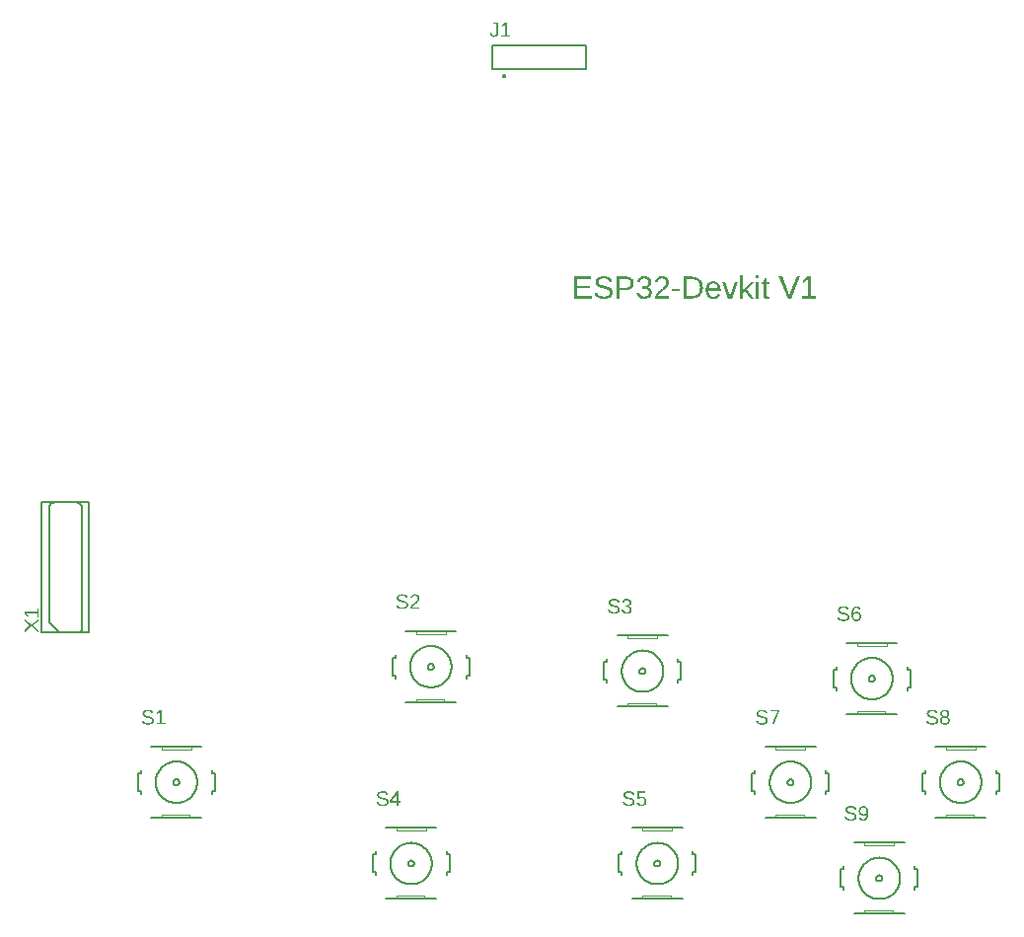
<source format=gbr>
G04 EAGLE Gerber RS-274X export*
G75*
%MOMM*%
%FSLAX34Y34*%
%LPD*%
%INSilkscreen Top*%
%IPPOS*%
%AMOC8*
5,1,8,0,0,1.08239X$1,22.5*%
G01*
G04 Define Apertures*
%ADD10C,0.127000*%
%ADD11C,0.200000*%
%ADD12C,0.152400*%
%ADD13C,0.050800*%
G36*
X601489Y612050D02*
X594469Y612050D01*
X594469Y630819D01*
X600677Y630819D01*
X601264Y630810D01*
X601835Y630782D01*
X602388Y630735D01*
X602925Y630670D01*
X603445Y630586D01*
X603947Y630483D01*
X604433Y630362D01*
X604901Y630221D01*
X605353Y630063D01*
X605787Y629885D01*
X606205Y629689D01*
X606605Y629474D01*
X606988Y629241D01*
X607355Y628988D01*
X607704Y628718D01*
X608037Y628428D01*
X608350Y628121D01*
X608644Y627799D01*
X608917Y627460D01*
X609170Y627106D01*
X609403Y626737D01*
X609615Y626351D01*
X609808Y625950D01*
X609980Y625532D01*
X610132Y625100D01*
X610263Y624651D01*
X610374Y624186D01*
X610466Y623706D01*
X610536Y623210D01*
X610587Y622699D01*
X610617Y622171D01*
X610627Y621628D01*
X610610Y620913D01*
X610557Y620221D01*
X610468Y619552D01*
X610344Y618905D01*
X610185Y618281D01*
X609991Y617680D01*
X609761Y617102D01*
X609495Y616546D01*
X609197Y616017D01*
X608870Y615521D01*
X608513Y615056D01*
X608126Y614623D01*
X607710Y614221D01*
X607265Y613852D01*
X606790Y613515D01*
X606285Y613209D01*
X605755Y612937D01*
X605206Y612702D01*
X604636Y612503D01*
X604047Y612340D01*
X603437Y612213D01*
X602808Y612122D01*
X602159Y612068D01*
X601489Y612050D01*
G37*
%LPC*%
G36*
X601196Y614088D02*
X601705Y614102D01*
X602197Y614145D01*
X602675Y614215D01*
X603136Y614315D01*
X603582Y614442D01*
X604012Y614598D01*
X604427Y614782D01*
X604826Y614994D01*
X605206Y615233D01*
X605563Y615497D01*
X605898Y615786D01*
X606210Y616100D01*
X606499Y616438D01*
X606766Y616802D01*
X607009Y617191D01*
X607231Y617605D01*
X607427Y618041D01*
X607598Y618496D01*
X607742Y618970D01*
X607860Y619463D01*
X607952Y619976D01*
X608017Y620507D01*
X608057Y621058D01*
X608070Y621628D01*
X608062Y622058D01*
X608040Y622474D01*
X608003Y622878D01*
X607950Y623269D01*
X607883Y623647D01*
X607801Y624012D01*
X607704Y624364D01*
X607592Y624703D01*
X607465Y625029D01*
X607323Y625343D01*
X607166Y625643D01*
X606995Y625930D01*
X606808Y626204D01*
X606606Y626466D01*
X606390Y626714D01*
X606158Y626949D01*
X605913Y627171D01*
X605654Y627379D01*
X605381Y627572D01*
X605096Y627751D01*
X604796Y627915D01*
X604484Y628066D01*
X604158Y628202D01*
X603819Y628323D01*
X603466Y628430D01*
X603100Y628524D01*
X602721Y628602D01*
X602328Y628667D01*
X601922Y628717D01*
X601503Y628752D01*
X601070Y628774D01*
X600623Y628781D01*
X597013Y628781D01*
X597013Y614088D01*
X601196Y614088D01*
G37*
%LPD*%
G36*
X539357Y612050D02*
X536813Y612050D01*
X536813Y630819D01*
X544712Y630819D01*
X545479Y630796D01*
X546202Y630727D01*
X546880Y630611D01*
X547513Y630450D01*
X548102Y630242D01*
X548646Y629987D01*
X549146Y629687D01*
X549601Y629341D01*
X550007Y628952D01*
X550359Y628525D01*
X550514Y628298D01*
X550656Y628061D01*
X550785Y627815D01*
X550900Y627559D01*
X551001Y627294D01*
X551089Y627019D01*
X551164Y626734D01*
X551224Y626441D01*
X551272Y626138D01*
X551306Y625825D01*
X551326Y625503D01*
X551333Y625171D01*
X551326Y624842D01*
X551306Y624522D01*
X551272Y624210D01*
X551224Y623907D01*
X551163Y623613D01*
X551088Y623327D01*
X551000Y623049D01*
X550898Y622780D01*
X550783Y622520D01*
X550654Y622268D01*
X550355Y621789D01*
X550002Y621345D01*
X549594Y620935D01*
X549140Y620567D01*
X548647Y620247D01*
X548115Y619977D01*
X547545Y619756D01*
X547245Y619664D01*
X546935Y619584D01*
X546615Y619517D01*
X546286Y619461D01*
X545947Y619418D01*
X545599Y619388D01*
X545240Y619369D01*
X544872Y619363D01*
X539357Y619363D01*
X539357Y612050D01*
G37*
%LPC*%
G36*
X544512Y621375D02*
X545029Y621389D01*
X545511Y621434D01*
X545961Y621507D01*
X546377Y621610D01*
X546760Y621743D01*
X547110Y621905D01*
X547426Y622096D01*
X547709Y622317D01*
X547959Y622567D01*
X548176Y622847D01*
X548359Y623156D01*
X548509Y623495D01*
X548625Y623863D01*
X548708Y624261D01*
X548758Y624688D01*
X548775Y625144D01*
X548758Y625585D01*
X548707Y625997D01*
X548621Y626380D01*
X548502Y626735D01*
X548348Y627062D01*
X548161Y627361D01*
X547939Y627630D01*
X547683Y627872D01*
X547393Y628085D01*
X547068Y628270D01*
X546710Y628426D01*
X546317Y628554D01*
X545891Y628653D01*
X545430Y628724D01*
X544935Y628767D01*
X544406Y628781D01*
X539357Y628781D01*
X539357Y621375D01*
X544512Y621375D01*
G37*
%LPD*%
G36*
X515224Y612050D02*
X500438Y612050D01*
X500438Y630819D01*
X514678Y630819D01*
X514678Y628741D01*
X502982Y628741D01*
X502982Y622720D01*
X513879Y622720D01*
X513879Y620669D01*
X502982Y620669D01*
X502982Y614128D01*
X515224Y614128D01*
X515224Y612050D01*
G37*
G36*
X619618Y611784D02*
X619225Y611791D01*
X618843Y611813D01*
X618473Y611851D01*
X618115Y611903D01*
X617769Y611970D01*
X617435Y612051D01*
X617113Y612148D01*
X616803Y612260D01*
X616504Y612386D01*
X616218Y612528D01*
X615943Y612684D01*
X615681Y612855D01*
X615430Y613041D01*
X615191Y613242D01*
X614964Y613458D01*
X614749Y613688D01*
X614547Y613934D01*
X614358Y614194D01*
X614181Y614468D01*
X614018Y614757D01*
X613868Y615060D01*
X613731Y615378D01*
X613607Y615710D01*
X613496Y616056D01*
X613398Y616417D01*
X613313Y616793D01*
X613241Y617183D01*
X613182Y617587D01*
X613136Y618006D01*
X613104Y618440D01*
X613084Y618888D01*
X613078Y619350D01*
X613084Y619790D01*
X613104Y620216D01*
X613136Y620630D01*
X613182Y621031D01*
X613241Y621419D01*
X613313Y621793D01*
X613398Y622155D01*
X613496Y622504D01*
X613607Y622839D01*
X613731Y623162D01*
X613868Y623472D01*
X614018Y623768D01*
X614181Y624052D01*
X614358Y624323D01*
X614547Y624580D01*
X614749Y624825D01*
X614964Y625055D01*
X615190Y625271D01*
X615427Y625472D01*
X615675Y625658D01*
X615934Y625829D01*
X616205Y625986D01*
X616486Y626127D01*
X616779Y626253D01*
X617083Y626365D01*
X617399Y626462D01*
X617725Y626544D01*
X618063Y626611D01*
X618411Y626663D01*
X618771Y626700D01*
X619143Y626722D01*
X619525Y626730D01*
X619916Y626722D01*
X620294Y626700D01*
X620661Y626662D01*
X621014Y626610D01*
X621356Y626543D01*
X621684Y626460D01*
X622001Y626363D01*
X622305Y626251D01*
X622597Y626124D01*
X622876Y625982D01*
X623143Y625825D01*
X623397Y625653D01*
X623639Y625466D01*
X623869Y625264D01*
X624086Y625047D01*
X624291Y624815D01*
X624483Y624568D01*
X624663Y624306D01*
X624830Y624029D01*
X624986Y623738D01*
X625128Y623431D01*
X625259Y623109D01*
X625376Y622773D01*
X625482Y622421D01*
X625575Y622055D01*
X625656Y621673D01*
X625724Y621277D01*
X625780Y620865D01*
X625823Y620439D01*
X625854Y619998D01*
X625873Y619541D01*
X625879Y619070D01*
X625879Y618750D01*
X615595Y618750D01*
X615611Y618149D01*
X615659Y617582D01*
X615740Y617051D01*
X615852Y616556D01*
X615996Y616096D01*
X616172Y615671D01*
X616381Y615281D01*
X616621Y614927D01*
X616892Y614612D01*
X617193Y614339D01*
X617523Y614107D01*
X617883Y613918D01*
X618273Y613771D01*
X618692Y613666D01*
X619140Y613603D01*
X619618Y613582D01*
X619998Y613592D01*
X620359Y613621D01*
X620700Y613670D01*
X621022Y613738D01*
X621324Y613826D01*
X621608Y613934D01*
X621871Y614061D01*
X622116Y614208D01*
X622341Y614370D01*
X622548Y614542D01*
X622735Y614724D01*
X622904Y614917D01*
X623053Y615121D01*
X623184Y615334D01*
X623295Y615559D01*
X623388Y615793D01*
X625493Y615194D01*
X625318Y614781D01*
X625118Y614394D01*
X624893Y614035D01*
X624641Y613702D01*
X624364Y613395D01*
X624061Y613116D01*
X623732Y612863D01*
X623378Y612636D01*
X622998Y612436D01*
X622592Y612263D01*
X622161Y612117D01*
X621704Y611997D01*
X621221Y611904D01*
X620712Y611837D01*
X620178Y611797D01*
X619618Y611784D01*
G37*
%LPC*%
G36*
X623401Y620589D02*
X623340Y621139D01*
X623254Y621651D01*
X623145Y622124D01*
X623012Y622559D01*
X622855Y622955D01*
X622675Y623312D01*
X622470Y623632D01*
X622242Y623912D01*
X621990Y624157D01*
X621710Y624370D01*
X621405Y624550D01*
X621074Y624697D01*
X620716Y624811D01*
X620332Y624893D01*
X619922Y624942D01*
X619485Y624958D01*
X619060Y624940D01*
X618658Y624885D01*
X618278Y624794D01*
X617921Y624667D01*
X617587Y624503D01*
X617276Y624302D01*
X616987Y624066D01*
X616721Y623792D01*
X616481Y623487D01*
X616270Y623155D01*
X616089Y622796D01*
X615937Y622409D01*
X615814Y621995D01*
X615721Y621553D01*
X615657Y621085D01*
X615622Y620589D01*
X623401Y620589D01*
G37*
%LPD*%
G36*
X525579Y611784D02*
X524744Y611802D01*
X523954Y611858D01*
X523209Y611951D01*
X522509Y612082D01*
X521855Y612249D01*
X521245Y612454D01*
X520680Y612696D01*
X520161Y612976D01*
X519686Y613292D01*
X519257Y613646D01*
X518872Y614038D01*
X518533Y614466D01*
X518239Y614932D01*
X517990Y615435D01*
X517785Y615975D01*
X517626Y616552D01*
X520091Y617045D01*
X520212Y616636D01*
X520364Y616256D01*
X520545Y615903D01*
X520757Y615578D01*
X520998Y615282D01*
X521270Y615013D01*
X521571Y614773D01*
X521902Y614561D01*
X522264Y614375D01*
X522657Y614214D01*
X523082Y614078D01*
X523538Y613967D01*
X524024Y613880D01*
X524542Y613818D01*
X525092Y613781D01*
X525672Y613768D01*
X526271Y613782D01*
X526834Y613821D01*
X527362Y613887D01*
X527855Y613980D01*
X528313Y614099D01*
X528736Y614244D01*
X529123Y614416D01*
X529475Y614614D01*
X529789Y614838D01*
X530061Y615087D01*
X530291Y615360D01*
X530479Y615658D01*
X530626Y615981D01*
X530730Y616329D01*
X530793Y616701D01*
X530814Y617099D01*
X530808Y617323D01*
X530788Y617537D01*
X530755Y617739D01*
X530709Y617931D01*
X530650Y618112D01*
X530578Y618283D01*
X530493Y618442D01*
X530394Y618591D01*
X530163Y618864D01*
X529890Y619113D01*
X529574Y619337D01*
X529216Y619536D01*
X528818Y619715D01*
X528383Y619879D01*
X527912Y620028D01*
X527404Y620162D01*
X525073Y620709D01*
X524027Y620955D01*
X523116Y621201D01*
X522339Y621448D01*
X521696Y621694D01*
X521150Y621948D01*
X520665Y622216D01*
X520241Y622497D01*
X519878Y622793D01*
X519564Y623109D01*
X519290Y623451D01*
X519055Y623819D01*
X518859Y624212D01*
X518704Y624633D01*
X518594Y625085D01*
X518528Y625566D01*
X518506Y626077D01*
X518513Y626374D01*
X518534Y626662D01*
X518570Y626942D01*
X518621Y627213D01*
X518686Y627476D01*
X518765Y627730D01*
X518859Y627975D01*
X518967Y628212D01*
X519089Y628440D01*
X519226Y628659D01*
X519378Y628870D01*
X519543Y629072D01*
X519918Y629450D01*
X520350Y629793D01*
X520837Y630099D01*
X521372Y630365D01*
X521958Y630589D01*
X522593Y630773D01*
X523278Y630915D01*
X524013Y631017D01*
X524798Y631079D01*
X525632Y631099D01*
X526408Y631084D01*
X527137Y631038D01*
X527818Y630961D01*
X528453Y630854D01*
X529041Y630716D01*
X529581Y630548D01*
X530075Y630349D01*
X530521Y630120D01*
X530928Y629854D01*
X531304Y629544D01*
X531647Y629192D01*
X531960Y628796D01*
X532240Y628357D01*
X532489Y627876D01*
X532706Y627351D01*
X532892Y626783D01*
X530388Y626343D01*
X530273Y626704D01*
X530135Y627038D01*
X529973Y627347D01*
X529788Y627630D01*
X529580Y627888D01*
X529349Y628120D01*
X529094Y628327D01*
X528816Y628508D01*
X528512Y628666D01*
X528181Y628802D01*
X527821Y628918D01*
X527434Y629013D01*
X527019Y629086D01*
X526576Y629139D01*
X526104Y629170D01*
X525606Y629181D01*
X525059Y629169D01*
X524547Y629134D01*
X524067Y629076D01*
X523621Y628994D01*
X523208Y628889D01*
X522828Y628761D01*
X522482Y628610D01*
X522169Y628435D01*
X521891Y628237D01*
X521650Y628016D01*
X521446Y627772D01*
X521280Y627506D01*
X521150Y627216D01*
X521057Y626904D01*
X521002Y626568D01*
X520983Y626210D01*
X520990Y625998D01*
X521012Y625796D01*
X521048Y625603D01*
X521098Y625419D01*
X521163Y625245D01*
X521242Y625080D01*
X521335Y624924D01*
X521443Y624778D01*
X521698Y624506D01*
X522004Y624255D01*
X522361Y624026D01*
X522768Y623819D01*
X523309Y623611D01*
X524064Y623381D01*
X525034Y623128D01*
X526218Y622853D01*
X527943Y622447D01*
X528784Y622221D01*
X529589Y621954D01*
X529975Y621805D01*
X530349Y621643D01*
X530711Y621468D01*
X531060Y621281D01*
X531392Y621077D01*
X531702Y620852D01*
X531988Y620605D01*
X532253Y620336D01*
X532492Y620043D01*
X532704Y619726D01*
X532888Y619384D01*
X533045Y619017D01*
X533171Y618621D01*
X533260Y618191D01*
X533314Y617728D01*
X533332Y617232D01*
X533324Y616912D01*
X533300Y616601D01*
X533260Y616299D01*
X533205Y616006D01*
X533133Y615723D01*
X533046Y615449D01*
X532943Y615183D01*
X532824Y614927D01*
X532689Y614680D01*
X532538Y614443D01*
X532372Y614214D01*
X532189Y613995D01*
X531991Y613785D01*
X531776Y613584D01*
X531546Y613392D01*
X531300Y613209D01*
X531040Y613036D01*
X530766Y612875D01*
X530480Y612725D01*
X530181Y612585D01*
X529543Y612340D01*
X528854Y612140D01*
X528113Y611984D01*
X527320Y611873D01*
X526475Y611806D01*
X525579Y611784D01*
G37*
G36*
X560369Y611784D02*
X559674Y611804D01*
X559015Y611864D01*
X558393Y611964D01*
X557806Y612105D01*
X557256Y612286D01*
X556741Y612507D01*
X556262Y612768D01*
X555820Y613069D01*
X555417Y613410D01*
X555057Y613789D01*
X554740Y614206D01*
X554466Y614663D01*
X554235Y615157D01*
X554048Y615690D01*
X553903Y616262D01*
X553802Y616872D01*
X556279Y617099D01*
X556351Y616695D01*
X556448Y616318D01*
X556569Y615967D01*
X556715Y615642D01*
X556885Y615342D01*
X557079Y615069D01*
X557298Y614822D01*
X557541Y614601D01*
X557809Y614406D01*
X558101Y614237D01*
X558418Y614094D01*
X558759Y613977D01*
X559125Y613885D01*
X559515Y613820D01*
X559930Y613781D01*
X560369Y613768D01*
X560809Y613782D01*
X561226Y613824D01*
X561618Y613894D01*
X561986Y613992D01*
X562329Y614117D01*
X562648Y614270D01*
X562942Y614452D01*
X563213Y614661D01*
X563455Y614898D01*
X563664Y615161D01*
X563842Y615452D01*
X563987Y615770D01*
X564100Y616115D01*
X564181Y616487D01*
X564229Y616886D01*
X564245Y617312D01*
X564227Y617684D01*
X564171Y618036D01*
X564079Y618366D01*
X563950Y618675D01*
X563785Y618964D01*
X563582Y619231D01*
X563343Y619478D01*
X563066Y619703D01*
X562755Y619904D01*
X562411Y620079D01*
X562035Y620226D01*
X561626Y620347D01*
X561184Y620441D01*
X560710Y620508D01*
X560203Y620549D01*
X559663Y620562D01*
X558304Y620562D01*
X558304Y622640D01*
X559609Y622640D01*
X560088Y622654D01*
X560540Y622694D01*
X560964Y622761D01*
X561359Y622855D01*
X561728Y622976D01*
X562068Y623123D01*
X562381Y623298D01*
X562667Y623499D01*
X562921Y623724D01*
X563142Y623970D01*
X563328Y624236D01*
X563481Y624523D01*
X563600Y624831D01*
X563684Y625159D01*
X563735Y625508D01*
X563752Y625877D01*
X563738Y626244D01*
X563697Y626590D01*
X563628Y626917D01*
X563531Y627224D01*
X563406Y627512D01*
X563254Y627779D01*
X563074Y628027D01*
X562866Y628255D01*
X562632Y628459D01*
X562370Y628637D01*
X562081Y628787D01*
X561766Y628909D01*
X561423Y629005D01*
X561054Y629073D01*
X560658Y629114D01*
X560236Y629127D01*
X559849Y629115D01*
X559481Y629077D01*
X559132Y629013D01*
X558802Y628924D01*
X558491Y628810D01*
X558199Y628670D01*
X557926Y628505D01*
X557671Y628315D01*
X557439Y628101D01*
X557233Y627867D01*
X557052Y627612D01*
X556897Y627336D01*
X556767Y627039D01*
X556663Y626721D01*
X556585Y626383D01*
X556532Y626024D01*
X554121Y626210D01*
X554209Y626770D01*
X554341Y627299D01*
X554515Y627796D01*
X554732Y628262D01*
X554993Y628695D01*
X555296Y629097D01*
X555643Y629468D01*
X556033Y629807D01*
X556459Y630110D01*
X556914Y630372D01*
X557399Y630594D01*
X557913Y630776D01*
X558456Y630917D01*
X559029Y631018D01*
X559631Y631079D01*
X560262Y631099D01*
X560949Y631078D01*
X561596Y631017D01*
X562203Y630914D01*
X562772Y630771D01*
X563300Y630586D01*
X563790Y630361D01*
X564240Y630094D01*
X564651Y629787D01*
X565018Y629443D01*
X565336Y629066D01*
X565605Y628658D01*
X565825Y628217D01*
X565997Y627743D01*
X566119Y627238D01*
X566162Y626973D01*
X566192Y626700D01*
X566211Y626419D01*
X566217Y626130D01*
X566201Y625691D01*
X566154Y625273D01*
X566075Y624876D01*
X565965Y624500D01*
X565824Y624145D01*
X565651Y623811D01*
X565447Y623498D01*
X565211Y623206D01*
X564945Y622936D01*
X564651Y622689D01*
X564328Y622464D01*
X563977Y622262D01*
X563597Y622083D01*
X563189Y621926D01*
X562752Y621792D01*
X562287Y621681D01*
X562287Y621628D01*
X562799Y621556D01*
X563281Y621455D01*
X563734Y621323D01*
X564159Y621162D01*
X564554Y620970D01*
X564920Y620749D01*
X565256Y620497D01*
X565564Y620216D01*
X565839Y619910D01*
X566077Y619585D01*
X566278Y619240D01*
X566443Y618877D01*
X566571Y618494D01*
X566663Y618093D01*
X566718Y617672D01*
X566736Y617232D01*
X566730Y616912D01*
X566710Y616601D01*
X566678Y616299D01*
X566633Y616006D01*
X566575Y615723D01*
X566504Y615449D01*
X566420Y615183D01*
X566323Y614927D01*
X566091Y614443D01*
X565807Y613995D01*
X565471Y613584D01*
X565084Y613209D01*
X564649Y612875D01*
X564170Y612585D01*
X563647Y612340D01*
X563080Y612140D01*
X562468Y611984D01*
X561812Y611873D01*
X561113Y611806D01*
X560369Y611784D01*
G37*
G36*
X686086Y612050D02*
X683448Y612050D01*
X675789Y630819D01*
X678466Y630819D01*
X683661Y617605D01*
X684780Y614288D01*
X685899Y617605D01*
X691068Y630819D01*
X693745Y630819D01*
X686086Y612050D01*
G37*
G36*
X644999Y612050D02*
X642601Y612050D01*
X642601Y631818D01*
X644999Y631818D01*
X644999Y619470D01*
X651326Y626463D01*
X654137Y626463D01*
X648289Y620269D01*
X654443Y612050D01*
X651632Y612050D01*
X646757Y618631D01*
X644999Y617179D01*
X644999Y612050D01*
G37*
G36*
X581750Y612050D02*
X569322Y612050D01*
X569322Y613742D01*
X569680Y614498D01*
X570076Y615209D01*
X570510Y615874D01*
X570981Y616493D01*
X571476Y617074D01*
X571985Y617628D01*
X572505Y618153D01*
X573039Y618651D01*
X574113Y619581D01*
X575177Y620442D01*
X576184Y621268D01*
X576649Y621681D01*
X577088Y622094D01*
X577494Y622512D01*
X577859Y622940D01*
X578183Y623378D01*
X578467Y623826D01*
X578590Y624056D01*
X578697Y624294D01*
X578788Y624539D01*
X578862Y624791D01*
X578919Y625052D01*
X578960Y625319D01*
X578985Y625594D01*
X578993Y625877D01*
X578979Y626253D01*
X578936Y626606D01*
X578866Y626939D01*
X578767Y627249D01*
X578639Y627538D01*
X578484Y627805D01*
X578300Y628051D01*
X578087Y628275D01*
X577850Y628475D01*
X577590Y628648D01*
X577309Y628794D01*
X577005Y628914D01*
X576679Y629008D01*
X576331Y629074D01*
X575961Y629114D01*
X575570Y629127D01*
X575195Y629114D01*
X574837Y629075D01*
X574497Y629010D01*
X574173Y628919D01*
X573865Y628802D01*
X573575Y628659D01*
X573302Y628490D01*
X573045Y628295D01*
X572810Y628076D01*
X572600Y627837D01*
X572416Y627576D01*
X572258Y627294D01*
X572125Y626991D01*
X572017Y626668D01*
X571936Y626323D01*
X571880Y625957D01*
X569429Y626183D01*
X569517Y626732D01*
X569648Y627252D01*
X569822Y627743D01*
X570040Y628205D01*
X570300Y628639D01*
X570604Y629043D01*
X570950Y629419D01*
X571340Y629767D01*
X571766Y630079D01*
X572221Y630350D01*
X572706Y630579D01*
X573220Y630766D01*
X573763Y630912D01*
X574336Y631016D01*
X574938Y631078D01*
X575570Y631099D01*
X576258Y631078D01*
X576906Y631015D01*
X577513Y630911D01*
X578079Y630764D01*
X578604Y630576D01*
X579088Y630346D01*
X579530Y630074D01*
X579932Y629760D01*
X580290Y629408D01*
X580599Y629020D01*
X580862Y628598D01*
X581076Y628140D01*
X581243Y627647D01*
X581362Y627119D01*
X581434Y626556D01*
X581451Y626261D01*
X581457Y625957D01*
X581450Y625684D01*
X581426Y625412D01*
X581387Y625140D01*
X581333Y624868D01*
X581262Y624597D01*
X581176Y624326D01*
X580958Y623786D01*
X580678Y623246D01*
X580337Y622707D01*
X579935Y622167D01*
X579473Y621628D01*
X578867Y621014D01*
X578037Y620252D01*
X576982Y619342D01*
X575703Y618284D01*
X574976Y617674D01*
X574327Y617094D01*
X573757Y616545D01*
X573265Y616026D01*
X572844Y615528D01*
X572486Y615039D01*
X572191Y614559D01*
X571960Y614088D01*
X581750Y614088D01*
X581750Y612050D01*
G37*
G36*
X707697Y612050D02*
X695934Y612050D01*
X695934Y614088D01*
X700717Y614088D01*
X700717Y628528D01*
X696480Y625504D01*
X696480Y627769D01*
X700916Y630819D01*
X703128Y630819D01*
X703128Y614088D01*
X707697Y614088D01*
X707697Y612050D01*
G37*
G36*
X635272Y612050D02*
X632435Y612050D01*
X627199Y626463D01*
X629757Y626463D01*
X632927Y617085D01*
X633244Y616030D01*
X633847Y613928D01*
X634313Y615487D01*
X634832Y617059D01*
X638109Y626463D01*
X640654Y626463D01*
X635272Y612050D01*
G37*
G36*
X665437Y611837D02*
X665088Y611850D01*
X664762Y611888D01*
X664459Y611952D01*
X664178Y612041D01*
X663919Y612156D01*
X663683Y612296D01*
X663470Y612462D01*
X663279Y612653D01*
X663110Y612869D01*
X662964Y613112D01*
X662840Y613379D01*
X662739Y613673D01*
X662660Y613991D01*
X662604Y614336D01*
X662571Y614705D01*
X662559Y615100D01*
X662559Y624718D01*
X660894Y624718D01*
X660894Y626463D01*
X662653Y626463D01*
X663359Y629687D01*
X664957Y629687D01*
X664957Y626463D01*
X667621Y626463D01*
X667621Y624718D01*
X664957Y624718D01*
X664957Y615620D01*
X664978Y615139D01*
X665005Y614928D01*
X665042Y614736D01*
X665090Y614563D01*
X665148Y614410D01*
X665217Y614276D01*
X665297Y614161D01*
X665389Y614063D01*
X665498Y613978D01*
X665622Y613906D01*
X665761Y613847D01*
X665916Y613801D01*
X666087Y613768D01*
X666274Y613748D01*
X666476Y613742D01*
X666742Y613753D01*
X667062Y613788D01*
X667435Y613847D01*
X667861Y613928D01*
X667861Y612157D01*
X667265Y612017D01*
X666662Y611917D01*
X666053Y611857D01*
X665437Y611837D01*
G37*
G36*
X658641Y612050D02*
X656244Y612050D01*
X656244Y626463D01*
X658641Y626463D01*
X658641Y612050D01*
G37*
G36*
X591010Y618231D02*
X584350Y618231D01*
X584350Y620362D01*
X591010Y620362D01*
X591010Y618231D01*
G37*
G36*
X658641Y629527D02*
X656244Y629527D01*
X656244Y631818D01*
X658641Y631818D01*
X658641Y629527D01*
G37*
G36*
X445469Y836650D02*
X437735Y836650D01*
X437735Y837990D01*
X440879Y837990D01*
X440879Y847484D01*
X438094Y845496D01*
X438094Y846985D01*
X441011Y848991D01*
X442465Y848991D01*
X442465Y837990D01*
X445469Y837990D01*
X445469Y836650D01*
G37*
G36*
X431403Y836475D02*
X431021Y836488D01*
X430659Y836525D01*
X430316Y836589D01*
X429994Y836677D01*
X429692Y836791D01*
X429409Y836931D01*
X429147Y837095D01*
X428904Y837285D01*
X428682Y837500D01*
X428479Y837741D01*
X428296Y838007D01*
X428133Y838298D01*
X427990Y838614D01*
X427867Y838956D01*
X427764Y839323D01*
X427680Y839715D01*
X429318Y839987D01*
X429364Y839740D01*
X429422Y839507D01*
X429492Y839288D01*
X429574Y839083D01*
X429669Y838892D01*
X429776Y838714D01*
X429896Y838551D01*
X430028Y838402D01*
X430170Y838268D01*
X430321Y838153D01*
X430481Y838055D01*
X430649Y837975D01*
X430827Y837912D01*
X431013Y837868D01*
X431208Y837841D01*
X431411Y837832D01*
X431633Y837842D01*
X431843Y837872D01*
X432040Y837920D01*
X432226Y837989D01*
X432399Y838077D01*
X432561Y838185D01*
X432710Y838312D01*
X432848Y838459D01*
X432971Y838624D01*
X433078Y838808D01*
X433168Y839010D01*
X433242Y839230D01*
X433299Y839469D01*
X433340Y839726D01*
X433365Y840000D01*
X433373Y840294D01*
X433373Y847624D01*
X431000Y847624D01*
X431000Y848991D01*
X435037Y848991D01*
X435037Y840329D01*
X435022Y839892D01*
X434977Y839479D01*
X434901Y839090D01*
X434794Y838725D01*
X434658Y838384D01*
X434491Y838066D01*
X434293Y837773D01*
X434065Y837504D01*
X433811Y837263D01*
X433534Y837054D01*
X433235Y836877D01*
X432914Y836732D01*
X432569Y836620D01*
X432203Y836539D01*
X431814Y836491D01*
X431403Y836475D01*
G37*
G36*
X134313Y246205D02*
X133764Y246217D01*
X133245Y246254D01*
X132755Y246315D01*
X132295Y246401D01*
X131865Y246511D01*
X131464Y246646D01*
X131092Y246805D01*
X130751Y246989D01*
X130439Y247197D01*
X130157Y247430D01*
X129904Y247687D01*
X129681Y247969D01*
X129487Y248275D01*
X129323Y248605D01*
X129189Y248961D01*
X129085Y249340D01*
X130705Y249664D01*
X130785Y249396D01*
X130884Y249145D01*
X131004Y248913D01*
X131143Y248700D01*
X131302Y248505D01*
X131480Y248329D01*
X131678Y248171D01*
X131896Y248031D01*
X132134Y247909D01*
X132393Y247803D01*
X132672Y247713D01*
X132971Y247640D01*
X133291Y247583D01*
X133632Y247542D01*
X133993Y247518D01*
X134375Y247510D01*
X134768Y247519D01*
X135139Y247545D01*
X135486Y247588D01*
X135810Y247649D01*
X136111Y247727D01*
X136389Y247823D01*
X136644Y247936D01*
X136875Y248066D01*
X137082Y248213D01*
X137260Y248377D01*
X137412Y248556D01*
X137535Y248752D01*
X137632Y248965D01*
X137700Y249193D01*
X137742Y249438D01*
X137756Y249699D01*
X137738Y249987D01*
X137687Y250247D01*
X137600Y250478D01*
X137480Y250680D01*
X137328Y250861D01*
X137148Y251024D01*
X136940Y251171D01*
X136704Y251302D01*
X136443Y251420D01*
X136157Y251528D01*
X135847Y251626D01*
X135513Y251714D01*
X133981Y252073D01*
X133293Y252235D01*
X132694Y252397D01*
X132183Y252559D01*
X131760Y252721D01*
X131401Y252888D01*
X131083Y253064D01*
X130804Y253249D01*
X130565Y253444D01*
X130359Y253652D01*
X130178Y253876D01*
X130024Y254118D01*
X129895Y254377D01*
X129793Y254654D01*
X129721Y254950D01*
X129677Y255267D01*
X129663Y255603D01*
X129682Y255988D01*
X129738Y256350D01*
X129833Y256689D01*
X129966Y257006D01*
X130136Y257300D01*
X130345Y257572D01*
X130591Y257820D01*
X130876Y258046D01*
X131195Y258248D01*
X131548Y258422D01*
X131933Y258569D01*
X132350Y258690D01*
X132801Y258784D01*
X133284Y258851D01*
X133800Y258891D01*
X134348Y258905D01*
X134858Y258895D01*
X135338Y258864D01*
X135786Y258814D01*
X136203Y258744D01*
X136589Y258653D01*
X136945Y258543D01*
X137269Y258412D01*
X137563Y258261D01*
X137830Y258086D01*
X138077Y257882D01*
X138303Y257651D01*
X138509Y257391D01*
X138693Y257102D01*
X138857Y256785D01*
X139000Y256440D01*
X139122Y256067D01*
X137475Y255778D01*
X137400Y256015D01*
X137309Y256235D01*
X137203Y256438D01*
X137081Y256624D01*
X136944Y256794D01*
X136792Y256946D01*
X136625Y257082D01*
X136442Y257201D01*
X136242Y257305D01*
X136024Y257395D01*
X135788Y257471D01*
X135533Y257533D01*
X135260Y257581D01*
X134969Y257616D01*
X134659Y257637D01*
X134331Y257643D01*
X133972Y257636D01*
X133635Y257613D01*
X133319Y257575D01*
X133026Y257521D01*
X132754Y257452D01*
X132505Y257368D01*
X132277Y257268D01*
X132071Y257153D01*
X131889Y257023D01*
X131730Y256878D01*
X131596Y256717D01*
X131487Y256542D01*
X131401Y256352D01*
X131340Y256146D01*
X131304Y255926D01*
X131292Y255690D01*
X131311Y255418D01*
X131367Y255170D01*
X131462Y254947D01*
X131594Y254749D01*
X131762Y254570D01*
X131963Y254405D01*
X132197Y254254D01*
X132465Y254118D01*
X132821Y253982D01*
X133317Y253830D01*
X133955Y253664D01*
X134734Y253483D01*
X135868Y253216D01*
X136421Y253067D01*
X136950Y252892D01*
X137450Y252687D01*
X137918Y252450D01*
X138136Y252316D01*
X138339Y252167D01*
X138528Y252005D01*
X138701Y251828D01*
X138859Y251636D01*
X138998Y251427D01*
X139119Y251202D01*
X139223Y250961D01*
X139305Y250700D01*
X139364Y250418D01*
X139399Y250113D01*
X139411Y249787D01*
X139390Y249372D01*
X139327Y248981D01*
X139223Y248615D01*
X139077Y248272D01*
X138889Y247953D01*
X138660Y247659D01*
X138388Y247388D01*
X138075Y247142D01*
X137724Y246922D01*
X137339Y246732D01*
X136920Y246571D01*
X136467Y246439D01*
X135980Y246337D01*
X135458Y246263D01*
X134903Y246220D01*
X134313Y246205D01*
G37*
G36*
X149339Y246380D02*
X141605Y246380D01*
X141605Y247720D01*
X144749Y247720D01*
X144749Y257214D01*
X141964Y255226D01*
X141964Y256715D01*
X144881Y258721D01*
X146335Y258721D01*
X146335Y247720D01*
X149339Y247720D01*
X149339Y246380D01*
G37*
G36*
X352583Y345435D02*
X352034Y345447D01*
X351515Y345484D01*
X351025Y345545D01*
X350565Y345631D01*
X350135Y345741D01*
X349734Y345876D01*
X349362Y346035D01*
X349021Y346219D01*
X348709Y346427D01*
X348427Y346660D01*
X348174Y346917D01*
X347951Y347199D01*
X347757Y347505D01*
X347593Y347835D01*
X347459Y348191D01*
X347355Y348570D01*
X348975Y348894D01*
X349055Y348626D01*
X349154Y348375D01*
X349274Y348143D01*
X349413Y347930D01*
X349572Y347735D01*
X349750Y347559D01*
X349948Y347401D01*
X350166Y347261D01*
X350404Y347139D01*
X350663Y347033D01*
X350942Y346943D01*
X351241Y346870D01*
X351561Y346813D01*
X351902Y346772D01*
X352263Y346748D01*
X352645Y346740D01*
X353038Y346749D01*
X353409Y346775D01*
X353756Y346818D01*
X354080Y346879D01*
X354381Y346957D01*
X354659Y347053D01*
X354914Y347166D01*
X355145Y347296D01*
X355352Y347443D01*
X355530Y347607D01*
X355682Y347786D01*
X355805Y347982D01*
X355902Y348195D01*
X355970Y348423D01*
X356012Y348668D01*
X356026Y348929D01*
X356008Y349217D01*
X355957Y349477D01*
X355870Y349708D01*
X355750Y349910D01*
X355598Y350091D01*
X355418Y350254D01*
X355210Y350401D01*
X354974Y350532D01*
X354713Y350650D01*
X354427Y350758D01*
X354117Y350856D01*
X353783Y350944D01*
X352251Y351303D01*
X351563Y351465D01*
X350964Y351627D01*
X350453Y351789D01*
X350030Y351951D01*
X349671Y352118D01*
X349353Y352294D01*
X349074Y352479D01*
X348835Y352674D01*
X348629Y352882D01*
X348448Y353106D01*
X348294Y353348D01*
X348165Y353607D01*
X348063Y353884D01*
X347991Y354180D01*
X347947Y354497D01*
X347933Y354833D01*
X347952Y355218D01*
X348008Y355580D01*
X348103Y355919D01*
X348236Y356236D01*
X348406Y356530D01*
X348615Y356802D01*
X348861Y357050D01*
X349146Y357276D01*
X349465Y357478D01*
X349818Y357652D01*
X350203Y357799D01*
X350620Y357920D01*
X351071Y358014D01*
X351554Y358081D01*
X352070Y358121D01*
X352618Y358135D01*
X353128Y358125D01*
X353608Y358094D01*
X354056Y358044D01*
X354473Y357974D01*
X354859Y357883D01*
X355215Y357773D01*
X355539Y357642D01*
X355833Y357491D01*
X356100Y357316D01*
X356347Y357112D01*
X356573Y356881D01*
X356779Y356621D01*
X356963Y356332D01*
X357127Y356015D01*
X357270Y355670D01*
X357392Y355297D01*
X355745Y355008D01*
X355670Y355245D01*
X355579Y355465D01*
X355473Y355668D01*
X355351Y355854D01*
X355214Y356024D01*
X355062Y356176D01*
X354895Y356312D01*
X354712Y356431D01*
X354512Y356535D01*
X354294Y356625D01*
X354058Y356701D01*
X353803Y356763D01*
X353530Y356811D01*
X353239Y356846D01*
X352929Y356867D01*
X352601Y356873D01*
X352242Y356866D01*
X351905Y356843D01*
X351589Y356805D01*
X351296Y356751D01*
X351024Y356682D01*
X350775Y356598D01*
X350547Y356498D01*
X350341Y356383D01*
X350159Y356253D01*
X350000Y356108D01*
X349866Y355947D01*
X349757Y355772D01*
X349671Y355582D01*
X349610Y355376D01*
X349574Y355156D01*
X349562Y354920D01*
X349581Y354648D01*
X349637Y354400D01*
X349732Y354177D01*
X349864Y353979D01*
X350032Y353800D01*
X350233Y353635D01*
X350467Y353484D01*
X350735Y353348D01*
X351091Y353212D01*
X351587Y353060D01*
X352225Y352894D01*
X353004Y352713D01*
X354138Y352446D01*
X354691Y352297D01*
X355220Y352122D01*
X355720Y351917D01*
X356188Y351680D01*
X356406Y351546D01*
X356609Y351397D01*
X356798Y351235D01*
X356971Y351058D01*
X357129Y350866D01*
X357268Y350657D01*
X357389Y350432D01*
X357493Y350191D01*
X357575Y349930D01*
X357634Y349648D01*
X357669Y349343D01*
X357681Y349017D01*
X357660Y348602D01*
X357597Y348211D01*
X357493Y347845D01*
X357347Y347502D01*
X357159Y347183D01*
X356930Y346889D01*
X356658Y346618D01*
X356345Y346372D01*
X355994Y346152D01*
X355609Y345962D01*
X355190Y345801D01*
X354737Y345669D01*
X354250Y345567D01*
X353728Y345493D01*
X353173Y345450D01*
X352583Y345435D01*
G37*
G36*
X367583Y345610D02*
X359411Y345610D01*
X359411Y346722D01*
X359647Y347220D01*
X359907Y347687D01*
X360192Y348124D01*
X360501Y348531D01*
X360827Y348914D01*
X361161Y349278D01*
X361504Y349623D01*
X361855Y349950D01*
X362561Y350562D01*
X363260Y351128D01*
X363923Y351671D01*
X364517Y352214D01*
X364784Y352489D01*
X365024Y352770D01*
X365237Y353058D01*
X365424Y353353D01*
X365575Y353660D01*
X365683Y353988D01*
X365748Y354335D01*
X365770Y354701D01*
X365760Y354948D01*
X365732Y355181D01*
X365686Y355399D01*
X365621Y355603D01*
X365537Y355793D01*
X365435Y355969D01*
X365314Y356131D01*
X365174Y356278D01*
X365018Y356409D01*
X364847Y356523D01*
X364662Y356619D01*
X364462Y356698D01*
X364248Y356760D01*
X364020Y356803D01*
X363776Y356830D01*
X363519Y356838D01*
X363272Y356830D01*
X363037Y356804D01*
X362813Y356761D01*
X362600Y356702D01*
X362398Y356625D01*
X362207Y356531D01*
X362028Y356419D01*
X361859Y356291D01*
X361704Y356147D01*
X361566Y355990D01*
X361445Y355818D01*
X361341Y355633D01*
X361254Y355434D01*
X361183Y355221D01*
X361129Y354994D01*
X361093Y354754D01*
X359481Y354903D01*
X359539Y355263D01*
X359625Y355605D01*
X359740Y355928D01*
X359883Y356232D01*
X360054Y356517D01*
X360254Y356783D01*
X360482Y357030D01*
X360738Y357259D01*
X361018Y357464D01*
X361317Y357642D01*
X361636Y357793D01*
X361974Y357916D01*
X362331Y358012D01*
X362708Y358080D01*
X363103Y358121D01*
X363519Y358135D01*
X363972Y358121D01*
X364398Y358080D01*
X364796Y358011D01*
X365169Y357915D01*
X365514Y357791D01*
X365832Y357640D01*
X366123Y357461D01*
X366387Y357254D01*
X366622Y357023D01*
X366826Y356768D01*
X366998Y356490D01*
X367139Y356189D01*
X367249Y355865D01*
X367327Y355518D01*
X367374Y355147D01*
X367390Y354754D01*
X367369Y354395D01*
X367308Y354038D01*
X367205Y353682D01*
X367061Y353326D01*
X366877Y352972D01*
X366653Y352617D01*
X366389Y352262D01*
X366085Y351907D01*
X365687Y351504D01*
X365141Y351003D01*
X364448Y350405D01*
X363606Y349709D01*
X363128Y349307D01*
X362702Y348926D01*
X362327Y348565D01*
X362003Y348224D01*
X361726Y347897D01*
X361491Y347575D01*
X361297Y347260D01*
X361145Y346950D01*
X367583Y346950D01*
X367583Y345610D01*
G37*
G36*
X534363Y341455D02*
X533814Y341467D01*
X533295Y341504D01*
X532805Y341565D01*
X532345Y341651D01*
X531915Y341761D01*
X531514Y341896D01*
X531142Y342055D01*
X530801Y342239D01*
X530489Y342447D01*
X530207Y342680D01*
X529954Y342937D01*
X529731Y343219D01*
X529537Y343525D01*
X529373Y343855D01*
X529239Y344211D01*
X529135Y344590D01*
X530755Y344914D01*
X530835Y344646D01*
X530934Y344395D01*
X531054Y344163D01*
X531193Y343950D01*
X531352Y343755D01*
X531530Y343579D01*
X531728Y343421D01*
X531946Y343281D01*
X532184Y343159D01*
X532443Y343053D01*
X532722Y342963D01*
X533021Y342890D01*
X533341Y342833D01*
X533682Y342792D01*
X534043Y342768D01*
X534425Y342760D01*
X534818Y342769D01*
X535189Y342795D01*
X535536Y342838D01*
X535860Y342899D01*
X536161Y342977D01*
X536439Y343073D01*
X536694Y343186D01*
X536925Y343316D01*
X537132Y343463D01*
X537310Y343627D01*
X537462Y343806D01*
X537585Y344002D01*
X537682Y344215D01*
X537750Y344443D01*
X537792Y344688D01*
X537806Y344949D01*
X537788Y345237D01*
X537737Y345497D01*
X537650Y345728D01*
X537530Y345930D01*
X537378Y346111D01*
X537198Y346274D01*
X536990Y346421D01*
X536754Y346552D01*
X536493Y346670D01*
X536207Y346778D01*
X535897Y346876D01*
X535563Y346964D01*
X534031Y347323D01*
X533343Y347485D01*
X532744Y347647D01*
X532233Y347809D01*
X531810Y347971D01*
X531451Y348138D01*
X531133Y348314D01*
X530854Y348499D01*
X530615Y348694D01*
X530409Y348902D01*
X530228Y349126D01*
X530074Y349368D01*
X529945Y349627D01*
X529843Y349904D01*
X529771Y350200D01*
X529727Y350517D01*
X529713Y350853D01*
X529732Y351238D01*
X529788Y351600D01*
X529883Y351939D01*
X530016Y352256D01*
X530186Y352550D01*
X530395Y352822D01*
X530641Y353070D01*
X530926Y353296D01*
X531245Y353498D01*
X531598Y353672D01*
X531983Y353819D01*
X532400Y353940D01*
X532851Y354034D01*
X533334Y354101D01*
X533850Y354141D01*
X534398Y354155D01*
X534908Y354145D01*
X535388Y354114D01*
X535836Y354064D01*
X536253Y353994D01*
X536639Y353903D01*
X536995Y353793D01*
X537319Y353662D01*
X537613Y353511D01*
X537880Y353336D01*
X538127Y353132D01*
X538353Y352901D01*
X538559Y352641D01*
X538743Y352352D01*
X538907Y352035D01*
X539050Y351690D01*
X539172Y351317D01*
X537525Y351028D01*
X537450Y351265D01*
X537359Y351485D01*
X537253Y351688D01*
X537131Y351874D01*
X536994Y352044D01*
X536842Y352196D01*
X536675Y352332D01*
X536492Y352451D01*
X536292Y352555D01*
X536074Y352645D01*
X535838Y352721D01*
X535583Y352783D01*
X535310Y352831D01*
X535019Y352866D01*
X534709Y352887D01*
X534381Y352893D01*
X534022Y352886D01*
X533685Y352863D01*
X533369Y352825D01*
X533076Y352771D01*
X532804Y352702D01*
X532555Y352618D01*
X532327Y352518D01*
X532121Y352403D01*
X531939Y352273D01*
X531780Y352128D01*
X531646Y351967D01*
X531537Y351792D01*
X531451Y351602D01*
X531390Y351396D01*
X531354Y351176D01*
X531342Y350940D01*
X531361Y350668D01*
X531417Y350420D01*
X531512Y350197D01*
X531644Y349999D01*
X531812Y349820D01*
X532013Y349655D01*
X532247Y349504D01*
X532515Y349368D01*
X532871Y349232D01*
X533367Y349080D01*
X534005Y348914D01*
X534784Y348733D01*
X535918Y348466D01*
X536471Y348317D01*
X537000Y348142D01*
X537500Y347937D01*
X537968Y347700D01*
X538186Y347566D01*
X538389Y347417D01*
X538578Y347255D01*
X538751Y347078D01*
X538909Y346886D01*
X539048Y346677D01*
X539169Y346452D01*
X539273Y346211D01*
X539355Y345950D01*
X539414Y345668D01*
X539449Y345363D01*
X539461Y345037D01*
X539440Y344622D01*
X539377Y344231D01*
X539273Y343865D01*
X539127Y343522D01*
X538939Y343203D01*
X538710Y342909D01*
X538438Y342638D01*
X538125Y342392D01*
X537774Y342172D01*
X537389Y341982D01*
X536970Y341821D01*
X536517Y341689D01*
X536030Y341587D01*
X535508Y341513D01*
X534953Y341470D01*
X534363Y341455D01*
G37*
G36*
X545290Y341455D02*
X544833Y341468D01*
X544400Y341508D01*
X543991Y341574D01*
X543605Y341666D01*
X543243Y341785D01*
X542905Y341930D01*
X542590Y342102D01*
X542299Y342300D01*
X542034Y342524D01*
X541797Y342773D01*
X541589Y343048D01*
X541409Y343348D01*
X541257Y343673D01*
X541134Y344024D01*
X541039Y344399D01*
X540972Y344801D01*
X542601Y344949D01*
X542648Y344684D01*
X542712Y344436D01*
X542792Y344205D01*
X542887Y343992D01*
X542999Y343795D01*
X543127Y343615D01*
X543271Y343453D01*
X543431Y343307D01*
X543607Y343179D01*
X543799Y343068D01*
X544007Y342974D01*
X544232Y342897D01*
X544472Y342837D01*
X544729Y342794D01*
X545001Y342768D01*
X545290Y342760D01*
X545580Y342769D01*
X545853Y342797D01*
X546111Y342842D01*
X546353Y342907D01*
X546579Y342989D01*
X546788Y343090D01*
X546982Y343209D01*
X547160Y343347D01*
X547319Y343502D01*
X547457Y343676D01*
X547573Y343867D01*
X547669Y344076D01*
X547743Y344303D01*
X547796Y344547D01*
X547828Y344809D01*
X547839Y345090D01*
X547827Y345335D01*
X547790Y345566D01*
X547730Y345783D01*
X547645Y345986D01*
X547536Y346176D01*
X547403Y346352D01*
X547245Y346514D01*
X547063Y346662D01*
X546859Y346794D01*
X546633Y346909D01*
X546385Y347006D01*
X546116Y347085D01*
X545826Y347147D01*
X545514Y347191D01*
X545181Y347218D01*
X544826Y347227D01*
X543932Y347227D01*
X543932Y348593D01*
X544791Y348593D01*
X545106Y348602D01*
X545402Y348628D01*
X545681Y348672D01*
X545941Y348734D01*
X546183Y348814D01*
X546407Y348911D01*
X546613Y349026D01*
X546801Y349158D01*
X546968Y349306D01*
X547113Y349468D01*
X547236Y349643D01*
X547336Y349831D01*
X547414Y350033D01*
X547470Y350249D01*
X547503Y350479D01*
X547515Y350721D01*
X547505Y350962D01*
X547478Y351190D01*
X547433Y351405D01*
X547369Y351607D01*
X547287Y351796D01*
X547187Y351972D01*
X547069Y352135D01*
X546932Y352285D01*
X546778Y352419D01*
X546606Y352536D01*
X546416Y352634D01*
X546208Y352715D01*
X545983Y352778D01*
X545741Y352823D01*
X545480Y352849D01*
X545202Y352858D01*
X544948Y352850D01*
X544706Y352825D01*
X544477Y352783D01*
X544260Y352725D01*
X544055Y352650D01*
X543863Y352558D01*
X543683Y352449D01*
X543516Y352324D01*
X543364Y352184D01*
X543228Y352030D01*
X543109Y351862D01*
X543007Y351680D01*
X542922Y351485D01*
X542854Y351276D01*
X542802Y351054D01*
X542767Y350818D01*
X541182Y350940D01*
X541240Y351309D01*
X541326Y351656D01*
X541441Y351983D01*
X541584Y352289D01*
X541755Y352574D01*
X541955Y352839D01*
X542183Y353082D01*
X542439Y353305D01*
X542719Y353504D01*
X543018Y353677D01*
X543337Y353823D01*
X543675Y353942D01*
X544032Y354035D01*
X544409Y354102D01*
X544805Y354141D01*
X545220Y354155D01*
X545671Y354141D01*
X546096Y354101D01*
X546496Y354033D01*
X546870Y353939D01*
X547218Y353818D01*
X547539Y353669D01*
X547836Y353494D01*
X548106Y353292D01*
X548347Y353066D01*
X548556Y352818D01*
X548733Y352550D01*
X548878Y352260D01*
X548990Y351948D01*
X549071Y351616D01*
X549119Y351263D01*
X549135Y350888D01*
X549125Y350599D01*
X549094Y350324D01*
X549042Y350063D01*
X548970Y349816D01*
X548877Y349583D01*
X548763Y349363D01*
X548629Y349157D01*
X548474Y348965D01*
X548299Y348788D01*
X548105Y348625D01*
X547893Y348477D01*
X547662Y348345D01*
X547413Y348227D01*
X547144Y348124D01*
X546857Y348036D01*
X546551Y347962D01*
X546551Y347927D01*
X546887Y347880D01*
X547205Y347814D01*
X547503Y347727D01*
X547782Y347621D01*
X548041Y347495D01*
X548282Y347349D01*
X548503Y347184D01*
X548706Y346999D01*
X548886Y346798D01*
X549043Y346584D01*
X549175Y346358D01*
X549284Y346119D01*
X549368Y345867D01*
X549428Y345603D01*
X549464Y345326D01*
X549476Y345037D01*
X549459Y344622D01*
X549409Y344231D01*
X549324Y343865D01*
X549205Y343522D01*
X549052Y343203D01*
X548866Y342909D01*
X548645Y342638D01*
X548390Y342392D01*
X548104Y342172D01*
X547789Y341982D01*
X547445Y341821D01*
X547072Y341689D01*
X546670Y341587D01*
X546239Y341513D01*
X545779Y341470D01*
X545290Y341455D01*
G37*
G36*
X349377Y176530D02*
X347888Y176530D01*
X347888Y179324D01*
X342072Y179324D01*
X342072Y180550D01*
X347722Y188871D01*
X349377Y188871D01*
X349377Y180568D01*
X351111Y180568D01*
X351111Y179324D01*
X349377Y179324D01*
X349377Y176530D01*
G37*
%LPC*%
G36*
X347888Y180568D02*
X347888Y187093D01*
X347643Y186629D01*
X347301Y186051D01*
X344139Y181391D01*
X343666Y180743D01*
X343526Y180568D01*
X347888Y180568D01*
G37*
%LPD*%
G36*
X335735Y176355D02*
X335186Y176367D01*
X334667Y176404D01*
X334177Y176465D01*
X333717Y176551D01*
X333287Y176661D01*
X332886Y176796D01*
X332514Y176955D01*
X332173Y177139D01*
X331861Y177347D01*
X331579Y177580D01*
X331326Y177837D01*
X331103Y178119D01*
X330909Y178425D01*
X330745Y178755D01*
X330611Y179111D01*
X330507Y179490D01*
X332127Y179814D01*
X332207Y179546D01*
X332306Y179295D01*
X332426Y179063D01*
X332565Y178850D01*
X332724Y178655D01*
X332902Y178479D01*
X333100Y178321D01*
X333318Y178181D01*
X333556Y178059D01*
X333815Y177953D01*
X334094Y177863D01*
X334393Y177790D01*
X334713Y177733D01*
X335054Y177692D01*
X335415Y177668D01*
X335797Y177660D01*
X336190Y177669D01*
X336561Y177695D01*
X336908Y177738D01*
X337232Y177799D01*
X337533Y177877D01*
X337811Y177973D01*
X338066Y178086D01*
X338297Y178216D01*
X338504Y178363D01*
X338682Y178527D01*
X338834Y178706D01*
X338957Y178902D01*
X339054Y179115D01*
X339122Y179343D01*
X339164Y179588D01*
X339178Y179849D01*
X339160Y180137D01*
X339109Y180397D01*
X339022Y180628D01*
X338902Y180830D01*
X338750Y181011D01*
X338570Y181174D01*
X338362Y181321D01*
X338126Y181452D01*
X337865Y181570D01*
X337579Y181678D01*
X337269Y181776D01*
X336935Y181864D01*
X335403Y182223D01*
X334715Y182385D01*
X334116Y182547D01*
X333605Y182709D01*
X333182Y182871D01*
X332823Y183038D01*
X332505Y183214D01*
X332226Y183399D01*
X331987Y183594D01*
X331781Y183802D01*
X331600Y184026D01*
X331446Y184268D01*
X331317Y184527D01*
X331215Y184804D01*
X331143Y185100D01*
X331099Y185417D01*
X331085Y185753D01*
X331104Y186138D01*
X331160Y186500D01*
X331255Y186839D01*
X331388Y187156D01*
X331558Y187450D01*
X331767Y187722D01*
X332013Y187970D01*
X332298Y188196D01*
X332617Y188398D01*
X332970Y188572D01*
X333355Y188719D01*
X333772Y188840D01*
X334223Y188934D01*
X334706Y189001D01*
X335222Y189041D01*
X335770Y189055D01*
X336280Y189045D01*
X336760Y189014D01*
X337208Y188964D01*
X337625Y188894D01*
X338011Y188803D01*
X338367Y188693D01*
X338691Y188562D01*
X338985Y188411D01*
X339252Y188236D01*
X339499Y188032D01*
X339725Y187801D01*
X339931Y187541D01*
X340115Y187252D01*
X340279Y186935D01*
X340422Y186590D01*
X340544Y186217D01*
X338897Y185928D01*
X338822Y186165D01*
X338731Y186385D01*
X338625Y186588D01*
X338503Y186774D01*
X338366Y186944D01*
X338214Y187096D01*
X338047Y187232D01*
X337864Y187351D01*
X337664Y187455D01*
X337446Y187545D01*
X337210Y187621D01*
X336955Y187683D01*
X336682Y187731D01*
X336391Y187766D01*
X336081Y187787D01*
X335753Y187793D01*
X335394Y187786D01*
X335057Y187763D01*
X334741Y187725D01*
X334448Y187671D01*
X334176Y187602D01*
X333927Y187518D01*
X333699Y187418D01*
X333493Y187303D01*
X333311Y187173D01*
X333152Y187028D01*
X333018Y186867D01*
X332909Y186692D01*
X332823Y186502D01*
X332762Y186296D01*
X332726Y186076D01*
X332714Y185840D01*
X332733Y185568D01*
X332789Y185320D01*
X332884Y185097D01*
X333016Y184899D01*
X333184Y184720D01*
X333385Y184555D01*
X333619Y184404D01*
X333887Y184268D01*
X334243Y184132D01*
X334739Y183980D01*
X335377Y183814D01*
X336156Y183633D01*
X337290Y183366D01*
X337843Y183217D01*
X338372Y183042D01*
X338872Y182837D01*
X339340Y182600D01*
X339558Y182466D01*
X339761Y182317D01*
X339950Y182155D01*
X340123Y181978D01*
X340281Y181786D01*
X340420Y181577D01*
X340541Y181352D01*
X340645Y181111D01*
X340727Y180850D01*
X340786Y180568D01*
X340821Y180263D01*
X340833Y179937D01*
X340812Y179522D01*
X340749Y179131D01*
X340645Y178765D01*
X340499Y178422D01*
X340311Y178103D01*
X340082Y177809D01*
X339810Y177538D01*
X339497Y177292D01*
X339146Y177072D01*
X338761Y176882D01*
X338342Y176721D01*
X337889Y176589D01*
X337402Y176487D01*
X336880Y176413D01*
X336325Y176370D01*
X335735Y176355D01*
G37*
G36*
X547063Y176355D02*
X546514Y176367D01*
X545995Y176404D01*
X545505Y176465D01*
X545045Y176551D01*
X544615Y176661D01*
X544214Y176796D01*
X543842Y176955D01*
X543501Y177139D01*
X543189Y177347D01*
X542907Y177580D01*
X542654Y177837D01*
X542431Y178119D01*
X542237Y178425D01*
X542073Y178755D01*
X541939Y179111D01*
X541835Y179490D01*
X543455Y179814D01*
X543535Y179546D01*
X543634Y179295D01*
X543754Y179063D01*
X543893Y178850D01*
X544052Y178655D01*
X544230Y178479D01*
X544428Y178321D01*
X544646Y178181D01*
X544884Y178059D01*
X545143Y177953D01*
X545422Y177863D01*
X545721Y177790D01*
X546041Y177733D01*
X546382Y177692D01*
X546743Y177668D01*
X547125Y177660D01*
X547518Y177669D01*
X547889Y177695D01*
X548236Y177738D01*
X548560Y177799D01*
X548861Y177877D01*
X549139Y177973D01*
X549394Y178086D01*
X549625Y178216D01*
X549832Y178363D01*
X550010Y178527D01*
X550162Y178706D01*
X550285Y178902D01*
X550382Y179115D01*
X550450Y179343D01*
X550492Y179588D01*
X550506Y179849D01*
X550488Y180137D01*
X550437Y180397D01*
X550350Y180628D01*
X550230Y180830D01*
X550078Y181011D01*
X549898Y181174D01*
X549690Y181321D01*
X549454Y181452D01*
X549193Y181570D01*
X548907Y181678D01*
X548597Y181776D01*
X548263Y181864D01*
X546731Y182223D01*
X546043Y182385D01*
X545444Y182547D01*
X544933Y182709D01*
X544510Y182871D01*
X544151Y183038D01*
X543833Y183214D01*
X543554Y183399D01*
X543315Y183594D01*
X543109Y183802D01*
X542928Y184026D01*
X542774Y184268D01*
X542645Y184527D01*
X542543Y184804D01*
X542471Y185100D01*
X542427Y185417D01*
X542413Y185753D01*
X542432Y186138D01*
X542488Y186500D01*
X542583Y186839D01*
X542716Y187156D01*
X542886Y187450D01*
X543095Y187722D01*
X543341Y187970D01*
X543626Y188196D01*
X543945Y188398D01*
X544298Y188572D01*
X544683Y188719D01*
X545100Y188840D01*
X545551Y188934D01*
X546034Y189001D01*
X546550Y189041D01*
X547098Y189055D01*
X547608Y189045D01*
X548088Y189014D01*
X548536Y188964D01*
X548953Y188894D01*
X549339Y188803D01*
X549695Y188693D01*
X550019Y188562D01*
X550313Y188411D01*
X550580Y188236D01*
X550827Y188032D01*
X551053Y187801D01*
X551259Y187541D01*
X551443Y187252D01*
X551607Y186935D01*
X551750Y186590D01*
X551872Y186217D01*
X550225Y185928D01*
X550150Y186165D01*
X550059Y186385D01*
X549953Y186588D01*
X549831Y186774D01*
X549694Y186944D01*
X549542Y187096D01*
X549375Y187232D01*
X549192Y187351D01*
X548992Y187455D01*
X548774Y187545D01*
X548538Y187621D01*
X548283Y187683D01*
X548010Y187731D01*
X547719Y187766D01*
X547409Y187787D01*
X547081Y187793D01*
X546722Y187786D01*
X546385Y187763D01*
X546069Y187725D01*
X545776Y187671D01*
X545504Y187602D01*
X545255Y187518D01*
X545027Y187418D01*
X544821Y187303D01*
X544639Y187173D01*
X544480Y187028D01*
X544346Y186867D01*
X544237Y186692D01*
X544151Y186502D01*
X544090Y186296D01*
X544054Y186076D01*
X544042Y185840D01*
X544061Y185568D01*
X544117Y185320D01*
X544212Y185097D01*
X544344Y184899D01*
X544512Y184720D01*
X544713Y184555D01*
X544947Y184404D01*
X545215Y184268D01*
X545571Y184132D01*
X546067Y183980D01*
X546705Y183814D01*
X547484Y183633D01*
X548618Y183366D01*
X549171Y183217D01*
X549700Y183042D01*
X550200Y182837D01*
X550668Y182600D01*
X550886Y182466D01*
X551089Y182317D01*
X551278Y182155D01*
X551451Y181978D01*
X551609Y181786D01*
X551748Y181577D01*
X551869Y181352D01*
X551973Y181111D01*
X552055Y180850D01*
X552114Y180568D01*
X552149Y180263D01*
X552161Y179937D01*
X552140Y179522D01*
X552077Y179131D01*
X551973Y178765D01*
X551827Y178422D01*
X551639Y178103D01*
X551410Y177809D01*
X551138Y177538D01*
X550825Y177292D01*
X550474Y177072D01*
X550089Y176882D01*
X549670Y176721D01*
X549217Y176589D01*
X548730Y176487D01*
X548208Y176413D01*
X547653Y176370D01*
X547063Y176355D01*
G37*
G36*
X557832Y176355D02*
X557411Y176367D01*
X557011Y176402D01*
X556632Y176461D01*
X556273Y176543D01*
X555935Y176649D01*
X555619Y176779D01*
X555322Y176932D01*
X555047Y177108D01*
X554794Y177307D01*
X554566Y177527D01*
X554362Y177768D01*
X554182Y178030D01*
X554027Y178313D01*
X553896Y178617D01*
X553789Y178943D01*
X553707Y179289D01*
X555301Y179473D01*
X555370Y179251D01*
X555450Y179044D01*
X555543Y178851D01*
X555649Y178672D01*
X555766Y178508D01*
X555896Y178357D01*
X556038Y178222D01*
X556192Y178100D01*
X556359Y177993D01*
X556537Y177900D01*
X556728Y177821D01*
X556932Y177757D01*
X557147Y177707D01*
X557375Y177671D01*
X557615Y177649D01*
X557867Y177642D01*
X558176Y177654D01*
X558468Y177690D01*
X558742Y177750D01*
X558999Y177834D01*
X559239Y177942D01*
X559462Y178073D01*
X559667Y178229D01*
X559855Y178409D01*
X560024Y178609D01*
X560170Y178828D01*
X560293Y179064D01*
X560394Y179319D01*
X560473Y179591D01*
X560529Y179881D01*
X560562Y180189D01*
X560574Y180515D01*
X560562Y180799D01*
X560528Y181070D01*
X560472Y181326D01*
X560393Y181568D01*
X560291Y181797D01*
X560167Y182011D01*
X560020Y182212D01*
X559851Y182398D01*
X559663Y182567D01*
X559458Y182712D01*
X559238Y182836D01*
X559003Y182937D01*
X558751Y183015D01*
X558484Y183072D01*
X558201Y183105D01*
X557902Y183116D01*
X557588Y183104D01*
X557285Y183066D01*
X556992Y183003D01*
X556711Y182915D01*
X556435Y182797D01*
X556159Y182643D01*
X555883Y182455D01*
X555608Y182232D01*
X554066Y182232D01*
X554478Y188871D01*
X561493Y188871D01*
X561493Y187531D01*
X555914Y187531D01*
X555678Y183616D01*
X555942Y183800D01*
X556221Y183961D01*
X556516Y184096D01*
X556827Y184207D01*
X557154Y184293D01*
X557496Y184355D01*
X557853Y184392D01*
X558226Y184404D01*
X558670Y184387D01*
X559091Y184337D01*
X559489Y184254D01*
X559863Y184137D01*
X560214Y183987D01*
X560543Y183803D01*
X560848Y183586D01*
X561130Y183335D01*
X561383Y183058D01*
X561603Y182761D01*
X561789Y182443D01*
X561941Y182105D01*
X562059Y181747D01*
X562144Y181368D01*
X562195Y180969D01*
X562211Y180550D01*
X562193Y180075D01*
X562139Y179626D01*
X562048Y179202D01*
X561921Y178805D01*
X561758Y178434D01*
X561559Y178088D01*
X561323Y177769D01*
X561051Y177476D01*
X560747Y177213D01*
X560415Y176985D01*
X560054Y176793D01*
X559666Y176635D01*
X559250Y176513D01*
X558805Y176425D01*
X558333Y176372D01*
X557832Y176355D01*
G37*
G36*
X742341Y335105D02*
X742085Y335111D01*
X741836Y335129D01*
X741360Y335202D01*
X740916Y335323D01*
X740502Y335492D01*
X740119Y335710D01*
X739766Y335977D01*
X739444Y336292D01*
X739153Y336655D01*
X738895Y337065D01*
X738670Y337518D01*
X738481Y338016D01*
X738326Y338558D01*
X738205Y339144D01*
X738119Y339774D01*
X738067Y340448D01*
X738050Y341166D01*
X738068Y341944D01*
X738121Y342675D01*
X738211Y343361D01*
X738336Y343999D01*
X738498Y344591D01*
X738695Y345137D01*
X738928Y345636D01*
X739197Y346088D01*
X739499Y346490D01*
X739831Y346839D01*
X740194Y347134D01*
X740587Y347376D01*
X741011Y347563D01*
X741234Y347637D01*
X741465Y347697D01*
X741703Y347744D01*
X741949Y347778D01*
X742203Y347798D01*
X742464Y347805D01*
X742805Y347795D01*
X743130Y347765D01*
X743439Y347716D01*
X743732Y347648D01*
X744008Y347559D01*
X744269Y347451D01*
X744513Y347324D01*
X744741Y347176D01*
X744953Y347009D01*
X745149Y346823D01*
X745329Y346617D01*
X745492Y346391D01*
X745640Y346145D01*
X745771Y345880D01*
X745886Y345595D01*
X745985Y345291D01*
X744478Y345020D01*
X744345Y345373D01*
X744177Y345679D01*
X743975Y345938D01*
X743738Y346149D01*
X743467Y346314D01*
X743161Y346432D01*
X742821Y346502D01*
X742446Y346526D01*
X742119Y346506D01*
X741810Y346447D01*
X741520Y346349D01*
X741250Y346212D01*
X740998Y346035D01*
X740766Y345819D01*
X740552Y345564D01*
X740358Y345269D01*
X740184Y344937D01*
X740034Y344570D01*
X739907Y344168D01*
X739802Y343731D01*
X739721Y343258D01*
X739664Y342751D01*
X739629Y342208D01*
X739617Y341630D01*
X739854Y342005D01*
X740134Y342332D01*
X740458Y342611D01*
X740826Y342843D01*
X741230Y343025D01*
X741663Y343155D01*
X741889Y343201D01*
X742123Y343233D01*
X742365Y343253D01*
X742613Y343259D01*
X743029Y343242D01*
X743423Y343192D01*
X743795Y343109D01*
X744144Y342992D01*
X744472Y342842D01*
X744778Y342658D01*
X745062Y342441D01*
X745324Y342190D01*
X745559Y341912D01*
X745762Y341610D01*
X745935Y341286D01*
X746076Y340938D01*
X746185Y340567D01*
X746264Y340174D01*
X746311Y339757D01*
X746326Y339318D01*
X746310Y338842D01*
X746260Y338393D01*
X746177Y337969D01*
X746062Y337570D01*
X745912Y337198D01*
X745730Y336851D01*
X745515Y336530D01*
X745267Y336235D01*
X744989Y335970D01*
X744686Y335740D01*
X744359Y335546D01*
X744005Y335387D01*
X743627Y335264D01*
X743224Y335175D01*
X742795Y335123D01*
X742341Y335105D01*
G37*
%LPC*%
G36*
X742289Y336375D02*
X742566Y336387D01*
X742827Y336423D01*
X743074Y336483D01*
X743305Y336566D01*
X743520Y336674D01*
X743721Y336806D01*
X743906Y336962D01*
X744076Y337141D01*
X744227Y337342D01*
X744359Y337560D01*
X744470Y337797D01*
X744562Y338051D01*
X744633Y338323D01*
X744683Y338613D01*
X744714Y338922D01*
X744724Y339248D01*
X744713Y339573D01*
X744683Y339879D01*
X744631Y340166D01*
X744559Y340434D01*
X744467Y340683D01*
X744354Y340913D01*
X744221Y341123D01*
X744067Y341315D01*
X743894Y341485D01*
X743706Y341633D01*
X743501Y341758D01*
X743281Y341860D01*
X743044Y341939D01*
X742791Y341996D01*
X742522Y342030D01*
X742236Y342042D01*
X741967Y342032D01*
X741711Y342001D01*
X741468Y341951D01*
X741239Y341881D01*
X741023Y341790D01*
X740820Y341679D01*
X740630Y341549D01*
X740454Y341398D01*
X740295Y341229D01*
X740157Y341046D01*
X740040Y340847D01*
X739945Y340633D01*
X739871Y340403D01*
X739817Y340159D01*
X739786Y339899D01*
X739775Y339624D01*
X739786Y339275D01*
X739819Y338943D01*
X739874Y338626D01*
X739951Y338326D01*
X740050Y338042D01*
X740172Y337773D01*
X740315Y337522D01*
X740480Y337286D01*
X740663Y337072D01*
X740858Y336887D01*
X741065Y336731D01*
X741285Y336603D01*
X741517Y336503D01*
X741762Y336432D01*
X742019Y336389D01*
X742289Y336375D01*
G37*
%LPD*%
G36*
X731213Y335105D02*
X730664Y335117D01*
X730145Y335154D01*
X729655Y335215D01*
X729195Y335301D01*
X728765Y335411D01*
X728364Y335546D01*
X727992Y335705D01*
X727651Y335889D01*
X727339Y336097D01*
X727057Y336330D01*
X726804Y336587D01*
X726581Y336869D01*
X726387Y337175D01*
X726223Y337505D01*
X726089Y337861D01*
X725985Y338240D01*
X727605Y338564D01*
X727685Y338296D01*
X727784Y338045D01*
X727904Y337813D01*
X728043Y337600D01*
X728202Y337405D01*
X728380Y337229D01*
X728578Y337071D01*
X728796Y336931D01*
X729034Y336809D01*
X729293Y336703D01*
X729572Y336613D01*
X729871Y336540D01*
X730191Y336483D01*
X730532Y336442D01*
X730893Y336418D01*
X731275Y336410D01*
X731668Y336419D01*
X732039Y336445D01*
X732386Y336488D01*
X732710Y336549D01*
X733011Y336627D01*
X733289Y336723D01*
X733544Y336836D01*
X733775Y336966D01*
X733982Y337113D01*
X734160Y337277D01*
X734312Y337456D01*
X734435Y337652D01*
X734532Y337865D01*
X734600Y338093D01*
X734642Y338338D01*
X734656Y338599D01*
X734638Y338887D01*
X734587Y339147D01*
X734500Y339378D01*
X734380Y339580D01*
X734228Y339761D01*
X734048Y339924D01*
X733840Y340071D01*
X733604Y340202D01*
X733343Y340320D01*
X733057Y340428D01*
X732747Y340526D01*
X732413Y340614D01*
X730881Y340973D01*
X730193Y341135D01*
X729594Y341297D01*
X729083Y341459D01*
X728660Y341621D01*
X728301Y341788D01*
X727983Y341964D01*
X727704Y342149D01*
X727465Y342344D01*
X727259Y342552D01*
X727078Y342776D01*
X726924Y343018D01*
X726795Y343277D01*
X726693Y343554D01*
X726621Y343850D01*
X726577Y344167D01*
X726563Y344503D01*
X726582Y344888D01*
X726638Y345250D01*
X726733Y345589D01*
X726866Y345906D01*
X727036Y346200D01*
X727245Y346472D01*
X727491Y346720D01*
X727776Y346946D01*
X728095Y347148D01*
X728448Y347322D01*
X728833Y347469D01*
X729250Y347590D01*
X729701Y347684D01*
X730184Y347751D01*
X730700Y347791D01*
X731248Y347805D01*
X731758Y347795D01*
X732238Y347764D01*
X732686Y347714D01*
X733103Y347644D01*
X733489Y347553D01*
X733845Y347443D01*
X734169Y347312D01*
X734463Y347161D01*
X734730Y346986D01*
X734977Y346782D01*
X735203Y346551D01*
X735409Y346291D01*
X735593Y346002D01*
X735757Y345685D01*
X735900Y345340D01*
X736022Y344967D01*
X734375Y344678D01*
X734300Y344915D01*
X734209Y345135D01*
X734103Y345338D01*
X733981Y345524D01*
X733844Y345694D01*
X733692Y345846D01*
X733525Y345982D01*
X733342Y346101D01*
X733142Y346205D01*
X732924Y346295D01*
X732688Y346371D01*
X732433Y346433D01*
X732160Y346481D01*
X731869Y346516D01*
X731559Y346537D01*
X731231Y346543D01*
X730872Y346536D01*
X730535Y346513D01*
X730219Y346475D01*
X729926Y346421D01*
X729654Y346352D01*
X729405Y346268D01*
X729177Y346168D01*
X728971Y346053D01*
X728789Y345923D01*
X728630Y345778D01*
X728496Y345617D01*
X728387Y345442D01*
X728301Y345252D01*
X728240Y345046D01*
X728204Y344826D01*
X728192Y344590D01*
X728211Y344318D01*
X728267Y344070D01*
X728362Y343847D01*
X728494Y343649D01*
X728662Y343470D01*
X728863Y343305D01*
X729097Y343154D01*
X729365Y343018D01*
X729721Y342882D01*
X730217Y342730D01*
X730855Y342564D01*
X731634Y342383D01*
X732768Y342116D01*
X733321Y341967D01*
X733850Y341792D01*
X734350Y341587D01*
X734818Y341350D01*
X735036Y341216D01*
X735239Y341067D01*
X735428Y340905D01*
X735601Y340728D01*
X735759Y340536D01*
X735898Y340327D01*
X736019Y340102D01*
X736123Y339861D01*
X736205Y339600D01*
X736264Y339318D01*
X736299Y339013D01*
X736311Y338687D01*
X736290Y338272D01*
X736227Y337881D01*
X736123Y337515D01*
X735977Y337172D01*
X735789Y336853D01*
X735560Y336559D01*
X735288Y336288D01*
X734975Y336042D01*
X734624Y335822D01*
X734239Y335632D01*
X733820Y335471D01*
X733367Y335339D01*
X732880Y335237D01*
X732358Y335163D01*
X731803Y335120D01*
X731213Y335105D01*
G37*
G36*
X661363Y246205D02*
X660814Y246217D01*
X660295Y246254D01*
X659805Y246315D01*
X659345Y246401D01*
X658915Y246511D01*
X658514Y246646D01*
X658142Y246805D01*
X657801Y246989D01*
X657489Y247197D01*
X657207Y247430D01*
X656954Y247687D01*
X656731Y247969D01*
X656537Y248275D01*
X656373Y248605D01*
X656239Y248961D01*
X656135Y249340D01*
X657755Y249664D01*
X657835Y249396D01*
X657934Y249145D01*
X658054Y248913D01*
X658193Y248700D01*
X658352Y248505D01*
X658530Y248329D01*
X658728Y248171D01*
X658946Y248031D01*
X659184Y247909D01*
X659443Y247803D01*
X659722Y247713D01*
X660021Y247640D01*
X660341Y247583D01*
X660682Y247542D01*
X661043Y247518D01*
X661425Y247510D01*
X661818Y247519D01*
X662189Y247545D01*
X662536Y247588D01*
X662860Y247649D01*
X663161Y247727D01*
X663439Y247823D01*
X663694Y247936D01*
X663925Y248066D01*
X664132Y248213D01*
X664310Y248377D01*
X664462Y248556D01*
X664585Y248752D01*
X664682Y248965D01*
X664750Y249193D01*
X664792Y249438D01*
X664806Y249699D01*
X664788Y249987D01*
X664737Y250247D01*
X664650Y250478D01*
X664530Y250680D01*
X664378Y250861D01*
X664198Y251024D01*
X663990Y251171D01*
X663754Y251302D01*
X663493Y251420D01*
X663207Y251528D01*
X662897Y251626D01*
X662563Y251714D01*
X661031Y252073D01*
X660343Y252235D01*
X659744Y252397D01*
X659233Y252559D01*
X658810Y252721D01*
X658451Y252888D01*
X658133Y253064D01*
X657854Y253249D01*
X657615Y253444D01*
X657409Y253652D01*
X657228Y253876D01*
X657074Y254118D01*
X656945Y254377D01*
X656843Y254654D01*
X656771Y254950D01*
X656727Y255267D01*
X656713Y255603D01*
X656732Y255988D01*
X656788Y256350D01*
X656883Y256689D01*
X657016Y257006D01*
X657186Y257300D01*
X657395Y257572D01*
X657641Y257820D01*
X657926Y258046D01*
X658245Y258248D01*
X658598Y258422D01*
X658983Y258569D01*
X659400Y258690D01*
X659851Y258784D01*
X660334Y258851D01*
X660850Y258891D01*
X661398Y258905D01*
X661908Y258895D01*
X662388Y258864D01*
X662836Y258814D01*
X663253Y258744D01*
X663639Y258653D01*
X663995Y258543D01*
X664319Y258412D01*
X664613Y258261D01*
X664880Y258086D01*
X665127Y257882D01*
X665353Y257651D01*
X665559Y257391D01*
X665743Y257102D01*
X665907Y256785D01*
X666050Y256440D01*
X666172Y256067D01*
X664525Y255778D01*
X664450Y256015D01*
X664359Y256235D01*
X664253Y256438D01*
X664131Y256624D01*
X663994Y256794D01*
X663842Y256946D01*
X663675Y257082D01*
X663492Y257201D01*
X663292Y257305D01*
X663074Y257395D01*
X662838Y257471D01*
X662583Y257533D01*
X662310Y257581D01*
X662019Y257616D01*
X661709Y257637D01*
X661381Y257643D01*
X661022Y257636D01*
X660685Y257613D01*
X660369Y257575D01*
X660076Y257521D01*
X659804Y257452D01*
X659555Y257368D01*
X659327Y257268D01*
X659121Y257153D01*
X658939Y257023D01*
X658780Y256878D01*
X658646Y256717D01*
X658537Y256542D01*
X658451Y256352D01*
X658390Y256146D01*
X658354Y255926D01*
X658342Y255690D01*
X658361Y255418D01*
X658417Y255170D01*
X658512Y254947D01*
X658644Y254749D01*
X658812Y254570D01*
X659013Y254405D01*
X659247Y254254D01*
X659515Y254118D01*
X659871Y253982D01*
X660367Y253830D01*
X661005Y253664D01*
X661784Y253483D01*
X662918Y253216D01*
X663471Y253067D01*
X664000Y252892D01*
X664500Y252687D01*
X664968Y252450D01*
X665186Y252316D01*
X665389Y252167D01*
X665578Y252005D01*
X665751Y251828D01*
X665909Y251636D01*
X666048Y251427D01*
X666169Y251202D01*
X666273Y250961D01*
X666355Y250700D01*
X666414Y250418D01*
X666449Y250113D01*
X666461Y249787D01*
X666440Y249372D01*
X666377Y248981D01*
X666273Y248615D01*
X666127Y248272D01*
X665939Y247953D01*
X665710Y247659D01*
X665438Y247388D01*
X665125Y247142D01*
X664774Y246922D01*
X664389Y246732D01*
X663970Y246571D01*
X663517Y246439D01*
X663030Y246337D01*
X662508Y246263D01*
X661953Y246220D01*
X661363Y246205D01*
G37*
G36*
X672132Y246380D02*
X670486Y246380D01*
X670501Y246975D01*
X670548Y247578D01*
X670627Y248189D01*
X670736Y248807D01*
X670877Y249434D01*
X671050Y250068D01*
X671253Y250710D01*
X671488Y251359D01*
X671760Y252025D01*
X672074Y252716D01*
X672430Y253432D01*
X672827Y254172D01*
X673267Y254937D01*
X673749Y255727D01*
X674273Y256541D01*
X674839Y257381D01*
X668208Y257381D01*
X668208Y258721D01*
X676363Y258721D01*
X676363Y257442D01*
X675486Y256075D01*
X674749Y254865D01*
X674151Y253811D01*
X673691Y252914D01*
X673326Y252098D01*
X673009Y251287D01*
X672741Y250482D01*
X672522Y249682D01*
X672351Y248878D01*
X672230Y248059D01*
X672157Y247227D01*
X672138Y246805D01*
X672132Y246380D01*
G37*
G36*
X818331Y246205D02*
X817850Y246220D01*
X817395Y246263D01*
X816968Y246337D01*
X816567Y246439D01*
X816194Y246571D01*
X815847Y246732D01*
X815528Y246922D01*
X815235Y247142D01*
X814973Y247389D01*
X814746Y247660D01*
X814554Y247956D01*
X814397Y248276D01*
X814275Y248621D01*
X814188Y248991D01*
X814136Y249386D01*
X814118Y249805D01*
X814129Y250101D01*
X814162Y250385D01*
X814216Y250657D01*
X814291Y250917D01*
X814389Y251165D01*
X814507Y251401D01*
X814648Y251625D01*
X814810Y251837D01*
X814989Y252032D01*
X815180Y252208D01*
X815383Y252363D01*
X815598Y252498D01*
X815826Y252613D01*
X816065Y252707D01*
X816316Y252781D01*
X816579Y252835D01*
X816579Y252870D01*
X816334Y252938D01*
X816102Y253023D01*
X815884Y253125D01*
X815678Y253245D01*
X815486Y253381D01*
X815308Y253535D01*
X815142Y253706D01*
X814990Y253895D01*
X814853Y254096D01*
X814735Y254306D01*
X814635Y254524D01*
X814553Y254751D01*
X814489Y254986D01*
X814444Y255230D01*
X814416Y255482D01*
X814407Y255743D01*
X814424Y256087D01*
X814473Y256415D01*
X814556Y256725D01*
X814671Y257019D01*
X814820Y257297D01*
X815001Y257558D01*
X815215Y257802D01*
X815463Y258029D01*
X815738Y258234D01*
X816036Y258412D01*
X816356Y258563D01*
X816699Y258686D01*
X817064Y258782D01*
X817452Y258850D01*
X817863Y258891D01*
X818296Y258905D01*
X818740Y258891D01*
X819159Y258851D01*
X819555Y258784D01*
X819926Y258690D01*
X820274Y258569D01*
X820598Y258422D01*
X820897Y258248D01*
X821173Y258046D01*
X821421Y257822D01*
X821635Y257579D01*
X821816Y257318D01*
X821965Y257037D01*
X822080Y256737D01*
X822163Y256419D01*
X822212Y256082D01*
X822229Y255725D01*
X822220Y255465D01*
X822192Y255212D01*
X822146Y254969D01*
X822082Y254733D01*
X821999Y254507D01*
X821899Y254288D01*
X821779Y254079D01*
X821642Y253877D01*
X821488Y253689D01*
X821322Y253520D01*
X821304Y253505D01*
X821141Y253369D01*
X820948Y253236D01*
X820741Y253121D01*
X820520Y253025D01*
X820286Y252947D01*
X820039Y252888D01*
X820039Y252853D01*
X820326Y252795D01*
X820597Y252718D01*
X820852Y252621D01*
X821090Y252506D01*
X821312Y252371D01*
X821517Y252216D01*
X821706Y252043D01*
X821845Y251887D01*
X821878Y251850D01*
X822032Y251641D01*
X822166Y251419D01*
X822279Y251185D01*
X822371Y250938D01*
X822443Y250678D01*
X822494Y250405D01*
X822525Y250120D01*
X822535Y249822D01*
X822518Y249407D01*
X822467Y249015D01*
X822382Y248647D01*
X822264Y248303D01*
X822111Y247981D01*
X821924Y247684D01*
X821704Y247410D01*
X821449Y247160D01*
X821163Y246936D01*
X820847Y246742D01*
X820502Y246578D01*
X820127Y246443D01*
X819722Y246339D01*
X819288Y246265D01*
X818824Y246220D01*
X818331Y246205D01*
G37*
%LPC*%
G36*
X818349Y247387D02*
X818660Y247397D01*
X818951Y247426D01*
X819222Y247474D01*
X819472Y247542D01*
X819701Y247628D01*
X819910Y247735D01*
X820099Y247860D01*
X820267Y248005D01*
X820415Y248171D01*
X820543Y248359D01*
X820651Y248571D01*
X820740Y248805D01*
X820809Y249062D01*
X820858Y249342D01*
X820888Y249645D01*
X820897Y249971D01*
X820887Y250249D01*
X820855Y250509D01*
X820801Y250752D01*
X820727Y250977D01*
X820631Y251185D01*
X820513Y251374D01*
X820374Y251546D01*
X820214Y251701D01*
X820035Y251837D01*
X819838Y251956D01*
X819624Y252056D01*
X819393Y252138D01*
X819145Y252201D01*
X818879Y252247D01*
X818596Y252274D01*
X818296Y252283D01*
X818004Y252273D01*
X817729Y252244D01*
X817470Y252195D01*
X817228Y252127D01*
X817001Y252039D01*
X816792Y251931D01*
X816599Y251804D01*
X816422Y251657D01*
X816264Y251493D01*
X816127Y251315D01*
X816011Y251121D01*
X815916Y250914D01*
X815842Y250691D01*
X815790Y250454D01*
X815758Y250202D01*
X815747Y249936D01*
X815758Y249627D01*
X815788Y249339D01*
X815839Y249070D01*
X815910Y248821D01*
X816001Y248592D01*
X816113Y248383D01*
X816245Y248194D01*
X816398Y248024D01*
X816570Y247875D01*
X816763Y247746D01*
X816977Y247636D01*
X817211Y247547D01*
X817465Y247477D01*
X817739Y247427D01*
X818034Y247397D01*
X818349Y247387D01*
G37*
G36*
X818314Y253466D02*
X818583Y253474D01*
X818837Y253498D01*
X819073Y253538D01*
X819293Y253594D01*
X819497Y253666D01*
X819684Y253754D01*
X819854Y253858D01*
X820008Y253978D01*
X820145Y254116D01*
X820263Y254274D01*
X820363Y254452D01*
X820445Y254649D01*
X820509Y254867D01*
X820554Y255104D01*
X820582Y255361D01*
X820591Y255638D01*
X820582Y255891D01*
X820555Y256128D01*
X820510Y256349D01*
X820447Y256554D01*
X820367Y256742D01*
X820268Y256913D01*
X820152Y257069D01*
X820017Y257208D01*
X819865Y257330D01*
X819694Y257437D01*
X819506Y257527D01*
X819300Y257600D01*
X819076Y257657D01*
X818834Y257698D01*
X818574Y257723D01*
X818296Y257731D01*
X818026Y257723D01*
X817773Y257698D01*
X817536Y257657D01*
X817316Y257600D01*
X817113Y257526D01*
X816926Y257435D01*
X816755Y257329D01*
X816601Y257206D01*
X816465Y257066D01*
X816346Y256911D01*
X816246Y256739D01*
X816164Y256551D01*
X816101Y256347D01*
X816055Y256127D01*
X816028Y255890D01*
X816019Y255638D01*
X816028Y255381D01*
X816056Y255139D01*
X816103Y254914D01*
X816169Y254704D01*
X816253Y254510D01*
X816356Y254331D01*
X816478Y254169D01*
X816619Y254022D01*
X816777Y253891D01*
X816950Y253779D01*
X817138Y253683D01*
X817342Y253605D01*
X817562Y253544D01*
X817797Y253500D01*
X818048Y253474D01*
X818314Y253466D01*
G37*
%LPD*%
G36*
X807413Y246205D02*
X806864Y246217D01*
X806345Y246254D01*
X805855Y246315D01*
X805395Y246401D01*
X804965Y246511D01*
X804564Y246646D01*
X804192Y246805D01*
X803851Y246989D01*
X803539Y247197D01*
X803257Y247430D01*
X803004Y247687D01*
X802781Y247969D01*
X802587Y248275D01*
X802423Y248605D01*
X802289Y248961D01*
X802185Y249340D01*
X803805Y249664D01*
X803885Y249396D01*
X803984Y249145D01*
X804104Y248913D01*
X804243Y248700D01*
X804402Y248505D01*
X804580Y248329D01*
X804778Y248171D01*
X804996Y248031D01*
X805234Y247909D01*
X805493Y247803D01*
X805772Y247713D01*
X806071Y247640D01*
X806391Y247583D01*
X806732Y247542D01*
X807093Y247518D01*
X807475Y247510D01*
X807868Y247519D01*
X808239Y247545D01*
X808586Y247588D01*
X808910Y247649D01*
X809211Y247727D01*
X809489Y247823D01*
X809744Y247936D01*
X809975Y248066D01*
X810182Y248213D01*
X810360Y248377D01*
X810512Y248556D01*
X810635Y248752D01*
X810732Y248965D01*
X810800Y249193D01*
X810842Y249438D01*
X810856Y249699D01*
X810838Y249987D01*
X810787Y250247D01*
X810700Y250478D01*
X810580Y250680D01*
X810428Y250861D01*
X810248Y251024D01*
X810040Y251171D01*
X809804Y251302D01*
X809543Y251420D01*
X809257Y251528D01*
X808947Y251626D01*
X808613Y251714D01*
X807081Y252073D01*
X806393Y252235D01*
X805794Y252397D01*
X805283Y252559D01*
X804860Y252721D01*
X804501Y252888D01*
X804183Y253064D01*
X803904Y253249D01*
X803665Y253444D01*
X803459Y253652D01*
X803278Y253876D01*
X803124Y254118D01*
X802995Y254377D01*
X802893Y254654D01*
X802821Y254950D01*
X802777Y255267D01*
X802763Y255603D01*
X802782Y255988D01*
X802838Y256350D01*
X802933Y256689D01*
X803066Y257006D01*
X803236Y257300D01*
X803445Y257572D01*
X803691Y257820D01*
X803976Y258046D01*
X804295Y258248D01*
X804648Y258422D01*
X805033Y258569D01*
X805450Y258690D01*
X805901Y258784D01*
X806384Y258851D01*
X806900Y258891D01*
X807448Y258905D01*
X807958Y258895D01*
X808438Y258864D01*
X808886Y258814D01*
X809303Y258744D01*
X809689Y258653D01*
X810045Y258543D01*
X810369Y258412D01*
X810663Y258261D01*
X810930Y258086D01*
X811177Y257882D01*
X811403Y257651D01*
X811609Y257391D01*
X811793Y257102D01*
X811957Y256785D01*
X812100Y256440D01*
X812222Y256067D01*
X810575Y255778D01*
X810500Y256015D01*
X810409Y256235D01*
X810303Y256438D01*
X810181Y256624D01*
X810044Y256794D01*
X809892Y256946D01*
X809725Y257082D01*
X809542Y257201D01*
X809342Y257305D01*
X809124Y257395D01*
X808888Y257471D01*
X808633Y257533D01*
X808360Y257581D01*
X808069Y257616D01*
X807759Y257637D01*
X807431Y257643D01*
X807072Y257636D01*
X806735Y257613D01*
X806419Y257575D01*
X806126Y257521D01*
X805854Y257452D01*
X805605Y257368D01*
X805377Y257268D01*
X805171Y257153D01*
X804989Y257023D01*
X804830Y256878D01*
X804696Y256717D01*
X804587Y256542D01*
X804501Y256352D01*
X804440Y256146D01*
X804404Y255926D01*
X804392Y255690D01*
X804411Y255418D01*
X804467Y255170D01*
X804562Y254947D01*
X804694Y254749D01*
X804862Y254570D01*
X805063Y254405D01*
X805297Y254254D01*
X805565Y254118D01*
X805921Y253982D01*
X806417Y253830D01*
X807055Y253664D01*
X807834Y253483D01*
X808968Y253216D01*
X809521Y253067D01*
X810050Y252892D01*
X810550Y252687D01*
X811018Y252450D01*
X811236Y252316D01*
X811439Y252167D01*
X811628Y252005D01*
X811801Y251828D01*
X811959Y251636D01*
X812098Y251427D01*
X812219Y251202D01*
X812323Y250961D01*
X812405Y250700D01*
X812464Y250418D01*
X812499Y250113D01*
X812511Y249787D01*
X812490Y249372D01*
X812427Y248981D01*
X812323Y248615D01*
X812177Y248272D01*
X811989Y247953D01*
X811760Y247659D01*
X811488Y247388D01*
X811175Y247142D01*
X810824Y246922D01*
X810439Y246732D01*
X810020Y246571D01*
X809567Y246439D01*
X809080Y246337D01*
X808558Y246263D01*
X808003Y246220D01*
X807413Y246205D01*
G37*
G36*
X748148Y163655D02*
X747796Y163664D01*
X747462Y163693D01*
X747145Y163740D01*
X746847Y163807D01*
X746566Y163893D01*
X746303Y163997D01*
X746058Y164121D01*
X745832Y164264D01*
X745622Y164427D01*
X745427Y164615D01*
X745248Y164825D01*
X745084Y165059D01*
X744936Y165317D01*
X744803Y165598D01*
X744685Y165902D01*
X744584Y166230D01*
X746090Y166466D01*
X746226Y166105D01*
X746398Y165792D01*
X746605Y165527D01*
X746848Y165310D01*
X747126Y165142D01*
X747440Y165021D01*
X747789Y164949D01*
X747978Y164931D01*
X748175Y164925D01*
X748504Y164945D01*
X748815Y165004D01*
X749107Y165102D01*
X749379Y165240D01*
X749632Y165417D01*
X749866Y165634D01*
X750081Y165890D01*
X750277Y166186D01*
X750452Y166518D01*
X750605Y166884D01*
X750735Y167283D01*
X750844Y167717D01*
X750930Y168183D01*
X750994Y168684D01*
X751036Y169218D01*
X751056Y169786D01*
X750961Y169594D01*
X750850Y169411D01*
X750723Y169238D01*
X750581Y169075D01*
X750423Y168922D01*
X750250Y168778D01*
X750061Y168644D01*
X749856Y168520D01*
X749641Y168408D01*
X749421Y168311D01*
X749196Y168229D01*
X748965Y168162D01*
X748729Y168110D01*
X748488Y168073D01*
X748242Y168050D01*
X747991Y168043D01*
X747585Y168061D01*
X747200Y168114D01*
X746836Y168203D01*
X746493Y168328D01*
X746171Y168488D01*
X745869Y168683D01*
X745588Y168915D01*
X745328Y169181D01*
X745094Y169478D01*
X744891Y169797D01*
X744720Y170140D01*
X744579Y170506D01*
X744470Y170896D01*
X744392Y171308D01*
X744345Y171744D01*
X744330Y172203D01*
X744347Y172674D01*
X744397Y173119D01*
X744482Y173539D01*
X744601Y173932D01*
X744754Y174299D01*
X744940Y174641D01*
X745161Y174957D01*
X745416Y175247D01*
X745700Y175506D01*
X746012Y175731D01*
X746350Y175922D01*
X746714Y176078D01*
X747105Y176199D01*
X747523Y176285D01*
X747967Y176337D01*
X748437Y176355D01*
X748691Y176349D01*
X748936Y176331D01*
X749404Y176259D01*
X749841Y176140D01*
X750246Y175974D01*
X750620Y175759D01*
X750963Y175497D01*
X751275Y175188D01*
X751555Y174831D01*
X751804Y174426D01*
X752019Y173973D01*
X752201Y173472D01*
X752350Y172924D01*
X752466Y172327D01*
X752549Y171683D01*
X752599Y170990D01*
X752615Y170250D01*
X752597Y169478D01*
X752543Y168752D01*
X752452Y168072D01*
X752325Y167439D01*
X752162Y166851D01*
X751962Y166309D01*
X751727Y165813D01*
X751455Y165363D01*
X751149Y164962D01*
X750813Y164616D01*
X750446Y164322D01*
X750048Y164082D01*
X749619Y163895D01*
X749393Y163822D01*
X749160Y163762D01*
X748918Y163715D01*
X748669Y163682D01*
X748413Y163662D01*
X748148Y163655D01*
G37*
%LPC*%
G36*
X748367Y169287D02*
X748703Y169306D01*
X749026Y169364D01*
X749338Y169461D01*
X749637Y169598D01*
X749915Y169769D01*
X750162Y169973D01*
X750377Y170209D01*
X750561Y170478D01*
X750709Y170772D01*
X750814Y171086D01*
X750877Y171420D01*
X750898Y171774D01*
X750888Y172137D01*
X750856Y172482D01*
X750802Y172809D01*
X750728Y173117D01*
X750632Y173408D01*
X750514Y173680D01*
X750375Y173934D01*
X750215Y174169D01*
X750037Y174382D01*
X749845Y174566D01*
X749638Y174722D01*
X749416Y174849D01*
X749180Y174948D01*
X748929Y175019D01*
X748664Y175062D01*
X748385Y175076D01*
X748108Y175064D01*
X747846Y175028D01*
X747599Y174967D01*
X747367Y174882D01*
X747150Y174773D01*
X746948Y174640D01*
X746761Y174483D01*
X746589Y174301D01*
X746435Y174099D01*
X746302Y173879D01*
X746189Y173643D01*
X746097Y173389D01*
X746025Y173118D01*
X745973Y172830D01*
X745943Y172525D01*
X745932Y172203D01*
X745943Y171875D01*
X745973Y171564D01*
X746025Y171271D01*
X746097Y170996D01*
X746189Y170738D01*
X746302Y170498D01*
X746435Y170275D01*
X746589Y170070D01*
X746761Y169887D01*
X746947Y169728D01*
X747147Y169593D01*
X747362Y169483D01*
X747592Y169397D01*
X747836Y169336D01*
X748094Y169299D01*
X748367Y169287D01*
G37*
%LPD*%
G36*
X737563Y163655D02*
X737014Y163667D01*
X736495Y163704D01*
X736005Y163765D01*
X735545Y163851D01*
X735115Y163961D01*
X734714Y164096D01*
X734342Y164255D01*
X734001Y164439D01*
X733689Y164647D01*
X733407Y164880D01*
X733154Y165137D01*
X732931Y165419D01*
X732737Y165725D01*
X732573Y166055D01*
X732439Y166411D01*
X732335Y166790D01*
X733955Y167114D01*
X734035Y166846D01*
X734134Y166595D01*
X734254Y166363D01*
X734393Y166150D01*
X734552Y165955D01*
X734730Y165779D01*
X734928Y165621D01*
X735146Y165481D01*
X735384Y165359D01*
X735643Y165253D01*
X735922Y165163D01*
X736221Y165090D01*
X736541Y165033D01*
X736882Y164992D01*
X737243Y164968D01*
X737625Y164960D01*
X738018Y164969D01*
X738389Y164995D01*
X738736Y165038D01*
X739060Y165099D01*
X739361Y165177D01*
X739639Y165273D01*
X739894Y165386D01*
X740125Y165516D01*
X740332Y165663D01*
X740510Y165827D01*
X740662Y166006D01*
X740785Y166202D01*
X740882Y166415D01*
X740950Y166643D01*
X740992Y166888D01*
X741006Y167149D01*
X740988Y167437D01*
X740937Y167697D01*
X740850Y167928D01*
X740730Y168130D01*
X740578Y168311D01*
X740398Y168474D01*
X740190Y168621D01*
X739954Y168752D01*
X739693Y168870D01*
X739407Y168978D01*
X739097Y169076D01*
X738763Y169164D01*
X737231Y169523D01*
X736543Y169685D01*
X735944Y169847D01*
X735433Y170009D01*
X735010Y170171D01*
X734651Y170338D01*
X734333Y170514D01*
X734054Y170699D01*
X733815Y170894D01*
X733609Y171102D01*
X733428Y171326D01*
X733274Y171568D01*
X733145Y171827D01*
X733043Y172104D01*
X732971Y172400D01*
X732927Y172717D01*
X732913Y173053D01*
X732932Y173438D01*
X732988Y173800D01*
X733083Y174139D01*
X733216Y174456D01*
X733386Y174750D01*
X733595Y175022D01*
X733841Y175270D01*
X734126Y175496D01*
X734445Y175698D01*
X734798Y175872D01*
X735183Y176019D01*
X735600Y176140D01*
X736051Y176234D01*
X736534Y176301D01*
X737050Y176341D01*
X737598Y176355D01*
X738108Y176345D01*
X738588Y176314D01*
X739036Y176264D01*
X739453Y176194D01*
X739839Y176103D01*
X740195Y175993D01*
X740519Y175862D01*
X740813Y175711D01*
X741080Y175536D01*
X741327Y175332D01*
X741553Y175101D01*
X741759Y174841D01*
X741943Y174552D01*
X742107Y174235D01*
X742250Y173890D01*
X742372Y173517D01*
X740725Y173228D01*
X740650Y173465D01*
X740559Y173685D01*
X740453Y173888D01*
X740331Y174074D01*
X740194Y174244D01*
X740042Y174396D01*
X739875Y174532D01*
X739692Y174651D01*
X739492Y174755D01*
X739274Y174845D01*
X739038Y174921D01*
X738783Y174983D01*
X738510Y175031D01*
X738219Y175066D01*
X737909Y175087D01*
X737581Y175093D01*
X737222Y175086D01*
X736885Y175063D01*
X736569Y175025D01*
X736276Y174971D01*
X736004Y174902D01*
X735755Y174818D01*
X735527Y174718D01*
X735321Y174603D01*
X735139Y174473D01*
X734980Y174328D01*
X734846Y174167D01*
X734737Y173992D01*
X734651Y173802D01*
X734590Y173596D01*
X734554Y173376D01*
X734542Y173140D01*
X734561Y172868D01*
X734617Y172620D01*
X734712Y172397D01*
X734844Y172199D01*
X735012Y172020D01*
X735213Y171855D01*
X735447Y171704D01*
X735715Y171568D01*
X736071Y171432D01*
X736567Y171280D01*
X737205Y171114D01*
X737984Y170933D01*
X739118Y170666D01*
X739671Y170517D01*
X740200Y170342D01*
X740700Y170137D01*
X741168Y169900D01*
X741386Y169766D01*
X741589Y169617D01*
X741778Y169455D01*
X741951Y169278D01*
X742109Y169086D01*
X742248Y168877D01*
X742369Y168652D01*
X742473Y168411D01*
X742555Y168150D01*
X742614Y167868D01*
X742649Y167563D01*
X742661Y167237D01*
X742640Y166822D01*
X742577Y166431D01*
X742473Y166065D01*
X742327Y165722D01*
X742139Y165403D01*
X741910Y165109D01*
X741638Y164838D01*
X741325Y164592D01*
X740974Y164372D01*
X740589Y164182D01*
X740170Y164021D01*
X739717Y163889D01*
X739230Y163787D01*
X738708Y163713D01*
X738153Y163670D01*
X737563Y163655D01*
G37*
G36*
X40640Y325523D02*
X34229Y330217D01*
X28299Y325882D01*
X28299Y327730D01*
X33143Y331163D01*
X28299Y334500D01*
X28299Y336348D01*
X34167Y332127D01*
X40640Y336708D01*
X40640Y334860D01*
X35245Y331155D01*
X40640Y327371D01*
X40640Y325523D01*
G37*
G36*
X40640Y338455D02*
X39300Y338455D01*
X39300Y341599D01*
X29806Y341599D01*
X31794Y338814D01*
X30305Y338814D01*
X28299Y341731D01*
X28299Y343185D01*
X39300Y343185D01*
X39300Y346189D01*
X40640Y346189D01*
X40640Y338455D01*
G37*
D10*
X429900Y829150D02*
X509900Y829150D01*
X509900Y809150D01*
X429900Y809150D01*
X429900Y829150D01*
D11*
X439180Y802960D02*
X439182Y803023D01*
X439188Y803085D01*
X439198Y803147D01*
X439211Y803209D01*
X439229Y803269D01*
X439250Y803328D01*
X439275Y803386D01*
X439304Y803442D01*
X439336Y803496D01*
X439371Y803548D01*
X439409Y803597D01*
X439451Y803645D01*
X439495Y803689D01*
X439543Y803731D01*
X439592Y803769D01*
X439644Y803804D01*
X439698Y803836D01*
X439754Y803865D01*
X439812Y803890D01*
X439871Y803911D01*
X439931Y803929D01*
X439993Y803942D01*
X440055Y803952D01*
X440117Y803958D01*
X440180Y803960D01*
X440243Y803958D01*
X440305Y803952D01*
X440367Y803942D01*
X440429Y803929D01*
X440489Y803911D01*
X440548Y803890D01*
X440606Y803865D01*
X440662Y803836D01*
X440716Y803804D01*
X440768Y803769D01*
X440817Y803731D01*
X440865Y803689D01*
X440909Y803645D01*
X440951Y803597D01*
X440989Y803548D01*
X441024Y803496D01*
X441056Y803442D01*
X441085Y803386D01*
X441110Y803328D01*
X441131Y803269D01*
X441149Y803209D01*
X441162Y803147D01*
X441172Y803085D01*
X441178Y803023D01*
X441180Y802960D01*
X441178Y802897D01*
X441172Y802835D01*
X441162Y802773D01*
X441149Y802711D01*
X441131Y802651D01*
X441110Y802592D01*
X441085Y802534D01*
X441056Y802478D01*
X441024Y802424D01*
X440989Y802372D01*
X440951Y802323D01*
X440909Y802275D01*
X440865Y802231D01*
X440817Y802189D01*
X440768Y802151D01*
X440716Y802116D01*
X440662Y802084D01*
X440606Y802055D01*
X440548Y802030D01*
X440489Y802009D01*
X440429Y801991D01*
X440367Y801978D01*
X440305Y801968D01*
X440243Y801962D01*
X440180Y801960D01*
X440117Y801962D01*
X440055Y801968D01*
X439993Y801978D01*
X439931Y801991D01*
X439871Y802009D01*
X439812Y802030D01*
X439754Y802055D01*
X439698Y802084D01*
X439644Y802116D01*
X439592Y802151D01*
X439543Y802189D01*
X439495Y802231D01*
X439451Y802275D01*
X439409Y802323D01*
X439371Y802372D01*
X439336Y802424D01*
X439304Y802478D01*
X439275Y802534D01*
X439250Y802592D01*
X439229Y802651D01*
X439211Y802711D01*
X439198Y802773D01*
X439188Y802835D01*
X439182Y802897D01*
X439180Y802960D01*
D12*
X140970Y196850D02*
X140975Y197286D01*
X140991Y197722D01*
X141018Y198158D01*
X141056Y198593D01*
X141104Y199026D01*
X141162Y199459D01*
X141232Y199890D01*
X141312Y200319D01*
X141402Y200746D01*
X141503Y201170D01*
X141614Y201592D01*
X141736Y202011D01*
X141867Y202427D01*
X142009Y202840D01*
X142161Y203249D01*
X142323Y203654D01*
X142495Y204055D01*
X142677Y204452D01*
X142868Y204844D01*
X143069Y205231D01*
X143280Y205614D01*
X143500Y205991D01*
X143729Y206362D01*
X143966Y206728D01*
X144213Y207088D01*
X144469Y207442D01*
X144733Y207789D01*
X145006Y208130D01*
X145287Y208463D01*
X145576Y208790D01*
X145873Y209110D01*
X146178Y209422D01*
X146490Y209727D01*
X146810Y210024D01*
X147137Y210313D01*
X147470Y210594D01*
X147811Y210867D01*
X148158Y211131D01*
X148512Y211387D01*
X148872Y211634D01*
X149238Y211871D01*
X149609Y212100D01*
X149986Y212320D01*
X150369Y212531D01*
X150756Y212732D01*
X151148Y212923D01*
X151545Y213105D01*
X151946Y213277D01*
X152351Y213439D01*
X152760Y213591D01*
X153173Y213733D01*
X153589Y213864D01*
X154008Y213986D01*
X154430Y214097D01*
X154854Y214198D01*
X155281Y214288D01*
X155710Y214368D01*
X156141Y214438D01*
X156574Y214496D01*
X157007Y214544D01*
X157442Y214582D01*
X157878Y214609D01*
X158314Y214625D01*
X158750Y214630D01*
X159186Y214625D01*
X159622Y214609D01*
X160058Y214582D01*
X160493Y214544D01*
X160926Y214496D01*
X161359Y214438D01*
X161790Y214368D01*
X162219Y214288D01*
X162646Y214198D01*
X163070Y214097D01*
X163492Y213986D01*
X163911Y213864D01*
X164327Y213733D01*
X164740Y213591D01*
X165149Y213439D01*
X165554Y213277D01*
X165955Y213105D01*
X166352Y212923D01*
X166744Y212732D01*
X167131Y212531D01*
X167514Y212320D01*
X167891Y212100D01*
X168262Y211871D01*
X168628Y211634D01*
X168988Y211387D01*
X169342Y211131D01*
X169689Y210867D01*
X170030Y210594D01*
X170363Y210313D01*
X170690Y210024D01*
X171010Y209727D01*
X171322Y209422D01*
X171627Y209110D01*
X171924Y208790D01*
X172213Y208463D01*
X172494Y208130D01*
X172767Y207789D01*
X173031Y207442D01*
X173287Y207088D01*
X173534Y206728D01*
X173771Y206362D01*
X174000Y205991D01*
X174220Y205614D01*
X174431Y205231D01*
X174632Y204844D01*
X174823Y204452D01*
X175005Y204055D01*
X175177Y203654D01*
X175339Y203249D01*
X175491Y202840D01*
X175633Y202427D01*
X175764Y202011D01*
X175886Y201592D01*
X175997Y201170D01*
X176098Y200746D01*
X176188Y200319D01*
X176268Y199890D01*
X176338Y199459D01*
X176396Y199026D01*
X176444Y198593D01*
X176482Y198158D01*
X176509Y197722D01*
X176525Y197286D01*
X176530Y196850D01*
X176525Y196414D01*
X176509Y195978D01*
X176482Y195542D01*
X176444Y195107D01*
X176396Y194674D01*
X176338Y194241D01*
X176268Y193810D01*
X176188Y193381D01*
X176098Y192954D01*
X175997Y192530D01*
X175886Y192108D01*
X175764Y191689D01*
X175633Y191273D01*
X175491Y190860D01*
X175339Y190451D01*
X175177Y190046D01*
X175005Y189645D01*
X174823Y189248D01*
X174632Y188856D01*
X174431Y188469D01*
X174220Y188086D01*
X174000Y187709D01*
X173771Y187338D01*
X173534Y186972D01*
X173287Y186612D01*
X173031Y186258D01*
X172767Y185911D01*
X172494Y185570D01*
X172213Y185237D01*
X171924Y184910D01*
X171627Y184590D01*
X171322Y184278D01*
X171010Y183973D01*
X170690Y183676D01*
X170363Y183387D01*
X170030Y183106D01*
X169689Y182833D01*
X169342Y182569D01*
X168988Y182313D01*
X168628Y182066D01*
X168262Y181829D01*
X167891Y181600D01*
X167514Y181380D01*
X167131Y181169D01*
X166744Y180968D01*
X166352Y180777D01*
X165955Y180595D01*
X165554Y180423D01*
X165149Y180261D01*
X164740Y180109D01*
X164327Y179967D01*
X163911Y179836D01*
X163492Y179714D01*
X163070Y179603D01*
X162646Y179502D01*
X162219Y179412D01*
X161790Y179332D01*
X161359Y179262D01*
X160926Y179204D01*
X160493Y179156D01*
X160058Y179118D01*
X159622Y179091D01*
X159186Y179075D01*
X158750Y179070D01*
X158314Y179075D01*
X157878Y179091D01*
X157442Y179118D01*
X157007Y179156D01*
X156574Y179204D01*
X156141Y179262D01*
X155710Y179332D01*
X155281Y179412D01*
X154854Y179502D01*
X154430Y179603D01*
X154008Y179714D01*
X153589Y179836D01*
X153173Y179967D01*
X152760Y180109D01*
X152351Y180261D01*
X151946Y180423D01*
X151545Y180595D01*
X151148Y180777D01*
X150756Y180968D01*
X150369Y181169D01*
X149986Y181380D01*
X149609Y181600D01*
X149238Y181829D01*
X148872Y182066D01*
X148512Y182313D01*
X148158Y182569D01*
X147811Y182833D01*
X147470Y183106D01*
X147137Y183387D01*
X146810Y183676D01*
X146490Y183973D01*
X146178Y184278D01*
X145873Y184590D01*
X145576Y184910D01*
X145287Y185237D01*
X145006Y185570D01*
X144733Y185911D01*
X144469Y186258D01*
X144213Y186612D01*
X143966Y186972D01*
X143729Y187338D01*
X143500Y187709D01*
X143280Y188086D01*
X143069Y188469D01*
X142868Y188856D01*
X142677Y189248D01*
X142495Y189645D01*
X142323Y190046D01*
X142161Y190451D01*
X142009Y190860D01*
X141867Y191273D01*
X141736Y191689D01*
X141614Y192108D01*
X141503Y192530D01*
X141402Y192954D01*
X141312Y193381D01*
X141232Y193810D01*
X141162Y194241D01*
X141104Y194674D01*
X141056Y195107D01*
X141018Y195542D01*
X140991Y195978D01*
X140975Y196414D01*
X140970Y196850D01*
X156210Y196850D02*
X156212Y196950D01*
X156218Y197051D01*
X156228Y197150D01*
X156242Y197250D01*
X156259Y197349D01*
X156281Y197447D01*
X156307Y197544D01*
X156336Y197640D01*
X156369Y197734D01*
X156406Y197828D01*
X156446Y197920D01*
X156490Y198010D01*
X156538Y198098D01*
X156589Y198185D01*
X156643Y198269D01*
X156701Y198351D01*
X156762Y198431D01*
X156826Y198508D01*
X156893Y198583D01*
X156963Y198655D01*
X157036Y198724D01*
X157111Y198790D01*
X157189Y198854D01*
X157269Y198914D01*
X157352Y198971D01*
X157437Y199024D01*
X157524Y199074D01*
X157613Y199121D01*
X157703Y199164D01*
X157795Y199204D01*
X157889Y199240D01*
X157984Y199272D01*
X158080Y199300D01*
X158178Y199325D01*
X158276Y199345D01*
X158375Y199362D01*
X158475Y199375D01*
X158574Y199384D01*
X158675Y199389D01*
X158775Y199390D01*
X158875Y199387D01*
X158976Y199380D01*
X159075Y199369D01*
X159175Y199354D01*
X159273Y199336D01*
X159371Y199313D01*
X159468Y199286D01*
X159563Y199256D01*
X159658Y199222D01*
X159751Y199184D01*
X159842Y199143D01*
X159932Y199098D01*
X160020Y199050D01*
X160106Y198998D01*
X160190Y198943D01*
X160271Y198884D01*
X160350Y198822D01*
X160427Y198758D01*
X160501Y198690D01*
X160572Y198619D01*
X160641Y198546D01*
X160706Y198470D01*
X160769Y198391D01*
X160828Y198310D01*
X160884Y198227D01*
X160937Y198142D01*
X160986Y198054D01*
X161032Y197965D01*
X161074Y197874D01*
X161113Y197781D01*
X161148Y197687D01*
X161179Y197592D01*
X161207Y197495D01*
X161230Y197398D01*
X161250Y197299D01*
X161266Y197200D01*
X161278Y197101D01*
X161286Y197000D01*
X161290Y196900D01*
X161290Y196800D01*
X161286Y196700D01*
X161278Y196599D01*
X161266Y196500D01*
X161250Y196401D01*
X161230Y196302D01*
X161207Y196205D01*
X161179Y196108D01*
X161148Y196013D01*
X161113Y195919D01*
X161074Y195826D01*
X161032Y195735D01*
X160986Y195646D01*
X160937Y195558D01*
X160884Y195473D01*
X160828Y195390D01*
X160769Y195309D01*
X160706Y195230D01*
X160641Y195154D01*
X160572Y195081D01*
X160501Y195010D01*
X160427Y194942D01*
X160350Y194878D01*
X160271Y194816D01*
X160190Y194757D01*
X160106Y194702D01*
X160020Y194650D01*
X159932Y194602D01*
X159842Y194557D01*
X159751Y194516D01*
X159658Y194478D01*
X159563Y194444D01*
X159468Y194414D01*
X159371Y194387D01*
X159273Y194364D01*
X159175Y194346D01*
X159075Y194331D01*
X158976Y194320D01*
X158875Y194313D01*
X158775Y194310D01*
X158675Y194311D01*
X158574Y194316D01*
X158475Y194325D01*
X158375Y194338D01*
X158276Y194355D01*
X158178Y194375D01*
X158080Y194400D01*
X157984Y194428D01*
X157889Y194460D01*
X157795Y194496D01*
X157703Y194536D01*
X157613Y194579D01*
X157524Y194626D01*
X157437Y194676D01*
X157352Y194729D01*
X157269Y194786D01*
X157189Y194846D01*
X157111Y194910D01*
X157036Y194976D01*
X156963Y195045D01*
X156893Y195117D01*
X156826Y195192D01*
X156762Y195269D01*
X156701Y195349D01*
X156643Y195431D01*
X156589Y195515D01*
X156538Y195602D01*
X156490Y195690D01*
X156446Y195780D01*
X156406Y195872D01*
X156369Y195966D01*
X156336Y196060D01*
X156307Y196156D01*
X156281Y196253D01*
X156259Y196351D01*
X156242Y196450D01*
X156228Y196550D01*
X156218Y196649D01*
X156212Y196750D01*
X156210Y196850D01*
X189230Y189230D02*
X191770Y189230D01*
X191770Y204470D01*
X189230Y204470D01*
X128270Y204470D02*
X125730Y204470D01*
X125730Y189230D01*
X128270Y189230D01*
D13*
X146050Y224790D02*
X146050Y227330D01*
X146050Y224790D02*
X171450Y224790D01*
X171450Y227330D01*
X170180Y168910D02*
X146050Y168910D01*
X170180Y168910D02*
X170180Y166370D01*
X146050Y166370D02*
X146050Y168910D01*
D12*
X146050Y166370D02*
X137160Y166370D01*
X171450Y227330D02*
X180340Y227330D01*
X171450Y227330D02*
X146050Y227330D01*
X137160Y227330D01*
X146050Y166370D02*
X170180Y166370D01*
X180340Y166370D01*
X189230Y186690D02*
X189230Y189230D01*
X189230Y204470D02*
X189230Y207010D01*
X128270Y189230D02*
X128270Y186690D01*
X128270Y204470D02*
X128270Y207010D01*
X359240Y296080D02*
X359245Y296516D01*
X359261Y296952D01*
X359288Y297388D01*
X359326Y297823D01*
X359374Y298256D01*
X359432Y298689D01*
X359502Y299120D01*
X359582Y299549D01*
X359672Y299976D01*
X359773Y300400D01*
X359884Y300822D01*
X360006Y301241D01*
X360137Y301657D01*
X360279Y302070D01*
X360431Y302479D01*
X360593Y302884D01*
X360765Y303285D01*
X360947Y303682D01*
X361138Y304074D01*
X361339Y304461D01*
X361550Y304844D01*
X361770Y305221D01*
X361999Y305592D01*
X362236Y305958D01*
X362483Y306318D01*
X362739Y306672D01*
X363003Y307019D01*
X363276Y307360D01*
X363557Y307693D01*
X363846Y308020D01*
X364143Y308340D01*
X364448Y308652D01*
X364760Y308957D01*
X365080Y309254D01*
X365407Y309543D01*
X365740Y309824D01*
X366081Y310097D01*
X366428Y310361D01*
X366782Y310617D01*
X367142Y310864D01*
X367508Y311101D01*
X367879Y311330D01*
X368256Y311550D01*
X368639Y311761D01*
X369026Y311962D01*
X369418Y312153D01*
X369815Y312335D01*
X370216Y312507D01*
X370621Y312669D01*
X371030Y312821D01*
X371443Y312963D01*
X371859Y313094D01*
X372278Y313216D01*
X372700Y313327D01*
X373124Y313428D01*
X373551Y313518D01*
X373980Y313598D01*
X374411Y313668D01*
X374844Y313726D01*
X375277Y313774D01*
X375712Y313812D01*
X376148Y313839D01*
X376584Y313855D01*
X377020Y313860D01*
X377456Y313855D01*
X377892Y313839D01*
X378328Y313812D01*
X378763Y313774D01*
X379196Y313726D01*
X379629Y313668D01*
X380060Y313598D01*
X380489Y313518D01*
X380916Y313428D01*
X381340Y313327D01*
X381762Y313216D01*
X382181Y313094D01*
X382597Y312963D01*
X383010Y312821D01*
X383419Y312669D01*
X383824Y312507D01*
X384225Y312335D01*
X384622Y312153D01*
X385014Y311962D01*
X385401Y311761D01*
X385784Y311550D01*
X386161Y311330D01*
X386532Y311101D01*
X386898Y310864D01*
X387258Y310617D01*
X387612Y310361D01*
X387959Y310097D01*
X388300Y309824D01*
X388633Y309543D01*
X388960Y309254D01*
X389280Y308957D01*
X389592Y308652D01*
X389897Y308340D01*
X390194Y308020D01*
X390483Y307693D01*
X390764Y307360D01*
X391037Y307019D01*
X391301Y306672D01*
X391557Y306318D01*
X391804Y305958D01*
X392041Y305592D01*
X392270Y305221D01*
X392490Y304844D01*
X392701Y304461D01*
X392902Y304074D01*
X393093Y303682D01*
X393275Y303285D01*
X393447Y302884D01*
X393609Y302479D01*
X393761Y302070D01*
X393903Y301657D01*
X394034Y301241D01*
X394156Y300822D01*
X394267Y300400D01*
X394368Y299976D01*
X394458Y299549D01*
X394538Y299120D01*
X394608Y298689D01*
X394666Y298256D01*
X394714Y297823D01*
X394752Y297388D01*
X394779Y296952D01*
X394795Y296516D01*
X394800Y296080D01*
X394795Y295644D01*
X394779Y295208D01*
X394752Y294772D01*
X394714Y294337D01*
X394666Y293904D01*
X394608Y293471D01*
X394538Y293040D01*
X394458Y292611D01*
X394368Y292184D01*
X394267Y291760D01*
X394156Y291338D01*
X394034Y290919D01*
X393903Y290503D01*
X393761Y290090D01*
X393609Y289681D01*
X393447Y289276D01*
X393275Y288875D01*
X393093Y288478D01*
X392902Y288086D01*
X392701Y287699D01*
X392490Y287316D01*
X392270Y286939D01*
X392041Y286568D01*
X391804Y286202D01*
X391557Y285842D01*
X391301Y285488D01*
X391037Y285141D01*
X390764Y284800D01*
X390483Y284467D01*
X390194Y284140D01*
X389897Y283820D01*
X389592Y283508D01*
X389280Y283203D01*
X388960Y282906D01*
X388633Y282617D01*
X388300Y282336D01*
X387959Y282063D01*
X387612Y281799D01*
X387258Y281543D01*
X386898Y281296D01*
X386532Y281059D01*
X386161Y280830D01*
X385784Y280610D01*
X385401Y280399D01*
X385014Y280198D01*
X384622Y280007D01*
X384225Y279825D01*
X383824Y279653D01*
X383419Y279491D01*
X383010Y279339D01*
X382597Y279197D01*
X382181Y279066D01*
X381762Y278944D01*
X381340Y278833D01*
X380916Y278732D01*
X380489Y278642D01*
X380060Y278562D01*
X379629Y278492D01*
X379196Y278434D01*
X378763Y278386D01*
X378328Y278348D01*
X377892Y278321D01*
X377456Y278305D01*
X377020Y278300D01*
X376584Y278305D01*
X376148Y278321D01*
X375712Y278348D01*
X375277Y278386D01*
X374844Y278434D01*
X374411Y278492D01*
X373980Y278562D01*
X373551Y278642D01*
X373124Y278732D01*
X372700Y278833D01*
X372278Y278944D01*
X371859Y279066D01*
X371443Y279197D01*
X371030Y279339D01*
X370621Y279491D01*
X370216Y279653D01*
X369815Y279825D01*
X369418Y280007D01*
X369026Y280198D01*
X368639Y280399D01*
X368256Y280610D01*
X367879Y280830D01*
X367508Y281059D01*
X367142Y281296D01*
X366782Y281543D01*
X366428Y281799D01*
X366081Y282063D01*
X365740Y282336D01*
X365407Y282617D01*
X365080Y282906D01*
X364760Y283203D01*
X364448Y283508D01*
X364143Y283820D01*
X363846Y284140D01*
X363557Y284467D01*
X363276Y284800D01*
X363003Y285141D01*
X362739Y285488D01*
X362483Y285842D01*
X362236Y286202D01*
X361999Y286568D01*
X361770Y286939D01*
X361550Y287316D01*
X361339Y287699D01*
X361138Y288086D01*
X360947Y288478D01*
X360765Y288875D01*
X360593Y289276D01*
X360431Y289681D01*
X360279Y290090D01*
X360137Y290503D01*
X360006Y290919D01*
X359884Y291338D01*
X359773Y291760D01*
X359672Y292184D01*
X359582Y292611D01*
X359502Y293040D01*
X359432Y293471D01*
X359374Y293904D01*
X359326Y294337D01*
X359288Y294772D01*
X359261Y295208D01*
X359245Y295644D01*
X359240Y296080D01*
X374480Y296080D02*
X374482Y296180D01*
X374488Y296281D01*
X374498Y296380D01*
X374512Y296480D01*
X374529Y296579D01*
X374551Y296677D01*
X374577Y296774D01*
X374606Y296870D01*
X374639Y296964D01*
X374676Y297058D01*
X374716Y297150D01*
X374760Y297240D01*
X374808Y297328D01*
X374859Y297415D01*
X374913Y297499D01*
X374971Y297581D01*
X375032Y297661D01*
X375096Y297738D01*
X375163Y297813D01*
X375233Y297885D01*
X375306Y297954D01*
X375381Y298020D01*
X375459Y298084D01*
X375539Y298144D01*
X375622Y298201D01*
X375707Y298254D01*
X375794Y298304D01*
X375883Y298351D01*
X375973Y298394D01*
X376065Y298434D01*
X376159Y298470D01*
X376254Y298502D01*
X376350Y298530D01*
X376448Y298555D01*
X376546Y298575D01*
X376645Y298592D01*
X376745Y298605D01*
X376844Y298614D01*
X376945Y298619D01*
X377045Y298620D01*
X377145Y298617D01*
X377246Y298610D01*
X377345Y298599D01*
X377445Y298584D01*
X377543Y298566D01*
X377641Y298543D01*
X377738Y298516D01*
X377833Y298486D01*
X377928Y298452D01*
X378021Y298414D01*
X378112Y298373D01*
X378202Y298328D01*
X378290Y298280D01*
X378376Y298228D01*
X378460Y298173D01*
X378541Y298114D01*
X378620Y298052D01*
X378697Y297988D01*
X378771Y297920D01*
X378842Y297849D01*
X378911Y297776D01*
X378976Y297700D01*
X379039Y297621D01*
X379098Y297540D01*
X379154Y297457D01*
X379207Y297372D01*
X379256Y297284D01*
X379302Y297195D01*
X379344Y297104D01*
X379383Y297011D01*
X379418Y296917D01*
X379449Y296822D01*
X379477Y296725D01*
X379500Y296628D01*
X379520Y296529D01*
X379536Y296430D01*
X379548Y296331D01*
X379556Y296230D01*
X379560Y296130D01*
X379560Y296030D01*
X379556Y295930D01*
X379548Y295829D01*
X379536Y295730D01*
X379520Y295631D01*
X379500Y295532D01*
X379477Y295435D01*
X379449Y295338D01*
X379418Y295243D01*
X379383Y295149D01*
X379344Y295056D01*
X379302Y294965D01*
X379256Y294876D01*
X379207Y294788D01*
X379154Y294703D01*
X379098Y294620D01*
X379039Y294539D01*
X378976Y294460D01*
X378911Y294384D01*
X378842Y294311D01*
X378771Y294240D01*
X378697Y294172D01*
X378620Y294108D01*
X378541Y294046D01*
X378460Y293987D01*
X378376Y293932D01*
X378290Y293880D01*
X378202Y293832D01*
X378112Y293787D01*
X378021Y293746D01*
X377928Y293708D01*
X377833Y293674D01*
X377738Y293644D01*
X377641Y293617D01*
X377543Y293594D01*
X377445Y293576D01*
X377345Y293561D01*
X377246Y293550D01*
X377145Y293543D01*
X377045Y293540D01*
X376945Y293541D01*
X376844Y293546D01*
X376745Y293555D01*
X376645Y293568D01*
X376546Y293585D01*
X376448Y293605D01*
X376350Y293630D01*
X376254Y293658D01*
X376159Y293690D01*
X376065Y293726D01*
X375973Y293766D01*
X375883Y293809D01*
X375794Y293856D01*
X375707Y293906D01*
X375622Y293959D01*
X375539Y294016D01*
X375459Y294076D01*
X375381Y294140D01*
X375306Y294206D01*
X375233Y294275D01*
X375163Y294347D01*
X375096Y294422D01*
X375032Y294499D01*
X374971Y294579D01*
X374913Y294661D01*
X374859Y294745D01*
X374808Y294832D01*
X374760Y294920D01*
X374716Y295010D01*
X374676Y295102D01*
X374639Y295196D01*
X374606Y295290D01*
X374577Y295386D01*
X374551Y295483D01*
X374529Y295581D01*
X374512Y295680D01*
X374498Y295780D01*
X374488Y295879D01*
X374482Y295980D01*
X374480Y296080D01*
X407500Y288460D02*
X410040Y288460D01*
X410040Y303700D01*
X407500Y303700D01*
X346540Y303700D02*
X344000Y303700D01*
X344000Y288460D01*
X346540Y288460D01*
D13*
X364320Y324020D02*
X364320Y326560D01*
X364320Y324020D02*
X389720Y324020D01*
X389720Y326560D01*
X388450Y268140D02*
X364320Y268140D01*
X388450Y268140D02*
X388450Y265600D01*
X364320Y265600D02*
X364320Y268140D01*
D12*
X364320Y265600D02*
X355430Y265600D01*
X389720Y326560D02*
X398610Y326560D01*
X389720Y326560D02*
X364320Y326560D01*
X355430Y326560D01*
X364320Y265600D02*
X388450Y265600D01*
X398610Y265600D01*
X407500Y285920D02*
X407500Y288460D01*
X407500Y303700D02*
X407500Y306240D01*
X346540Y288460D02*
X346540Y285920D01*
X346540Y303700D02*
X346540Y306240D01*
X541020Y292100D02*
X541025Y292536D01*
X541041Y292972D01*
X541068Y293408D01*
X541106Y293843D01*
X541154Y294276D01*
X541212Y294709D01*
X541282Y295140D01*
X541362Y295569D01*
X541452Y295996D01*
X541553Y296420D01*
X541664Y296842D01*
X541786Y297261D01*
X541917Y297677D01*
X542059Y298090D01*
X542211Y298499D01*
X542373Y298904D01*
X542545Y299305D01*
X542727Y299702D01*
X542918Y300094D01*
X543119Y300481D01*
X543330Y300864D01*
X543550Y301241D01*
X543779Y301612D01*
X544016Y301978D01*
X544263Y302338D01*
X544519Y302692D01*
X544783Y303039D01*
X545056Y303380D01*
X545337Y303713D01*
X545626Y304040D01*
X545923Y304360D01*
X546228Y304672D01*
X546540Y304977D01*
X546860Y305274D01*
X547187Y305563D01*
X547520Y305844D01*
X547861Y306117D01*
X548208Y306381D01*
X548562Y306637D01*
X548922Y306884D01*
X549288Y307121D01*
X549659Y307350D01*
X550036Y307570D01*
X550419Y307781D01*
X550806Y307982D01*
X551198Y308173D01*
X551595Y308355D01*
X551996Y308527D01*
X552401Y308689D01*
X552810Y308841D01*
X553223Y308983D01*
X553639Y309114D01*
X554058Y309236D01*
X554480Y309347D01*
X554904Y309448D01*
X555331Y309538D01*
X555760Y309618D01*
X556191Y309688D01*
X556624Y309746D01*
X557057Y309794D01*
X557492Y309832D01*
X557928Y309859D01*
X558364Y309875D01*
X558800Y309880D01*
X559236Y309875D01*
X559672Y309859D01*
X560108Y309832D01*
X560543Y309794D01*
X560976Y309746D01*
X561409Y309688D01*
X561840Y309618D01*
X562269Y309538D01*
X562696Y309448D01*
X563120Y309347D01*
X563542Y309236D01*
X563961Y309114D01*
X564377Y308983D01*
X564790Y308841D01*
X565199Y308689D01*
X565604Y308527D01*
X566005Y308355D01*
X566402Y308173D01*
X566794Y307982D01*
X567181Y307781D01*
X567564Y307570D01*
X567941Y307350D01*
X568312Y307121D01*
X568678Y306884D01*
X569038Y306637D01*
X569392Y306381D01*
X569739Y306117D01*
X570080Y305844D01*
X570413Y305563D01*
X570740Y305274D01*
X571060Y304977D01*
X571372Y304672D01*
X571677Y304360D01*
X571974Y304040D01*
X572263Y303713D01*
X572544Y303380D01*
X572817Y303039D01*
X573081Y302692D01*
X573337Y302338D01*
X573584Y301978D01*
X573821Y301612D01*
X574050Y301241D01*
X574270Y300864D01*
X574481Y300481D01*
X574682Y300094D01*
X574873Y299702D01*
X575055Y299305D01*
X575227Y298904D01*
X575389Y298499D01*
X575541Y298090D01*
X575683Y297677D01*
X575814Y297261D01*
X575936Y296842D01*
X576047Y296420D01*
X576148Y295996D01*
X576238Y295569D01*
X576318Y295140D01*
X576388Y294709D01*
X576446Y294276D01*
X576494Y293843D01*
X576532Y293408D01*
X576559Y292972D01*
X576575Y292536D01*
X576580Y292100D01*
X576575Y291664D01*
X576559Y291228D01*
X576532Y290792D01*
X576494Y290357D01*
X576446Y289924D01*
X576388Y289491D01*
X576318Y289060D01*
X576238Y288631D01*
X576148Y288204D01*
X576047Y287780D01*
X575936Y287358D01*
X575814Y286939D01*
X575683Y286523D01*
X575541Y286110D01*
X575389Y285701D01*
X575227Y285296D01*
X575055Y284895D01*
X574873Y284498D01*
X574682Y284106D01*
X574481Y283719D01*
X574270Y283336D01*
X574050Y282959D01*
X573821Y282588D01*
X573584Y282222D01*
X573337Y281862D01*
X573081Y281508D01*
X572817Y281161D01*
X572544Y280820D01*
X572263Y280487D01*
X571974Y280160D01*
X571677Y279840D01*
X571372Y279528D01*
X571060Y279223D01*
X570740Y278926D01*
X570413Y278637D01*
X570080Y278356D01*
X569739Y278083D01*
X569392Y277819D01*
X569038Y277563D01*
X568678Y277316D01*
X568312Y277079D01*
X567941Y276850D01*
X567564Y276630D01*
X567181Y276419D01*
X566794Y276218D01*
X566402Y276027D01*
X566005Y275845D01*
X565604Y275673D01*
X565199Y275511D01*
X564790Y275359D01*
X564377Y275217D01*
X563961Y275086D01*
X563542Y274964D01*
X563120Y274853D01*
X562696Y274752D01*
X562269Y274662D01*
X561840Y274582D01*
X561409Y274512D01*
X560976Y274454D01*
X560543Y274406D01*
X560108Y274368D01*
X559672Y274341D01*
X559236Y274325D01*
X558800Y274320D01*
X558364Y274325D01*
X557928Y274341D01*
X557492Y274368D01*
X557057Y274406D01*
X556624Y274454D01*
X556191Y274512D01*
X555760Y274582D01*
X555331Y274662D01*
X554904Y274752D01*
X554480Y274853D01*
X554058Y274964D01*
X553639Y275086D01*
X553223Y275217D01*
X552810Y275359D01*
X552401Y275511D01*
X551996Y275673D01*
X551595Y275845D01*
X551198Y276027D01*
X550806Y276218D01*
X550419Y276419D01*
X550036Y276630D01*
X549659Y276850D01*
X549288Y277079D01*
X548922Y277316D01*
X548562Y277563D01*
X548208Y277819D01*
X547861Y278083D01*
X547520Y278356D01*
X547187Y278637D01*
X546860Y278926D01*
X546540Y279223D01*
X546228Y279528D01*
X545923Y279840D01*
X545626Y280160D01*
X545337Y280487D01*
X545056Y280820D01*
X544783Y281161D01*
X544519Y281508D01*
X544263Y281862D01*
X544016Y282222D01*
X543779Y282588D01*
X543550Y282959D01*
X543330Y283336D01*
X543119Y283719D01*
X542918Y284106D01*
X542727Y284498D01*
X542545Y284895D01*
X542373Y285296D01*
X542211Y285701D01*
X542059Y286110D01*
X541917Y286523D01*
X541786Y286939D01*
X541664Y287358D01*
X541553Y287780D01*
X541452Y288204D01*
X541362Y288631D01*
X541282Y289060D01*
X541212Y289491D01*
X541154Y289924D01*
X541106Y290357D01*
X541068Y290792D01*
X541041Y291228D01*
X541025Y291664D01*
X541020Y292100D01*
X556260Y292100D02*
X556262Y292200D01*
X556268Y292301D01*
X556278Y292400D01*
X556292Y292500D01*
X556309Y292599D01*
X556331Y292697D01*
X556357Y292794D01*
X556386Y292890D01*
X556419Y292984D01*
X556456Y293078D01*
X556496Y293170D01*
X556540Y293260D01*
X556588Y293348D01*
X556639Y293435D01*
X556693Y293519D01*
X556751Y293601D01*
X556812Y293681D01*
X556876Y293758D01*
X556943Y293833D01*
X557013Y293905D01*
X557086Y293974D01*
X557161Y294040D01*
X557239Y294104D01*
X557319Y294164D01*
X557402Y294221D01*
X557487Y294274D01*
X557574Y294324D01*
X557663Y294371D01*
X557753Y294414D01*
X557845Y294454D01*
X557939Y294490D01*
X558034Y294522D01*
X558130Y294550D01*
X558228Y294575D01*
X558326Y294595D01*
X558425Y294612D01*
X558525Y294625D01*
X558624Y294634D01*
X558725Y294639D01*
X558825Y294640D01*
X558925Y294637D01*
X559026Y294630D01*
X559125Y294619D01*
X559225Y294604D01*
X559323Y294586D01*
X559421Y294563D01*
X559518Y294536D01*
X559613Y294506D01*
X559708Y294472D01*
X559801Y294434D01*
X559892Y294393D01*
X559982Y294348D01*
X560070Y294300D01*
X560156Y294248D01*
X560240Y294193D01*
X560321Y294134D01*
X560400Y294072D01*
X560477Y294008D01*
X560551Y293940D01*
X560622Y293869D01*
X560691Y293796D01*
X560756Y293720D01*
X560819Y293641D01*
X560878Y293560D01*
X560934Y293477D01*
X560987Y293392D01*
X561036Y293304D01*
X561082Y293215D01*
X561124Y293124D01*
X561163Y293031D01*
X561198Y292937D01*
X561229Y292842D01*
X561257Y292745D01*
X561280Y292648D01*
X561300Y292549D01*
X561316Y292450D01*
X561328Y292351D01*
X561336Y292250D01*
X561340Y292150D01*
X561340Y292050D01*
X561336Y291950D01*
X561328Y291849D01*
X561316Y291750D01*
X561300Y291651D01*
X561280Y291552D01*
X561257Y291455D01*
X561229Y291358D01*
X561198Y291263D01*
X561163Y291169D01*
X561124Y291076D01*
X561082Y290985D01*
X561036Y290896D01*
X560987Y290808D01*
X560934Y290723D01*
X560878Y290640D01*
X560819Y290559D01*
X560756Y290480D01*
X560691Y290404D01*
X560622Y290331D01*
X560551Y290260D01*
X560477Y290192D01*
X560400Y290128D01*
X560321Y290066D01*
X560240Y290007D01*
X560156Y289952D01*
X560070Y289900D01*
X559982Y289852D01*
X559892Y289807D01*
X559801Y289766D01*
X559708Y289728D01*
X559613Y289694D01*
X559518Y289664D01*
X559421Y289637D01*
X559323Y289614D01*
X559225Y289596D01*
X559125Y289581D01*
X559026Y289570D01*
X558925Y289563D01*
X558825Y289560D01*
X558725Y289561D01*
X558624Y289566D01*
X558525Y289575D01*
X558425Y289588D01*
X558326Y289605D01*
X558228Y289625D01*
X558130Y289650D01*
X558034Y289678D01*
X557939Y289710D01*
X557845Y289746D01*
X557753Y289786D01*
X557663Y289829D01*
X557574Y289876D01*
X557487Y289926D01*
X557402Y289979D01*
X557319Y290036D01*
X557239Y290096D01*
X557161Y290160D01*
X557086Y290226D01*
X557013Y290295D01*
X556943Y290367D01*
X556876Y290442D01*
X556812Y290519D01*
X556751Y290599D01*
X556693Y290681D01*
X556639Y290765D01*
X556588Y290852D01*
X556540Y290940D01*
X556496Y291030D01*
X556456Y291122D01*
X556419Y291216D01*
X556386Y291310D01*
X556357Y291406D01*
X556331Y291503D01*
X556309Y291601D01*
X556292Y291700D01*
X556278Y291800D01*
X556268Y291899D01*
X556262Y292000D01*
X556260Y292100D01*
X589280Y284480D02*
X591820Y284480D01*
X591820Y299720D01*
X589280Y299720D01*
X528320Y299720D02*
X525780Y299720D01*
X525780Y284480D01*
X528320Y284480D01*
D13*
X546100Y320040D02*
X546100Y322580D01*
X546100Y320040D02*
X571500Y320040D01*
X571500Y322580D01*
X570230Y264160D02*
X546100Y264160D01*
X570230Y264160D02*
X570230Y261620D01*
X546100Y261620D02*
X546100Y264160D01*
D12*
X546100Y261620D02*
X537210Y261620D01*
X571500Y322580D02*
X580390Y322580D01*
X571500Y322580D02*
X546100Y322580D01*
X537210Y322580D01*
X546100Y261620D02*
X570230Y261620D01*
X580390Y261620D01*
X589280Y281940D02*
X589280Y284480D01*
X589280Y299720D02*
X589280Y302260D01*
X528320Y284480D02*
X528320Y281940D01*
X528320Y299720D02*
X528320Y302260D01*
X342392Y127000D02*
X342397Y127436D01*
X342413Y127872D01*
X342440Y128308D01*
X342478Y128743D01*
X342526Y129176D01*
X342584Y129609D01*
X342654Y130040D01*
X342734Y130469D01*
X342824Y130896D01*
X342925Y131320D01*
X343036Y131742D01*
X343158Y132161D01*
X343289Y132577D01*
X343431Y132990D01*
X343583Y133399D01*
X343745Y133804D01*
X343917Y134205D01*
X344099Y134602D01*
X344290Y134994D01*
X344491Y135381D01*
X344702Y135764D01*
X344922Y136141D01*
X345151Y136512D01*
X345388Y136878D01*
X345635Y137238D01*
X345891Y137592D01*
X346155Y137939D01*
X346428Y138280D01*
X346709Y138613D01*
X346998Y138940D01*
X347295Y139260D01*
X347600Y139572D01*
X347912Y139877D01*
X348232Y140174D01*
X348559Y140463D01*
X348892Y140744D01*
X349233Y141017D01*
X349580Y141281D01*
X349934Y141537D01*
X350294Y141784D01*
X350660Y142021D01*
X351031Y142250D01*
X351408Y142470D01*
X351791Y142681D01*
X352178Y142882D01*
X352570Y143073D01*
X352967Y143255D01*
X353368Y143427D01*
X353773Y143589D01*
X354182Y143741D01*
X354595Y143883D01*
X355011Y144014D01*
X355430Y144136D01*
X355852Y144247D01*
X356276Y144348D01*
X356703Y144438D01*
X357132Y144518D01*
X357563Y144588D01*
X357996Y144646D01*
X358429Y144694D01*
X358864Y144732D01*
X359300Y144759D01*
X359736Y144775D01*
X360172Y144780D01*
X360608Y144775D01*
X361044Y144759D01*
X361480Y144732D01*
X361915Y144694D01*
X362348Y144646D01*
X362781Y144588D01*
X363212Y144518D01*
X363641Y144438D01*
X364068Y144348D01*
X364492Y144247D01*
X364914Y144136D01*
X365333Y144014D01*
X365749Y143883D01*
X366162Y143741D01*
X366571Y143589D01*
X366976Y143427D01*
X367377Y143255D01*
X367774Y143073D01*
X368166Y142882D01*
X368553Y142681D01*
X368936Y142470D01*
X369313Y142250D01*
X369684Y142021D01*
X370050Y141784D01*
X370410Y141537D01*
X370764Y141281D01*
X371111Y141017D01*
X371452Y140744D01*
X371785Y140463D01*
X372112Y140174D01*
X372432Y139877D01*
X372744Y139572D01*
X373049Y139260D01*
X373346Y138940D01*
X373635Y138613D01*
X373916Y138280D01*
X374189Y137939D01*
X374453Y137592D01*
X374709Y137238D01*
X374956Y136878D01*
X375193Y136512D01*
X375422Y136141D01*
X375642Y135764D01*
X375853Y135381D01*
X376054Y134994D01*
X376245Y134602D01*
X376427Y134205D01*
X376599Y133804D01*
X376761Y133399D01*
X376913Y132990D01*
X377055Y132577D01*
X377186Y132161D01*
X377308Y131742D01*
X377419Y131320D01*
X377520Y130896D01*
X377610Y130469D01*
X377690Y130040D01*
X377760Y129609D01*
X377818Y129176D01*
X377866Y128743D01*
X377904Y128308D01*
X377931Y127872D01*
X377947Y127436D01*
X377952Y127000D01*
X377947Y126564D01*
X377931Y126128D01*
X377904Y125692D01*
X377866Y125257D01*
X377818Y124824D01*
X377760Y124391D01*
X377690Y123960D01*
X377610Y123531D01*
X377520Y123104D01*
X377419Y122680D01*
X377308Y122258D01*
X377186Y121839D01*
X377055Y121423D01*
X376913Y121010D01*
X376761Y120601D01*
X376599Y120196D01*
X376427Y119795D01*
X376245Y119398D01*
X376054Y119006D01*
X375853Y118619D01*
X375642Y118236D01*
X375422Y117859D01*
X375193Y117488D01*
X374956Y117122D01*
X374709Y116762D01*
X374453Y116408D01*
X374189Y116061D01*
X373916Y115720D01*
X373635Y115387D01*
X373346Y115060D01*
X373049Y114740D01*
X372744Y114428D01*
X372432Y114123D01*
X372112Y113826D01*
X371785Y113537D01*
X371452Y113256D01*
X371111Y112983D01*
X370764Y112719D01*
X370410Y112463D01*
X370050Y112216D01*
X369684Y111979D01*
X369313Y111750D01*
X368936Y111530D01*
X368553Y111319D01*
X368166Y111118D01*
X367774Y110927D01*
X367377Y110745D01*
X366976Y110573D01*
X366571Y110411D01*
X366162Y110259D01*
X365749Y110117D01*
X365333Y109986D01*
X364914Y109864D01*
X364492Y109753D01*
X364068Y109652D01*
X363641Y109562D01*
X363212Y109482D01*
X362781Y109412D01*
X362348Y109354D01*
X361915Y109306D01*
X361480Y109268D01*
X361044Y109241D01*
X360608Y109225D01*
X360172Y109220D01*
X359736Y109225D01*
X359300Y109241D01*
X358864Y109268D01*
X358429Y109306D01*
X357996Y109354D01*
X357563Y109412D01*
X357132Y109482D01*
X356703Y109562D01*
X356276Y109652D01*
X355852Y109753D01*
X355430Y109864D01*
X355011Y109986D01*
X354595Y110117D01*
X354182Y110259D01*
X353773Y110411D01*
X353368Y110573D01*
X352967Y110745D01*
X352570Y110927D01*
X352178Y111118D01*
X351791Y111319D01*
X351408Y111530D01*
X351031Y111750D01*
X350660Y111979D01*
X350294Y112216D01*
X349934Y112463D01*
X349580Y112719D01*
X349233Y112983D01*
X348892Y113256D01*
X348559Y113537D01*
X348232Y113826D01*
X347912Y114123D01*
X347600Y114428D01*
X347295Y114740D01*
X346998Y115060D01*
X346709Y115387D01*
X346428Y115720D01*
X346155Y116061D01*
X345891Y116408D01*
X345635Y116762D01*
X345388Y117122D01*
X345151Y117488D01*
X344922Y117859D01*
X344702Y118236D01*
X344491Y118619D01*
X344290Y119006D01*
X344099Y119398D01*
X343917Y119795D01*
X343745Y120196D01*
X343583Y120601D01*
X343431Y121010D01*
X343289Y121423D01*
X343158Y121839D01*
X343036Y122258D01*
X342925Y122680D01*
X342824Y123104D01*
X342734Y123531D01*
X342654Y123960D01*
X342584Y124391D01*
X342526Y124824D01*
X342478Y125257D01*
X342440Y125692D01*
X342413Y126128D01*
X342397Y126564D01*
X342392Y127000D01*
X357632Y127000D02*
X357634Y127100D01*
X357640Y127201D01*
X357650Y127300D01*
X357664Y127400D01*
X357681Y127499D01*
X357703Y127597D01*
X357729Y127694D01*
X357758Y127790D01*
X357791Y127884D01*
X357828Y127978D01*
X357868Y128070D01*
X357912Y128160D01*
X357960Y128248D01*
X358011Y128335D01*
X358065Y128419D01*
X358123Y128501D01*
X358184Y128581D01*
X358248Y128658D01*
X358315Y128733D01*
X358385Y128805D01*
X358458Y128874D01*
X358533Y128940D01*
X358611Y129004D01*
X358691Y129064D01*
X358774Y129121D01*
X358859Y129174D01*
X358946Y129224D01*
X359035Y129271D01*
X359125Y129314D01*
X359217Y129354D01*
X359311Y129390D01*
X359406Y129422D01*
X359502Y129450D01*
X359600Y129475D01*
X359698Y129495D01*
X359797Y129512D01*
X359897Y129525D01*
X359996Y129534D01*
X360097Y129539D01*
X360197Y129540D01*
X360297Y129537D01*
X360398Y129530D01*
X360497Y129519D01*
X360597Y129504D01*
X360695Y129486D01*
X360793Y129463D01*
X360890Y129436D01*
X360985Y129406D01*
X361080Y129372D01*
X361173Y129334D01*
X361264Y129293D01*
X361354Y129248D01*
X361442Y129200D01*
X361528Y129148D01*
X361612Y129093D01*
X361693Y129034D01*
X361772Y128972D01*
X361849Y128908D01*
X361923Y128840D01*
X361994Y128769D01*
X362063Y128696D01*
X362128Y128620D01*
X362191Y128541D01*
X362250Y128460D01*
X362306Y128377D01*
X362359Y128292D01*
X362408Y128204D01*
X362454Y128115D01*
X362496Y128024D01*
X362535Y127931D01*
X362570Y127837D01*
X362601Y127742D01*
X362629Y127645D01*
X362652Y127548D01*
X362672Y127449D01*
X362688Y127350D01*
X362700Y127251D01*
X362708Y127150D01*
X362712Y127050D01*
X362712Y126950D01*
X362708Y126850D01*
X362700Y126749D01*
X362688Y126650D01*
X362672Y126551D01*
X362652Y126452D01*
X362629Y126355D01*
X362601Y126258D01*
X362570Y126163D01*
X362535Y126069D01*
X362496Y125976D01*
X362454Y125885D01*
X362408Y125796D01*
X362359Y125708D01*
X362306Y125623D01*
X362250Y125540D01*
X362191Y125459D01*
X362128Y125380D01*
X362063Y125304D01*
X361994Y125231D01*
X361923Y125160D01*
X361849Y125092D01*
X361772Y125028D01*
X361693Y124966D01*
X361612Y124907D01*
X361528Y124852D01*
X361442Y124800D01*
X361354Y124752D01*
X361264Y124707D01*
X361173Y124666D01*
X361080Y124628D01*
X360985Y124594D01*
X360890Y124564D01*
X360793Y124537D01*
X360695Y124514D01*
X360597Y124496D01*
X360497Y124481D01*
X360398Y124470D01*
X360297Y124463D01*
X360197Y124460D01*
X360097Y124461D01*
X359996Y124466D01*
X359897Y124475D01*
X359797Y124488D01*
X359698Y124505D01*
X359600Y124525D01*
X359502Y124550D01*
X359406Y124578D01*
X359311Y124610D01*
X359217Y124646D01*
X359125Y124686D01*
X359035Y124729D01*
X358946Y124776D01*
X358859Y124826D01*
X358774Y124879D01*
X358691Y124936D01*
X358611Y124996D01*
X358533Y125060D01*
X358458Y125126D01*
X358385Y125195D01*
X358315Y125267D01*
X358248Y125342D01*
X358184Y125419D01*
X358123Y125499D01*
X358065Y125581D01*
X358011Y125665D01*
X357960Y125752D01*
X357912Y125840D01*
X357868Y125930D01*
X357828Y126022D01*
X357791Y126116D01*
X357758Y126210D01*
X357729Y126306D01*
X357703Y126403D01*
X357681Y126501D01*
X357664Y126600D01*
X357650Y126700D01*
X357640Y126799D01*
X357634Y126900D01*
X357632Y127000D01*
X390652Y119380D02*
X393192Y119380D01*
X393192Y134620D01*
X390652Y134620D01*
X329692Y134620D02*
X327152Y134620D01*
X327152Y119380D01*
X329692Y119380D01*
D13*
X347472Y154940D02*
X347472Y157480D01*
X347472Y154940D02*
X372872Y154940D01*
X372872Y157480D01*
X371602Y99060D02*
X347472Y99060D01*
X371602Y99060D02*
X371602Y96520D01*
X347472Y96520D02*
X347472Y99060D01*
D12*
X347472Y96520D02*
X338582Y96520D01*
X372872Y157480D02*
X381762Y157480D01*
X372872Y157480D02*
X347472Y157480D01*
X338582Y157480D01*
X347472Y96520D02*
X371602Y96520D01*
X381762Y96520D01*
X390652Y116840D02*
X390652Y119380D01*
X390652Y134620D02*
X390652Y137160D01*
X329692Y119380D02*
X329692Y116840D01*
X329692Y134620D02*
X329692Y137160D01*
X553720Y127000D02*
X553725Y127436D01*
X553741Y127872D01*
X553768Y128308D01*
X553806Y128743D01*
X553854Y129176D01*
X553912Y129609D01*
X553982Y130040D01*
X554062Y130469D01*
X554152Y130896D01*
X554253Y131320D01*
X554364Y131742D01*
X554486Y132161D01*
X554617Y132577D01*
X554759Y132990D01*
X554911Y133399D01*
X555073Y133804D01*
X555245Y134205D01*
X555427Y134602D01*
X555618Y134994D01*
X555819Y135381D01*
X556030Y135764D01*
X556250Y136141D01*
X556479Y136512D01*
X556716Y136878D01*
X556963Y137238D01*
X557219Y137592D01*
X557483Y137939D01*
X557756Y138280D01*
X558037Y138613D01*
X558326Y138940D01*
X558623Y139260D01*
X558928Y139572D01*
X559240Y139877D01*
X559560Y140174D01*
X559887Y140463D01*
X560220Y140744D01*
X560561Y141017D01*
X560908Y141281D01*
X561262Y141537D01*
X561622Y141784D01*
X561988Y142021D01*
X562359Y142250D01*
X562736Y142470D01*
X563119Y142681D01*
X563506Y142882D01*
X563898Y143073D01*
X564295Y143255D01*
X564696Y143427D01*
X565101Y143589D01*
X565510Y143741D01*
X565923Y143883D01*
X566339Y144014D01*
X566758Y144136D01*
X567180Y144247D01*
X567604Y144348D01*
X568031Y144438D01*
X568460Y144518D01*
X568891Y144588D01*
X569324Y144646D01*
X569757Y144694D01*
X570192Y144732D01*
X570628Y144759D01*
X571064Y144775D01*
X571500Y144780D01*
X571936Y144775D01*
X572372Y144759D01*
X572808Y144732D01*
X573243Y144694D01*
X573676Y144646D01*
X574109Y144588D01*
X574540Y144518D01*
X574969Y144438D01*
X575396Y144348D01*
X575820Y144247D01*
X576242Y144136D01*
X576661Y144014D01*
X577077Y143883D01*
X577490Y143741D01*
X577899Y143589D01*
X578304Y143427D01*
X578705Y143255D01*
X579102Y143073D01*
X579494Y142882D01*
X579881Y142681D01*
X580264Y142470D01*
X580641Y142250D01*
X581012Y142021D01*
X581378Y141784D01*
X581738Y141537D01*
X582092Y141281D01*
X582439Y141017D01*
X582780Y140744D01*
X583113Y140463D01*
X583440Y140174D01*
X583760Y139877D01*
X584072Y139572D01*
X584377Y139260D01*
X584674Y138940D01*
X584963Y138613D01*
X585244Y138280D01*
X585517Y137939D01*
X585781Y137592D01*
X586037Y137238D01*
X586284Y136878D01*
X586521Y136512D01*
X586750Y136141D01*
X586970Y135764D01*
X587181Y135381D01*
X587382Y134994D01*
X587573Y134602D01*
X587755Y134205D01*
X587927Y133804D01*
X588089Y133399D01*
X588241Y132990D01*
X588383Y132577D01*
X588514Y132161D01*
X588636Y131742D01*
X588747Y131320D01*
X588848Y130896D01*
X588938Y130469D01*
X589018Y130040D01*
X589088Y129609D01*
X589146Y129176D01*
X589194Y128743D01*
X589232Y128308D01*
X589259Y127872D01*
X589275Y127436D01*
X589280Y127000D01*
X589275Y126564D01*
X589259Y126128D01*
X589232Y125692D01*
X589194Y125257D01*
X589146Y124824D01*
X589088Y124391D01*
X589018Y123960D01*
X588938Y123531D01*
X588848Y123104D01*
X588747Y122680D01*
X588636Y122258D01*
X588514Y121839D01*
X588383Y121423D01*
X588241Y121010D01*
X588089Y120601D01*
X587927Y120196D01*
X587755Y119795D01*
X587573Y119398D01*
X587382Y119006D01*
X587181Y118619D01*
X586970Y118236D01*
X586750Y117859D01*
X586521Y117488D01*
X586284Y117122D01*
X586037Y116762D01*
X585781Y116408D01*
X585517Y116061D01*
X585244Y115720D01*
X584963Y115387D01*
X584674Y115060D01*
X584377Y114740D01*
X584072Y114428D01*
X583760Y114123D01*
X583440Y113826D01*
X583113Y113537D01*
X582780Y113256D01*
X582439Y112983D01*
X582092Y112719D01*
X581738Y112463D01*
X581378Y112216D01*
X581012Y111979D01*
X580641Y111750D01*
X580264Y111530D01*
X579881Y111319D01*
X579494Y111118D01*
X579102Y110927D01*
X578705Y110745D01*
X578304Y110573D01*
X577899Y110411D01*
X577490Y110259D01*
X577077Y110117D01*
X576661Y109986D01*
X576242Y109864D01*
X575820Y109753D01*
X575396Y109652D01*
X574969Y109562D01*
X574540Y109482D01*
X574109Y109412D01*
X573676Y109354D01*
X573243Y109306D01*
X572808Y109268D01*
X572372Y109241D01*
X571936Y109225D01*
X571500Y109220D01*
X571064Y109225D01*
X570628Y109241D01*
X570192Y109268D01*
X569757Y109306D01*
X569324Y109354D01*
X568891Y109412D01*
X568460Y109482D01*
X568031Y109562D01*
X567604Y109652D01*
X567180Y109753D01*
X566758Y109864D01*
X566339Y109986D01*
X565923Y110117D01*
X565510Y110259D01*
X565101Y110411D01*
X564696Y110573D01*
X564295Y110745D01*
X563898Y110927D01*
X563506Y111118D01*
X563119Y111319D01*
X562736Y111530D01*
X562359Y111750D01*
X561988Y111979D01*
X561622Y112216D01*
X561262Y112463D01*
X560908Y112719D01*
X560561Y112983D01*
X560220Y113256D01*
X559887Y113537D01*
X559560Y113826D01*
X559240Y114123D01*
X558928Y114428D01*
X558623Y114740D01*
X558326Y115060D01*
X558037Y115387D01*
X557756Y115720D01*
X557483Y116061D01*
X557219Y116408D01*
X556963Y116762D01*
X556716Y117122D01*
X556479Y117488D01*
X556250Y117859D01*
X556030Y118236D01*
X555819Y118619D01*
X555618Y119006D01*
X555427Y119398D01*
X555245Y119795D01*
X555073Y120196D01*
X554911Y120601D01*
X554759Y121010D01*
X554617Y121423D01*
X554486Y121839D01*
X554364Y122258D01*
X554253Y122680D01*
X554152Y123104D01*
X554062Y123531D01*
X553982Y123960D01*
X553912Y124391D01*
X553854Y124824D01*
X553806Y125257D01*
X553768Y125692D01*
X553741Y126128D01*
X553725Y126564D01*
X553720Y127000D01*
X568960Y127000D02*
X568962Y127100D01*
X568968Y127201D01*
X568978Y127300D01*
X568992Y127400D01*
X569009Y127499D01*
X569031Y127597D01*
X569057Y127694D01*
X569086Y127790D01*
X569119Y127884D01*
X569156Y127978D01*
X569196Y128070D01*
X569240Y128160D01*
X569288Y128248D01*
X569339Y128335D01*
X569393Y128419D01*
X569451Y128501D01*
X569512Y128581D01*
X569576Y128658D01*
X569643Y128733D01*
X569713Y128805D01*
X569786Y128874D01*
X569861Y128940D01*
X569939Y129004D01*
X570019Y129064D01*
X570102Y129121D01*
X570187Y129174D01*
X570274Y129224D01*
X570363Y129271D01*
X570453Y129314D01*
X570545Y129354D01*
X570639Y129390D01*
X570734Y129422D01*
X570830Y129450D01*
X570928Y129475D01*
X571026Y129495D01*
X571125Y129512D01*
X571225Y129525D01*
X571324Y129534D01*
X571425Y129539D01*
X571525Y129540D01*
X571625Y129537D01*
X571726Y129530D01*
X571825Y129519D01*
X571925Y129504D01*
X572023Y129486D01*
X572121Y129463D01*
X572218Y129436D01*
X572313Y129406D01*
X572408Y129372D01*
X572501Y129334D01*
X572592Y129293D01*
X572682Y129248D01*
X572770Y129200D01*
X572856Y129148D01*
X572940Y129093D01*
X573021Y129034D01*
X573100Y128972D01*
X573177Y128908D01*
X573251Y128840D01*
X573322Y128769D01*
X573391Y128696D01*
X573456Y128620D01*
X573519Y128541D01*
X573578Y128460D01*
X573634Y128377D01*
X573687Y128292D01*
X573736Y128204D01*
X573782Y128115D01*
X573824Y128024D01*
X573863Y127931D01*
X573898Y127837D01*
X573929Y127742D01*
X573957Y127645D01*
X573980Y127548D01*
X574000Y127449D01*
X574016Y127350D01*
X574028Y127251D01*
X574036Y127150D01*
X574040Y127050D01*
X574040Y126950D01*
X574036Y126850D01*
X574028Y126749D01*
X574016Y126650D01*
X574000Y126551D01*
X573980Y126452D01*
X573957Y126355D01*
X573929Y126258D01*
X573898Y126163D01*
X573863Y126069D01*
X573824Y125976D01*
X573782Y125885D01*
X573736Y125796D01*
X573687Y125708D01*
X573634Y125623D01*
X573578Y125540D01*
X573519Y125459D01*
X573456Y125380D01*
X573391Y125304D01*
X573322Y125231D01*
X573251Y125160D01*
X573177Y125092D01*
X573100Y125028D01*
X573021Y124966D01*
X572940Y124907D01*
X572856Y124852D01*
X572770Y124800D01*
X572682Y124752D01*
X572592Y124707D01*
X572501Y124666D01*
X572408Y124628D01*
X572313Y124594D01*
X572218Y124564D01*
X572121Y124537D01*
X572023Y124514D01*
X571925Y124496D01*
X571825Y124481D01*
X571726Y124470D01*
X571625Y124463D01*
X571525Y124460D01*
X571425Y124461D01*
X571324Y124466D01*
X571225Y124475D01*
X571125Y124488D01*
X571026Y124505D01*
X570928Y124525D01*
X570830Y124550D01*
X570734Y124578D01*
X570639Y124610D01*
X570545Y124646D01*
X570453Y124686D01*
X570363Y124729D01*
X570274Y124776D01*
X570187Y124826D01*
X570102Y124879D01*
X570019Y124936D01*
X569939Y124996D01*
X569861Y125060D01*
X569786Y125126D01*
X569713Y125195D01*
X569643Y125267D01*
X569576Y125342D01*
X569512Y125419D01*
X569451Y125499D01*
X569393Y125581D01*
X569339Y125665D01*
X569288Y125752D01*
X569240Y125840D01*
X569196Y125930D01*
X569156Y126022D01*
X569119Y126116D01*
X569086Y126210D01*
X569057Y126306D01*
X569031Y126403D01*
X569009Y126501D01*
X568992Y126600D01*
X568978Y126700D01*
X568968Y126799D01*
X568962Y126900D01*
X568960Y127000D01*
X601980Y119380D02*
X604520Y119380D01*
X604520Y134620D01*
X601980Y134620D01*
X541020Y134620D02*
X538480Y134620D01*
X538480Y119380D01*
X541020Y119380D01*
D13*
X558800Y154940D02*
X558800Y157480D01*
X558800Y154940D02*
X584200Y154940D01*
X584200Y157480D01*
X582930Y99060D02*
X558800Y99060D01*
X582930Y99060D02*
X582930Y96520D01*
X558800Y96520D02*
X558800Y99060D01*
D12*
X558800Y96520D02*
X549910Y96520D01*
X584200Y157480D02*
X593090Y157480D01*
X584200Y157480D02*
X558800Y157480D01*
X549910Y157480D01*
X558800Y96520D02*
X582930Y96520D01*
X593090Y96520D01*
X601980Y116840D02*
X601980Y119380D01*
X601980Y134620D02*
X601980Y137160D01*
X541020Y119380D02*
X541020Y116840D01*
X541020Y134620D02*
X541020Y137160D01*
X737870Y285750D02*
X737875Y286186D01*
X737891Y286622D01*
X737918Y287058D01*
X737956Y287493D01*
X738004Y287926D01*
X738062Y288359D01*
X738132Y288790D01*
X738212Y289219D01*
X738302Y289646D01*
X738403Y290070D01*
X738514Y290492D01*
X738636Y290911D01*
X738767Y291327D01*
X738909Y291740D01*
X739061Y292149D01*
X739223Y292554D01*
X739395Y292955D01*
X739577Y293352D01*
X739768Y293744D01*
X739969Y294131D01*
X740180Y294514D01*
X740400Y294891D01*
X740629Y295262D01*
X740866Y295628D01*
X741113Y295988D01*
X741369Y296342D01*
X741633Y296689D01*
X741906Y297030D01*
X742187Y297363D01*
X742476Y297690D01*
X742773Y298010D01*
X743078Y298322D01*
X743390Y298627D01*
X743710Y298924D01*
X744037Y299213D01*
X744370Y299494D01*
X744711Y299767D01*
X745058Y300031D01*
X745412Y300287D01*
X745772Y300534D01*
X746138Y300771D01*
X746509Y301000D01*
X746886Y301220D01*
X747269Y301431D01*
X747656Y301632D01*
X748048Y301823D01*
X748445Y302005D01*
X748846Y302177D01*
X749251Y302339D01*
X749660Y302491D01*
X750073Y302633D01*
X750489Y302764D01*
X750908Y302886D01*
X751330Y302997D01*
X751754Y303098D01*
X752181Y303188D01*
X752610Y303268D01*
X753041Y303338D01*
X753474Y303396D01*
X753907Y303444D01*
X754342Y303482D01*
X754778Y303509D01*
X755214Y303525D01*
X755650Y303530D01*
X756086Y303525D01*
X756522Y303509D01*
X756958Y303482D01*
X757393Y303444D01*
X757826Y303396D01*
X758259Y303338D01*
X758690Y303268D01*
X759119Y303188D01*
X759546Y303098D01*
X759970Y302997D01*
X760392Y302886D01*
X760811Y302764D01*
X761227Y302633D01*
X761640Y302491D01*
X762049Y302339D01*
X762454Y302177D01*
X762855Y302005D01*
X763252Y301823D01*
X763644Y301632D01*
X764031Y301431D01*
X764414Y301220D01*
X764791Y301000D01*
X765162Y300771D01*
X765528Y300534D01*
X765888Y300287D01*
X766242Y300031D01*
X766589Y299767D01*
X766930Y299494D01*
X767263Y299213D01*
X767590Y298924D01*
X767910Y298627D01*
X768222Y298322D01*
X768527Y298010D01*
X768824Y297690D01*
X769113Y297363D01*
X769394Y297030D01*
X769667Y296689D01*
X769931Y296342D01*
X770187Y295988D01*
X770434Y295628D01*
X770671Y295262D01*
X770900Y294891D01*
X771120Y294514D01*
X771331Y294131D01*
X771532Y293744D01*
X771723Y293352D01*
X771905Y292955D01*
X772077Y292554D01*
X772239Y292149D01*
X772391Y291740D01*
X772533Y291327D01*
X772664Y290911D01*
X772786Y290492D01*
X772897Y290070D01*
X772998Y289646D01*
X773088Y289219D01*
X773168Y288790D01*
X773238Y288359D01*
X773296Y287926D01*
X773344Y287493D01*
X773382Y287058D01*
X773409Y286622D01*
X773425Y286186D01*
X773430Y285750D01*
X773425Y285314D01*
X773409Y284878D01*
X773382Y284442D01*
X773344Y284007D01*
X773296Y283574D01*
X773238Y283141D01*
X773168Y282710D01*
X773088Y282281D01*
X772998Y281854D01*
X772897Y281430D01*
X772786Y281008D01*
X772664Y280589D01*
X772533Y280173D01*
X772391Y279760D01*
X772239Y279351D01*
X772077Y278946D01*
X771905Y278545D01*
X771723Y278148D01*
X771532Y277756D01*
X771331Y277369D01*
X771120Y276986D01*
X770900Y276609D01*
X770671Y276238D01*
X770434Y275872D01*
X770187Y275512D01*
X769931Y275158D01*
X769667Y274811D01*
X769394Y274470D01*
X769113Y274137D01*
X768824Y273810D01*
X768527Y273490D01*
X768222Y273178D01*
X767910Y272873D01*
X767590Y272576D01*
X767263Y272287D01*
X766930Y272006D01*
X766589Y271733D01*
X766242Y271469D01*
X765888Y271213D01*
X765528Y270966D01*
X765162Y270729D01*
X764791Y270500D01*
X764414Y270280D01*
X764031Y270069D01*
X763644Y269868D01*
X763252Y269677D01*
X762855Y269495D01*
X762454Y269323D01*
X762049Y269161D01*
X761640Y269009D01*
X761227Y268867D01*
X760811Y268736D01*
X760392Y268614D01*
X759970Y268503D01*
X759546Y268402D01*
X759119Y268312D01*
X758690Y268232D01*
X758259Y268162D01*
X757826Y268104D01*
X757393Y268056D01*
X756958Y268018D01*
X756522Y267991D01*
X756086Y267975D01*
X755650Y267970D01*
X755214Y267975D01*
X754778Y267991D01*
X754342Y268018D01*
X753907Y268056D01*
X753474Y268104D01*
X753041Y268162D01*
X752610Y268232D01*
X752181Y268312D01*
X751754Y268402D01*
X751330Y268503D01*
X750908Y268614D01*
X750489Y268736D01*
X750073Y268867D01*
X749660Y269009D01*
X749251Y269161D01*
X748846Y269323D01*
X748445Y269495D01*
X748048Y269677D01*
X747656Y269868D01*
X747269Y270069D01*
X746886Y270280D01*
X746509Y270500D01*
X746138Y270729D01*
X745772Y270966D01*
X745412Y271213D01*
X745058Y271469D01*
X744711Y271733D01*
X744370Y272006D01*
X744037Y272287D01*
X743710Y272576D01*
X743390Y272873D01*
X743078Y273178D01*
X742773Y273490D01*
X742476Y273810D01*
X742187Y274137D01*
X741906Y274470D01*
X741633Y274811D01*
X741369Y275158D01*
X741113Y275512D01*
X740866Y275872D01*
X740629Y276238D01*
X740400Y276609D01*
X740180Y276986D01*
X739969Y277369D01*
X739768Y277756D01*
X739577Y278148D01*
X739395Y278545D01*
X739223Y278946D01*
X739061Y279351D01*
X738909Y279760D01*
X738767Y280173D01*
X738636Y280589D01*
X738514Y281008D01*
X738403Y281430D01*
X738302Y281854D01*
X738212Y282281D01*
X738132Y282710D01*
X738062Y283141D01*
X738004Y283574D01*
X737956Y284007D01*
X737918Y284442D01*
X737891Y284878D01*
X737875Y285314D01*
X737870Y285750D01*
X753110Y285750D02*
X753112Y285850D01*
X753118Y285951D01*
X753128Y286050D01*
X753142Y286150D01*
X753159Y286249D01*
X753181Y286347D01*
X753207Y286444D01*
X753236Y286540D01*
X753269Y286634D01*
X753306Y286728D01*
X753346Y286820D01*
X753390Y286910D01*
X753438Y286998D01*
X753489Y287085D01*
X753543Y287169D01*
X753601Y287251D01*
X753662Y287331D01*
X753726Y287408D01*
X753793Y287483D01*
X753863Y287555D01*
X753936Y287624D01*
X754011Y287690D01*
X754089Y287754D01*
X754169Y287814D01*
X754252Y287871D01*
X754337Y287924D01*
X754424Y287974D01*
X754513Y288021D01*
X754603Y288064D01*
X754695Y288104D01*
X754789Y288140D01*
X754884Y288172D01*
X754980Y288200D01*
X755078Y288225D01*
X755176Y288245D01*
X755275Y288262D01*
X755375Y288275D01*
X755474Y288284D01*
X755575Y288289D01*
X755675Y288290D01*
X755775Y288287D01*
X755876Y288280D01*
X755975Y288269D01*
X756075Y288254D01*
X756173Y288236D01*
X756271Y288213D01*
X756368Y288186D01*
X756463Y288156D01*
X756558Y288122D01*
X756651Y288084D01*
X756742Y288043D01*
X756832Y287998D01*
X756920Y287950D01*
X757006Y287898D01*
X757090Y287843D01*
X757171Y287784D01*
X757250Y287722D01*
X757327Y287658D01*
X757401Y287590D01*
X757472Y287519D01*
X757541Y287446D01*
X757606Y287370D01*
X757669Y287291D01*
X757728Y287210D01*
X757784Y287127D01*
X757837Y287042D01*
X757886Y286954D01*
X757932Y286865D01*
X757974Y286774D01*
X758013Y286681D01*
X758048Y286587D01*
X758079Y286492D01*
X758107Y286395D01*
X758130Y286298D01*
X758150Y286199D01*
X758166Y286100D01*
X758178Y286001D01*
X758186Y285900D01*
X758190Y285800D01*
X758190Y285700D01*
X758186Y285600D01*
X758178Y285499D01*
X758166Y285400D01*
X758150Y285301D01*
X758130Y285202D01*
X758107Y285105D01*
X758079Y285008D01*
X758048Y284913D01*
X758013Y284819D01*
X757974Y284726D01*
X757932Y284635D01*
X757886Y284546D01*
X757837Y284458D01*
X757784Y284373D01*
X757728Y284290D01*
X757669Y284209D01*
X757606Y284130D01*
X757541Y284054D01*
X757472Y283981D01*
X757401Y283910D01*
X757327Y283842D01*
X757250Y283778D01*
X757171Y283716D01*
X757090Y283657D01*
X757006Y283602D01*
X756920Y283550D01*
X756832Y283502D01*
X756742Y283457D01*
X756651Y283416D01*
X756558Y283378D01*
X756463Y283344D01*
X756368Y283314D01*
X756271Y283287D01*
X756173Y283264D01*
X756075Y283246D01*
X755975Y283231D01*
X755876Y283220D01*
X755775Y283213D01*
X755675Y283210D01*
X755575Y283211D01*
X755474Y283216D01*
X755375Y283225D01*
X755275Y283238D01*
X755176Y283255D01*
X755078Y283275D01*
X754980Y283300D01*
X754884Y283328D01*
X754789Y283360D01*
X754695Y283396D01*
X754603Y283436D01*
X754513Y283479D01*
X754424Y283526D01*
X754337Y283576D01*
X754252Y283629D01*
X754169Y283686D01*
X754089Y283746D01*
X754011Y283810D01*
X753936Y283876D01*
X753863Y283945D01*
X753793Y284017D01*
X753726Y284092D01*
X753662Y284169D01*
X753601Y284249D01*
X753543Y284331D01*
X753489Y284415D01*
X753438Y284502D01*
X753390Y284590D01*
X753346Y284680D01*
X753306Y284772D01*
X753269Y284866D01*
X753236Y284960D01*
X753207Y285056D01*
X753181Y285153D01*
X753159Y285251D01*
X753142Y285350D01*
X753128Y285450D01*
X753118Y285549D01*
X753112Y285650D01*
X753110Y285750D01*
X786130Y278130D02*
X788670Y278130D01*
X788670Y293370D01*
X786130Y293370D01*
X725170Y293370D02*
X722630Y293370D01*
X722630Y278130D01*
X725170Y278130D01*
D13*
X742950Y313690D02*
X742950Y316230D01*
X742950Y313690D02*
X768350Y313690D01*
X768350Y316230D01*
X767080Y257810D02*
X742950Y257810D01*
X767080Y257810D02*
X767080Y255270D01*
X742950Y255270D02*
X742950Y257810D01*
D12*
X742950Y255270D02*
X734060Y255270D01*
X768350Y316230D02*
X777240Y316230D01*
X768350Y316230D02*
X742950Y316230D01*
X734060Y316230D01*
X742950Y255270D02*
X767080Y255270D01*
X777240Y255270D01*
X786130Y275590D02*
X786130Y278130D01*
X786130Y293370D02*
X786130Y295910D01*
X725170Y278130D02*
X725170Y275590D01*
X725170Y293370D02*
X725170Y295910D01*
X668020Y196850D02*
X668025Y197286D01*
X668041Y197722D01*
X668068Y198158D01*
X668106Y198593D01*
X668154Y199026D01*
X668212Y199459D01*
X668282Y199890D01*
X668362Y200319D01*
X668452Y200746D01*
X668553Y201170D01*
X668664Y201592D01*
X668786Y202011D01*
X668917Y202427D01*
X669059Y202840D01*
X669211Y203249D01*
X669373Y203654D01*
X669545Y204055D01*
X669727Y204452D01*
X669918Y204844D01*
X670119Y205231D01*
X670330Y205614D01*
X670550Y205991D01*
X670779Y206362D01*
X671016Y206728D01*
X671263Y207088D01*
X671519Y207442D01*
X671783Y207789D01*
X672056Y208130D01*
X672337Y208463D01*
X672626Y208790D01*
X672923Y209110D01*
X673228Y209422D01*
X673540Y209727D01*
X673860Y210024D01*
X674187Y210313D01*
X674520Y210594D01*
X674861Y210867D01*
X675208Y211131D01*
X675562Y211387D01*
X675922Y211634D01*
X676288Y211871D01*
X676659Y212100D01*
X677036Y212320D01*
X677419Y212531D01*
X677806Y212732D01*
X678198Y212923D01*
X678595Y213105D01*
X678996Y213277D01*
X679401Y213439D01*
X679810Y213591D01*
X680223Y213733D01*
X680639Y213864D01*
X681058Y213986D01*
X681480Y214097D01*
X681904Y214198D01*
X682331Y214288D01*
X682760Y214368D01*
X683191Y214438D01*
X683624Y214496D01*
X684057Y214544D01*
X684492Y214582D01*
X684928Y214609D01*
X685364Y214625D01*
X685800Y214630D01*
X686236Y214625D01*
X686672Y214609D01*
X687108Y214582D01*
X687543Y214544D01*
X687976Y214496D01*
X688409Y214438D01*
X688840Y214368D01*
X689269Y214288D01*
X689696Y214198D01*
X690120Y214097D01*
X690542Y213986D01*
X690961Y213864D01*
X691377Y213733D01*
X691790Y213591D01*
X692199Y213439D01*
X692604Y213277D01*
X693005Y213105D01*
X693402Y212923D01*
X693794Y212732D01*
X694181Y212531D01*
X694564Y212320D01*
X694941Y212100D01*
X695312Y211871D01*
X695678Y211634D01*
X696038Y211387D01*
X696392Y211131D01*
X696739Y210867D01*
X697080Y210594D01*
X697413Y210313D01*
X697740Y210024D01*
X698060Y209727D01*
X698372Y209422D01*
X698677Y209110D01*
X698974Y208790D01*
X699263Y208463D01*
X699544Y208130D01*
X699817Y207789D01*
X700081Y207442D01*
X700337Y207088D01*
X700584Y206728D01*
X700821Y206362D01*
X701050Y205991D01*
X701270Y205614D01*
X701481Y205231D01*
X701682Y204844D01*
X701873Y204452D01*
X702055Y204055D01*
X702227Y203654D01*
X702389Y203249D01*
X702541Y202840D01*
X702683Y202427D01*
X702814Y202011D01*
X702936Y201592D01*
X703047Y201170D01*
X703148Y200746D01*
X703238Y200319D01*
X703318Y199890D01*
X703388Y199459D01*
X703446Y199026D01*
X703494Y198593D01*
X703532Y198158D01*
X703559Y197722D01*
X703575Y197286D01*
X703580Y196850D01*
X703575Y196414D01*
X703559Y195978D01*
X703532Y195542D01*
X703494Y195107D01*
X703446Y194674D01*
X703388Y194241D01*
X703318Y193810D01*
X703238Y193381D01*
X703148Y192954D01*
X703047Y192530D01*
X702936Y192108D01*
X702814Y191689D01*
X702683Y191273D01*
X702541Y190860D01*
X702389Y190451D01*
X702227Y190046D01*
X702055Y189645D01*
X701873Y189248D01*
X701682Y188856D01*
X701481Y188469D01*
X701270Y188086D01*
X701050Y187709D01*
X700821Y187338D01*
X700584Y186972D01*
X700337Y186612D01*
X700081Y186258D01*
X699817Y185911D01*
X699544Y185570D01*
X699263Y185237D01*
X698974Y184910D01*
X698677Y184590D01*
X698372Y184278D01*
X698060Y183973D01*
X697740Y183676D01*
X697413Y183387D01*
X697080Y183106D01*
X696739Y182833D01*
X696392Y182569D01*
X696038Y182313D01*
X695678Y182066D01*
X695312Y181829D01*
X694941Y181600D01*
X694564Y181380D01*
X694181Y181169D01*
X693794Y180968D01*
X693402Y180777D01*
X693005Y180595D01*
X692604Y180423D01*
X692199Y180261D01*
X691790Y180109D01*
X691377Y179967D01*
X690961Y179836D01*
X690542Y179714D01*
X690120Y179603D01*
X689696Y179502D01*
X689269Y179412D01*
X688840Y179332D01*
X688409Y179262D01*
X687976Y179204D01*
X687543Y179156D01*
X687108Y179118D01*
X686672Y179091D01*
X686236Y179075D01*
X685800Y179070D01*
X685364Y179075D01*
X684928Y179091D01*
X684492Y179118D01*
X684057Y179156D01*
X683624Y179204D01*
X683191Y179262D01*
X682760Y179332D01*
X682331Y179412D01*
X681904Y179502D01*
X681480Y179603D01*
X681058Y179714D01*
X680639Y179836D01*
X680223Y179967D01*
X679810Y180109D01*
X679401Y180261D01*
X678996Y180423D01*
X678595Y180595D01*
X678198Y180777D01*
X677806Y180968D01*
X677419Y181169D01*
X677036Y181380D01*
X676659Y181600D01*
X676288Y181829D01*
X675922Y182066D01*
X675562Y182313D01*
X675208Y182569D01*
X674861Y182833D01*
X674520Y183106D01*
X674187Y183387D01*
X673860Y183676D01*
X673540Y183973D01*
X673228Y184278D01*
X672923Y184590D01*
X672626Y184910D01*
X672337Y185237D01*
X672056Y185570D01*
X671783Y185911D01*
X671519Y186258D01*
X671263Y186612D01*
X671016Y186972D01*
X670779Y187338D01*
X670550Y187709D01*
X670330Y188086D01*
X670119Y188469D01*
X669918Y188856D01*
X669727Y189248D01*
X669545Y189645D01*
X669373Y190046D01*
X669211Y190451D01*
X669059Y190860D01*
X668917Y191273D01*
X668786Y191689D01*
X668664Y192108D01*
X668553Y192530D01*
X668452Y192954D01*
X668362Y193381D01*
X668282Y193810D01*
X668212Y194241D01*
X668154Y194674D01*
X668106Y195107D01*
X668068Y195542D01*
X668041Y195978D01*
X668025Y196414D01*
X668020Y196850D01*
X683260Y196850D02*
X683262Y196950D01*
X683268Y197051D01*
X683278Y197150D01*
X683292Y197250D01*
X683309Y197349D01*
X683331Y197447D01*
X683357Y197544D01*
X683386Y197640D01*
X683419Y197734D01*
X683456Y197828D01*
X683496Y197920D01*
X683540Y198010D01*
X683588Y198098D01*
X683639Y198185D01*
X683693Y198269D01*
X683751Y198351D01*
X683812Y198431D01*
X683876Y198508D01*
X683943Y198583D01*
X684013Y198655D01*
X684086Y198724D01*
X684161Y198790D01*
X684239Y198854D01*
X684319Y198914D01*
X684402Y198971D01*
X684487Y199024D01*
X684574Y199074D01*
X684663Y199121D01*
X684753Y199164D01*
X684845Y199204D01*
X684939Y199240D01*
X685034Y199272D01*
X685130Y199300D01*
X685228Y199325D01*
X685326Y199345D01*
X685425Y199362D01*
X685525Y199375D01*
X685624Y199384D01*
X685725Y199389D01*
X685825Y199390D01*
X685925Y199387D01*
X686026Y199380D01*
X686125Y199369D01*
X686225Y199354D01*
X686323Y199336D01*
X686421Y199313D01*
X686518Y199286D01*
X686613Y199256D01*
X686708Y199222D01*
X686801Y199184D01*
X686892Y199143D01*
X686982Y199098D01*
X687070Y199050D01*
X687156Y198998D01*
X687240Y198943D01*
X687321Y198884D01*
X687400Y198822D01*
X687477Y198758D01*
X687551Y198690D01*
X687622Y198619D01*
X687691Y198546D01*
X687756Y198470D01*
X687819Y198391D01*
X687878Y198310D01*
X687934Y198227D01*
X687987Y198142D01*
X688036Y198054D01*
X688082Y197965D01*
X688124Y197874D01*
X688163Y197781D01*
X688198Y197687D01*
X688229Y197592D01*
X688257Y197495D01*
X688280Y197398D01*
X688300Y197299D01*
X688316Y197200D01*
X688328Y197101D01*
X688336Y197000D01*
X688340Y196900D01*
X688340Y196800D01*
X688336Y196700D01*
X688328Y196599D01*
X688316Y196500D01*
X688300Y196401D01*
X688280Y196302D01*
X688257Y196205D01*
X688229Y196108D01*
X688198Y196013D01*
X688163Y195919D01*
X688124Y195826D01*
X688082Y195735D01*
X688036Y195646D01*
X687987Y195558D01*
X687934Y195473D01*
X687878Y195390D01*
X687819Y195309D01*
X687756Y195230D01*
X687691Y195154D01*
X687622Y195081D01*
X687551Y195010D01*
X687477Y194942D01*
X687400Y194878D01*
X687321Y194816D01*
X687240Y194757D01*
X687156Y194702D01*
X687070Y194650D01*
X686982Y194602D01*
X686892Y194557D01*
X686801Y194516D01*
X686708Y194478D01*
X686613Y194444D01*
X686518Y194414D01*
X686421Y194387D01*
X686323Y194364D01*
X686225Y194346D01*
X686125Y194331D01*
X686026Y194320D01*
X685925Y194313D01*
X685825Y194310D01*
X685725Y194311D01*
X685624Y194316D01*
X685525Y194325D01*
X685425Y194338D01*
X685326Y194355D01*
X685228Y194375D01*
X685130Y194400D01*
X685034Y194428D01*
X684939Y194460D01*
X684845Y194496D01*
X684753Y194536D01*
X684663Y194579D01*
X684574Y194626D01*
X684487Y194676D01*
X684402Y194729D01*
X684319Y194786D01*
X684239Y194846D01*
X684161Y194910D01*
X684086Y194976D01*
X684013Y195045D01*
X683943Y195117D01*
X683876Y195192D01*
X683812Y195269D01*
X683751Y195349D01*
X683693Y195431D01*
X683639Y195515D01*
X683588Y195602D01*
X683540Y195690D01*
X683496Y195780D01*
X683456Y195872D01*
X683419Y195966D01*
X683386Y196060D01*
X683357Y196156D01*
X683331Y196253D01*
X683309Y196351D01*
X683292Y196450D01*
X683278Y196550D01*
X683268Y196649D01*
X683262Y196750D01*
X683260Y196850D01*
X716280Y189230D02*
X718820Y189230D01*
X718820Y204470D01*
X716280Y204470D01*
X655320Y204470D02*
X652780Y204470D01*
X652780Y189230D01*
X655320Y189230D01*
D13*
X673100Y224790D02*
X673100Y227330D01*
X673100Y224790D02*
X698500Y224790D01*
X698500Y227330D01*
X697230Y168910D02*
X673100Y168910D01*
X697230Y168910D02*
X697230Y166370D01*
X673100Y166370D02*
X673100Y168910D01*
D12*
X673100Y166370D02*
X664210Y166370D01*
X698500Y227330D02*
X707390Y227330D01*
X698500Y227330D02*
X673100Y227330D01*
X664210Y227330D01*
X673100Y166370D02*
X697230Y166370D01*
X707390Y166370D01*
X716280Y186690D02*
X716280Y189230D01*
X716280Y204470D02*
X716280Y207010D01*
X655320Y189230D02*
X655320Y186690D01*
X655320Y204470D02*
X655320Y207010D01*
X814070Y196850D02*
X814075Y197286D01*
X814091Y197722D01*
X814118Y198158D01*
X814156Y198593D01*
X814204Y199026D01*
X814262Y199459D01*
X814332Y199890D01*
X814412Y200319D01*
X814502Y200746D01*
X814603Y201170D01*
X814714Y201592D01*
X814836Y202011D01*
X814967Y202427D01*
X815109Y202840D01*
X815261Y203249D01*
X815423Y203654D01*
X815595Y204055D01*
X815777Y204452D01*
X815968Y204844D01*
X816169Y205231D01*
X816380Y205614D01*
X816600Y205991D01*
X816829Y206362D01*
X817066Y206728D01*
X817313Y207088D01*
X817569Y207442D01*
X817833Y207789D01*
X818106Y208130D01*
X818387Y208463D01*
X818676Y208790D01*
X818973Y209110D01*
X819278Y209422D01*
X819590Y209727D01*
X819910Y210024D01*
X820237Y210313D01*
X820570Y210594D01*
X820911Y210867D01*
X821258Y211131D01*
X821612Y211387D01*
X821972Y211634D01*
X822338Y211871D01*
X822709Y212100D01*
X823086Y212320D01*
X823469Y212531D01*
X823856Y212732D01*
X824248Y212923D01*
X824645Y213105D01*
X825046Y213277D01*
X825451Y213439D01*
X825860Y213591D01*
X826273Y213733D01*
X826689Y213864D01*
X827108Y213986D01*
X827530Y214097D01*
X827954Y214198D01*
X828381Y214288D01*
X828810Y214368D01*
X829241Y214438D01*
X829674Y214496D01*
X830107Y214544D01*
X830542Y214582D01*
X830978Y214609D01*
X831414Y214625D01*
X831850Y214630D01*
X832286Y214625D01*
X832722Y214609D01*
X833158Y214582D01*
X833593Y214544D01*
X834026Y214496D01*
X834459Y214438D01*
X834890Y214368D01*
X835319Y214288D01*
X835746Y214198D01*
X836170Y214097D01*
X836592Y213986D01*
X837011Y213864D01*
X837427Y213733D01*
X837840Y213591D01*
X838249Y213439D01*
X838654Y213277D01*
X839055Y213105D01*
X839452Y212923D01*
X839844Y212732D01*
X840231Y212531D01*
X840614Y212320D01*
X840991Y212100D01*
X841362Y211871D01*
X841728Y211634D01*
X842088Y211387D01*
X842442Y211131D01*
X842789Y210867D01*
X843130Y210594D01*
X843463Y210313D01*
X843790Y210024D01*
X844110Y209727D01*
X844422Y209422D01*
X844727Y209110D01*
X845024Y208790D01*
X845313Y208463D01*
X845594Y208130D01*
X845867Y207789D01*
X846131Y207442D01*
X846387Y207088D01*
X846634Y206728D01*
X846871Y206362D01*
X847100Y205991D01*
X847320Y205614D01*
X847531Y205231D01*
X847732Y204844D01*
X847923Y204452D01*
X848105Y204055D01*
X848277Y203654D01*
X848439Y203249D01*
X848591Y202840D01*
X848733Y202427D01*
X848864Y202011D01*
X848986Y201592D01*
X849097Y201170D01*
X849198Y200746D01*
X849288Y200319D01*
X849368Y199890D01*
X849438Y199459D01*
X849496Y199026D01*
X849544Y198593D01*
X849582Y198158D01*
X849609Y197722D01*
X849625Y197286D01*
X849630Y196850D01*
X849625Y196414D01*
X849609Y195978D01*
X849582Y195542D01*
X849544Y195107D01*
X849496Y194674D01*
X849438Y194241D01*
X849368Y193810D01*
X849288Y193381D01*
X849198Y192954D01*
X849097Y192530D01*
X848986Y192108D01*
X848864Y191689D01*
X848733Y191273D01*
X848591Y190860D01*
X848439Y190451D01*
X848277Y190046D01*
X848105Y189645D01*
X847923Y189248D01*
X847732Y188856D01*
X847531Y188469D01*
X847320Y188086D01*
X847100Y187709D01*
X846871Y187338D01*
X846634Y186972D01*
X846387Y186612D01*
X846131Y186258D01*
X845867Y185911D01*
X845594Y185570D01*
X845313Y185237D01*
X845024Y184910D01*
X844727Y184590D01*
X844422Y184278D01*
X844110Y183973D01*
X843790Y183676D01*
X843463Y183387D01*
X843130Y183106D01*
X842789Y182833D01*
X842442Y182569D01*
X842088Y182313D01*
X841728Y182066D01*
X841362Y181829D01*
X840991Y181600D01*
X840614Y181380D01*
X840231Y181169D01*
X839844Y180968D01*
X839452Y180777D01*
X839055Y180595D01*
X838654Y180423D01*
X838249Y180261D01*
X837840Y180109D01*
X837427Y179967D01*
X837011Y179836D01*
X836592Y179714D01*
X836170Y179603D01*
X835746Y179502D01*
X835319Y179412D01*
X834890Y179332D01*
X834459Y179262D01*
X834026Y179204D01*
X833593Y179156D01*
X833158Y179118D01*
X832722Y179091D01*
X832286Y179075D01*
X831850Y179070D01*
X831414Y179075D01*
X830978Y179091D01*
X830542Y179118D01*
X830107Y179156D01*
X829674Y179204D01*
X829241Y179262D01*
X828810Y179332D01*
X828381Y179412D01*
X827954Y179502D01*
X827530Y179603D01*
X827108Y179714D01*
X826689Y179836D01*
X826273Y179967D01*
X825860Y180109D01*
X825451Y180261D01*
X825046Y180423D01*
X824645Y180595D01*
X824248Y180777D01*
X823856Y180968D01*
X823469Y181169D01*
X823086Y181380D01*
X822709Y181600D01*
X822338Y181829D01*
X821972Y182066D01*
X821612Y182313D01*
X821258Y182569D01*
X820911Y182833D01*
X820570Y183106D01*
X820237Y183387D01*
X819910Y183676D01*
X819590Y183973D01*
X819278Y184278D01*
X818973Y184590D01*
X818676Y184910D01*
X818387Y185237D01*
X818106Y185570D01*
X817833Y185911D01*
X817569Y186258D01*
X817313Y186612D01*
X817066Y186972D01*
X816829Y187338D01*
X816600Y187709D01*
X816380Y188086D01*
X816169Y188469D01*
X815968Y188856D01*
X815777Y189248D01*
X815595Y189645D01*
X815423Y190046D01*
X815261Y190451D01*
X815109Y190860D01*
X814967Y191273D01*
X814836Y191689D01*
X814714Y192108D01*
X814603Y192530D01*
X814502Y192954D01*
X814412Y193381D01*
X814332Y193810D01*
X814262Y194241D01*
X814204Y194674D01*
X814156Y195107D01*
X814118Y195542D01*
X814091Y195978D01*
X814075Y196414D01*
X814070Y196850D01*
X829310Y196850D02*
X829312Y196950D01*
X829318Y197051D01*
X829328Y197150D01*
X829342Y197250D01*
X829359Y197349D01*
X829381Y197447D01*
X829407Y197544D01*
X829436Y197640D01*
X829469Y197734D01*
X829506Y197828D01*
X829546Y197920D01*
X829590Y198010D01*
X829638Y198098D01*
X829689Y198185D01*
X829743Y198269D01*
X829801Y198351D01*
X829862Y198431D01*
X829926Y198508D01*
X829993Y198583D01*
X830063Y198655D01*
X830136Y198724D01*
X830211Y198790D01*
X830289Y198854D01*
X830369Y198914D01*
X830452Y198971D01*
X830537Y199024D01*
X830624Y199074D01*
X830713Y199121D01*
X830803Y199164D01*
X830895Y199204D01*
X830989Y199240D01*
X831084Y199272D01*
X831180Y199300D01*
X831278Y199325D01*
X831376Y199345D01*
X831475Y199362D01*
X831575Y199375D01*
X831674Y199384D01*
X831775Y199389D01*
X831875Y199390D01*
X831975Y199387D01*
X832076Y199380D01*
X832175Y199369D01*
X832275Y199354D01*
X832373Y199336D01*
X832471Y199313D01*
X832568Y199286D01*
X832663Y199256D01*
X832758Y199222D01*
X832851Y199184D01*
X832942Y199143D01*
X833032Y199098D01*
X833120Y199050D01*
X833206Y198998D01*
X833290Y198943D01*
X833371Y198884D01*
X833450Y198822D01*
X833527Y198758D01*
X833601Y198690D01*
X833672Y198619D01*
X833741Y198546D01*
X833806Y198470D01*
X833869Y198391D01*
X833928Y198310D01*
X833984Y198227D01*
X834037Y198142D01*
X834086Y198054D01*
X834132Y197965D01*
X834174Y197874D01*
X834213Y197781D01*
X834248Y197687D01*
X834279Y197592D01*
X834307Y197495D01*
X834330Y197398D01*
X834350Y197299D01*
X834366Y197200D01*
X834378Y197101D01*
X834386Y197000D01*
X834390Y196900D01*
X834390Y196800D01*
X834386Y196700D01*
X834378Y196599D01*
X834366Y196500D01*
X834350Y196401D01*
X834330Y196302D01*
X834307Y196205D01*
X834279Y196108D01*
X834248Y196013D01*
X834213Y195919D01*
X834174Y195826D01*
X834132Y195735D01*
X834086Y195646D01*
X834037Y195558D01*
X833984Y195473D01*
X833928Y195390D01*
X833869Y195309D01*
X833806Y195230D01*
X833741Y195154D01*
X833672Y195081D01*
X833601Y195010D01*
X833527Y194942D01*
X833450Y194878D01*
X833371Y194816D01*
X833290Y194757D01*
X833206Y194702D01*
X833120Y194650D01*
X833032Y194602D01*
X832942Y194557D01*
X832851Y194516D01*
X832758Y194478D01*
X832663Y194444D01*
X832568Y194414D01*
X832471Y194387D01*
X832373Y194364D01*
X832275Y194346D01*
X832175Y194331D01*
X832076Y194320D01*
X831975Y194313D01*
X831875Y194310D01*
X831775Y194311D01*
X831674Y194316D01*
X831575Y194325D01*
X831475Y194338D01*
X831376Y194355D01*
X831278Y194375D01*
X831180Y194400D01*
X831084Y194428D01*
X830989Y194460D01*
X830895Y194496D01*
X830803Y194536D01*
X830713Y194579D01*
X830624Y194626D01*
X830537Y194676D01*
X830452Y194729D01*
X830369Y194786D01*
X830289Y194846D01*
X830211Y194910D01*
X830136Y194976D01*
X830063Y195045D01*
X829993Y195117D01*
X829926Y195192D01*
X829862Y195269D01*
X829801Y195349D01*
X829743Y195431D01*
X829689Y195515D01*
X829638Y195602D01*
X829590Y195690D01*
X829546Y195780D01*
X829506Y195872D01*
X829469Y195966D01*
X829436Y196060D01*
X829407Y196156D01*
X829381Y196253D01*
X829359Y196351D01*
X829342Y196450D01*
X829328Y196550D01*
X829318Y196649D01*
X829312Y196750D01*
X829310Y196850D01*
X862330Y189230D02*
X864870Y189230D01*
X864870Y204470D01*
X862330Y204470D01*
X801370Y204470D02*
X798830Y204470D01*
X798830Y189230D01*
X801370Y189230D01*
D13*
X819150Y224790D02*
X819150Y227330D01*
X819150Y224790D02*
X844550Y224790D01*
X844550Y227330D01*
X843280Y168910D02*
X819150Y168910D01*
X843280Y168910D02*
X843280Y166370D01*
X819150Y166370D02*
X819150Y168910D01*
D12*
X819150Y166370D02*
X810260Y166370D01*
X844550Y227330D02*
X853440Y227330D01*
X844550Y227330D02*
X819150Y227330D01*
X810260Y227330D01*
X819150Y166370D02*
X843280Y166370D01*
X853440Y166370D01*
X862330Y186690D02*
X862330Y189230D01*
X862330Y204470D02*
X862330Y207010D01*
X801370Y189230D02*
X801370Y186690D01*
X801370Y204470D02*
X801370Y207010D01*
X744220Y114300D02*
X744225Y114736D01*
X744241Y115172D01*
X744268Y115608D01*
X744306Y116043D01*
X744354Y116476D01*
X744412Y116909D01*
X744482Y117340D01*
X744562Y117769D01*
X744652Y118196D01*
X744753Y118620D01*
X744864Y119042D01*
X744986Y119461D01*
X745117Y119877D01*
X745259Y120290D01*
X745411Y120699D01*
X745573Y121104D01*
X745745Y121505D01*
X745927Y121902D01*
X746118Y122294D01*
X746319Y122681D01*
X746530Y123064D01*
X746750Y123441D01*
X746979Y123812D01*
X747216Y124178D01*
X747463Y124538D01*
X747719Y124892D01*
X747983Y125239D01*
X748256Y125580D01*
X748537Y125913D01*
X748826Y126240D01*
X749123Y126560D01*
X749428Y126872D01*
X749740Y127177D01*
X750060Y127474D01*
X750387Y127763D01*
X750720Y128044D01*
X751061Y128317D01*
X751408Y128581D01*
X751762Y128837D01*
X752122Y129084D01*
X752488Y129321D01*
X752859Y129550D01*
X753236Y129770D01*
X753619Y129981D01*
X754006Y130182D01*
X754398Y130373D01*
X754795Y130555D01*
X755196Y130727D01*
X755601Y130889D01*
X756010Y131041D01*
X756423Y131183D01*
X756839Y131314D01*
X757258Y131436D01*
X757680Y131547D01*
X758104Y131648D01*
X758531Y131738D01*
X758960Y131818D01*
X759391Y131888D01*
X759824Y131946D01*
X760257Y131994D01*
X760692Y132032D01*
X761128Y132059D01*
X761564Y132075D01*
X762000Y132080D01*
X762436Y132075D01*
X762872Y132059D01*
X763308Y132032D01*
X763743Y131994D01*
X764176Y131946D01*
X764609Y131888D01*
X765040Y131818D01*
X765469Y131738D01*
X765896Y131648D01*
X766320Y131547D01*
X766742Y131436D01*
X767161Y131314D01*
X767577Y131183D01*
X767990Y131041D01*
X768399Y130889D01*
X768804Y130727D01*
X769205Y130555D01*
X769602Y130373D01*
X769994Y130182D01*
X770381Y129981D01*
X770764Y129770D01*
X771141Y129550D01*
X771512Y129321D01*
X771878Y129084D01*
X772238Y128837D01*
X772592Y128581D01*
X772939Y128317D01*
X773280Y128044D01*
X773613Y127763D01*
X773940Y127474D01*
X774260Y127177D01*
X774572Y126872D01*
X774877Y126560D01*
X775174Y126240D01*
X775463Y125913D01*
X775744Y125580D01*
X776017Y125239D01*
X776281Y124892D01*
X776537Y124538D01*
X776784Y124178D01*
X777021Y123812D01*
X777250Y123441D01*
X777470Y123064D01*
X777681Y122681D01*
X777882Y122294D01*
X778073Y121902D01*
X778255Y121505D01*
X778427Y121104D01*
X778589Y120699D01*
X778741Y120290D01*
X778883Y119877D01*
X779014Y119461D01*
X779136Y119042D01*
X779247Y118620D01*
X779348Y118196D01*
X779438Y117769D01*
X779518Y117340D01*
X779588Y116909D01*
X779646Y116476D01*
X779694Y116043D01*
X779732Y115608D01*
X779759Y115172D01*
X779775Y114736D01*
X779780Y114300D01*
X779775Y113864D01*
X779759Y113428D01*
X779732Y112992D01*
X779694Y112557D01*
X779646Y112124D01*
X779588Y111691D01*
X779518Y111260D01*
X779438Y110831D01*
X779348Y110404D01*
X779247Y109980D01*
X779136Y109558D01*
X779014Y109139D01*
X778883Y108723D01*
X778741Y108310D01*
X778589Y107901D01*
X778427Y107496D01*
X778255Y107095D01*
X778073Y106698D01*
X777882Y106306D01*
X777681Y105919D01*
X777470Y105536D01*
X777250Y105159D01*
X777021Y104788D01*
X776784Y104422D01*
X776537Y104062D01*
X776281Y103708D01*
X776017Y103361D01*
X775744Y103020D01*
X775463Y102687D01*
X775174Y102360D01*
X774877Y102040D01*
X774572Y101728D01*
X774260Y101423D01*
X773940Y101126D01*
X773613Y100837D01*
X773280Y100556D01*
X772939Y100283D01*
X772592Y100019D01*
X772238Y99763D01*
X771878Y99516D01*
X771512Y99279D01*
X771141Y99050D01*
X770764Y98830D01*
X770381Y98619D01*
X769994Y98418D01*
X769602Y98227D01*
X769205Y98045D01*
X768804Y97873D01*
X768399Y97711D01*
X767990Y97559D01*
X767577Y97417D01*
X767161Y97286D01*
X766742Y97164D01*
X766320Y97053D01*
X765896Y96952D01*
X765469Y96862D01*
X765040Y96782D01*
X764609Y96712D01*
X764176Y96654D01*
X763743Y96606D01*
X763308Y96568D01*
X762872Y96541D01*
X762436Y96525D01*
X762000Y96520D01*
X761564Y96525D01*
X761128Y96541D01*
X760692Y96568D01*
X760257Y96606D01*
X759824Y96654D01*
X759391Y96712D01*
X758960Y96782D01*
X758531Y96862D01*
X758104Y96952D01*
X757680Y97053D01*
X757258Y97164D01*
X756839Y97286D01*
X756423Y97417D01*
X756010Y97559D01*
X755601Y97711D01*
X755196Y97873D01*
X754795Y98045D01*
X754398Y98227D01*
X754006Y98418D01*
X753619Y98619D01*
X753236Y98830D01*
X752859Y99050D01*
X752488Y99279D01*
X752122Y99516D01*
X751762Y99763D01*
X751408Y100019D01*
X751061Y100283D01*
X750720Y100556D01*
X750387Y100837D01*
X750060Y101126D01*
X749740Y101423D01*
X749428Y101728D01*
X749123Y102040D01*
X748826Y102360D01*
X748537Y102687D01*
X748256Y103020D01*
X747983Y103361D01*
X747719Y103708D01*
X747463Y104062D01*
X747216Y104422D01*
X746979Y104788D01*
X746750Y105159D01*
X746530Y105536D01*
X746319Y105919D01*
X746118Y106306D01*
X745927Y106698D01*
X745745Y107095D01*
X745573Y107496D01*
X745411Y107901D01*
X745259Y108310D01*
X745117Y108723D01*
X744986Y109139D01*
X744864Y109558D01*
X744753Y109980D01*
X744652Y110404D01*
X744562Y110831D01*
X744482Y111260D01*
X744412Y111691D01*
X744354Y112124D01*
X744306Y112557D01*
X744268Y112992D01*
X744241Y113428D01*
X744225Y113864D01*
X744220Y114300D01*
X759460Y114300D02*
X759462Y114400D01*
X759468Y114501D01*
X759478Y114600D01*
X759492Y114700D01*
X759509Y114799D01*
X759531Y114897D01*
X759557Y114994D01*
X759586Y115090D01*
X759619Y115184D01*
X759656Y115278D01*
X759696Y115370D01*
X759740Y115460D01*
X759788Y115548D01*
X759839Y115635D01*
X759893Y115719D01*
X759951Y115801D01*
X760012Y115881D01*
X760076Y115958D01*
X760143Y116033D01*
X760213Y116105D01*
X760286Y116174D01*
X760361Y116240D01*
X760439Y116304D01*
X760519Y116364D01*
X760602Y116421D01*
X760687Y116474D01*
X760774Y116524D01*
X760863Y116571D01*
X760953Y116614D01*
X761045Y116654D01*
X761139Y116690D01*
X761234Y116722D01*
X761330Y116750D01*
X761428Y116775D01*
X761526Y116795D01*
X761625Y116812D01*
X761725Y116825D01*
X761824Y116834D01*
X761925Y116839D01*
X762025Y116840D01*
X762125Y116837D01*
X762226Y116830D01*
X762325Y116819D01*
X762425Y116804D01*
X762523Y116786D01*
X762621Y116763D01*
X762718Y116736D01*
X762813Y116706D01*
X762908Y116672D01*
X763001Y116634D01*
X763092Y116593D01*
X763182Y116548D01*
X763270Y116500D01*
X763356Y116448D01*
X763440Y116393D01*
X763521Y116334D01*
X763600Y116272D01*
X763677Y116208D01*
X763751Y116140D01*
X763822Y116069D01*
X763891Y115996D01*
X763956Y115920D01*
X764019Y115841D01*
X764078Y115760D01*
X764134Y115677D01*
X764187Y115592D01*
X764236Y115504D01*
X764282Y115415D01*
X764324Y115324D01*
X764363Y115231D01*
X764398Y115137D01*
X764429Y115042D01*
X764457Y114945D01*
X764480Y114848D01*
X764500Y114749D01*
X764516Y114650D01*
X764528Y114551D01*
X764536Y114450D01*
X764540Y114350D01*
X764540Y114250D01*
X764536Y114150D01*
X764528Y114049D01*
X764516Y113950D01*
X764500Y113851D01*
X764480Y113752D01*
X764457Y113655D01*
X764429Y113558D01*
X764398Y113463D01*
X764363Y113369D01*
X764324Y113276D01*
X764282Y113185D01*
X764236Y113096D01*
X764187Y113008D01*
X764134Y112923D01*
X764078Y112840D01*
X764019Y112759D01*
X763956Y112680D01*
X763891Y112604D01*
X763822Y112531D01*
X763751Y112460D01*
X763677Y112392D01*
X763600Y112328D01*
X763521Y112266D01*
X763440Y112207D01*
X763356Y112152D01*
X763270Y112100D01*
X763182Y112052D01*
X763092Y112007D01*
X763001Y111966D01*
X762908Y111928D01*
X762813Y111894D01*
X762718Y111864D01*
X762621Y111837D01*
X762523Y111814D01*
X762425Y111796D01*
X762325Y111781D01*
X762226Y111770D01*
X762125Y111763D01*
X762025Y111760D01*
X761925Y111761D01*
X761824Y111766D01*
X761725Y111775D01*
X761625Y111788D01*
X761526Y111805D01*
X761428Y111825D01*
X761330Y111850D01*
X761234Y111878D01*
X761139Y111910D01*
X761045Y111946D01*
X760953Y111986D01*
X760863Y112029D01*
X760774Y112076D01*
X760687Y112126D01*
X760602Y112179D01*
X760519Y112236D01*
X760439Y112296D01*
X760361Y112360D01*
X760286Y112426D01*
X760213Y112495D01*
X760143Y112567D01*
X760076Y112642D01*
X760012Y112719D01*
X759951Y112799D01*
X759893Y112881D01*
X759839Y112965D01*
X759788Y113052D01*
X759740Y113140D01*
X759696Y113230D01*
X759656Y113322D01*
X759619Y113416D01*
X759586Y113510D01*
X759557Y113606D01*
X759531Y113703D01*
X759509Y113801D01*
X759492Y113900D01*
X759478Y114000D01*
X759468Y114099D01*
X759462Y114200D01*
X759460Y114300D01*
X792480Y106680D02*
X795020Y106680D01*
X795020Y121920D01*
X792480Y121920D01*
X731520Y121920D02*
X728980Y121920D01*
X728980Y106680D01*
X731520Y106680D01*
D13*
X749300Y142240D02*
X749300Y144780D01*
X749300Y142240D02*
X774700Y142240D01*
X774700Y144780D01*
X773430Y86360D02*
X749300Y86360D01*
X773430Y86360D02*
X773430Y83820D01*
X749300Y83820D02*
X749300Y86360D01*
D12*
X749300Y83820D02*
X740410Y83820D01*
X774700Y144780D02*
X783590Y144780D01*
X774700Y144780D02*
X749300Y144780D01*
X740410Y144780D01*
X749300Y83820D02*
X773430Y83820D01*
X783590Y83820D01*
X792480Y104140D02*
X792480Y106680D01*
X792480Y121920D02*
X792480Y124460D01*
X731520Y106680D02*
X731520Y104140D01*
X731520Y121920D02*
X731520Y124460D01*
X43180Y325120D02*
X43180Y436880D01*
X83820Y436880D02*
X83820Y325120D01*
X49530Y433070D02*
X49532Y433192D01*
X49538Y433314D01*
X49548Y433436D01*
X49561Y433557D01*
X49579Y433678D01*
X49600Y433798D01*
X49626Y433918D01*
X49655Y434036D01*
X49687Y434154D01*
X49724Y434271D01*
X49764Y434386D01*
X49808Y434500D01*
X49856Y434612D01*
X49907Y434723D01*
X49962Y434832D01*
X50020Y434940D01*
X50082Y435045D01*
X50147Y435148D01*
X50215Y435250D01*
X50287Y435349D01*
X50361Y435445D01*
X50439Y435540D01*
X50520Y435631D01*
X50603Y435721D01*
X50689Y435807D01*
X50779Y435890D01*
X50870Y435971D01*
X50965Y436049D01*
X51061Y436123D01*
X51160Y436195D01*
X51262Y436263D01*
X51365Y436328D01*
X51470Y436390D01*
X51578Y436448D01*
X51687Y436503D01*
X51798Y436554D01*
X51910Y436602D01*
X52024Y436646D01*
X52139Y436686D01*
X52256Y436723D01*
X52374Y436755D01*
X52492Y436784D01*
X52612Y436810D01*
X52732Y436831D01*
X52853Y436849D01*
X52974Y436862D01*
X53096Y436872D01*
X53218Y436878D01*
X53340Y436880D01*
X77470Y328930D02*
X77468Y328808D01*
X77462Y328686D01*
X77452Y328564D01*
X77439Y328443D01*
X77421Y328322D01*
X77400Y328202D01*
X77374Y328082D01*
X77345Y327964D01*
X77313Y327846D01*
X77276Y327729D01*
X77236Y327614D01*
X77192Y327500D01*
X77144Y327388D01*
X77093Y327277D01*
X77038Y327168D01*
X76980Y327060D01*
X76918Y326955D01*
X76853Y326852D01*
X76785Y326750D01*
X76713Y326651D01*
X76639Y326555D01*
X76561Y326460D01*
X76480Y326369D01*
X76397Y326279D01*
X76311Y326193D01*
X76221Y326110D01*
X76130Y326029D01*
X76035Y325951D01*
X75939Y325877D01*
X75840Y325805D01*
X75738Y325737D01*
X75635Y325672D01*
X75530Y325610D01*
X75422Y325552D01*
X75313Y325497D01*
X75202Y325446D01*
X75090Y325398D01*
X74976Y325354D01*
X74861Y325314D01*
X74744Y325277D01*
X74626Y325245D01*
X74508Y325216D01*
X74388Y325190D01*
X74268Y325169D01*
X74147Y325151D01*
X74026Y325138D01*
X73904Y325128D01*
X73782Y325122D01*
X73660Y325120D01*
X77470Y433070D02*
X77468Y433192D01*
X77462Y433314D01*
X77452Y433436D01*
X77439Y433557D01*
X77421Y433678D01*
X77400Y433798D01*
X77374Y433918D01*
X77345Y434036D01*
X77313Y434154D01*
X77276Y434271D01*
X77236Y434386D01*
X77192Y434500D01*
X77144Y434612D01*
X77093Y434723D01*
X77038Y434832D01*
X76980Y434940D01*
X76918Y435045D01*
X76853Y435148D01*
X76785Y435250D01*
X76713Y435349D01*
X76639Y435445D01*
X76561Y435540D01*
X76480Y435631D01*
X76397Y435721D01*
X76311Y435807D01*
X76221Y435890D01*
X76130Y435971D01*
X76035Y436049D01*
X75939Y436123D01*
X75840Y436195D01*
X75738Y436263D01*
X75635Y436328D01*
X75530Y436390D01*
X75422Y436448D01*
X75313Y436503D01*
X75202Y436554D01*
X75090Y436602D01*
X74976Y436646D01*
X74861Y436686D01*
X74744Y436723D01*
X74626Y436755D01*
X74508Y436784D01*
X74388Y436810D01*
X74268Y436831D01*
X74147Y436849D01*
X74026Y436862D01*
X73904Y436872D01*
X73782Y436878D01*
X73660Y436880D01*
X83820Y436880D02*
X43180Y436880D01*
X77470Y433070D02*
X77470Y328930D01*
X58420Y325120D02*
X43180Y325120D01*
X58420Y325120D02*
X83820Y325120D01*
X58420Y325120D02*
X49530Y334010D01*
X49530Y433070D01*
M02*

</source>
